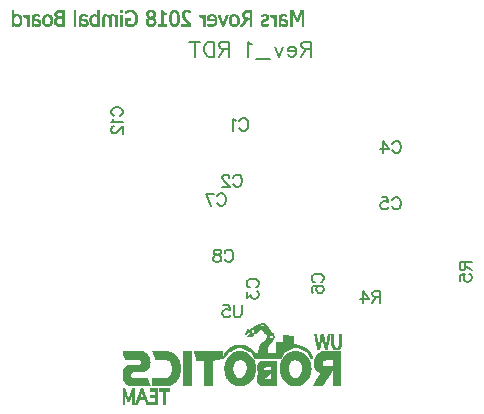
<source format=gbr>
G04 DipTrace 3.2.0.0*
G04 gimbalboard2_BottomSilk.gbr*
%MOMM*%
G04 #@! TF.FileFunction,Legend,Bot*
G04 #@! TF.Part,Single*
%ADD12C,0.0762*%
%ADD45O,0.07592X0.07612*%
%ADD94C,0.15*%
%ADD95C,0.19608*%
%FSLAX35Y35*%
G04*
G71*
G90*
G75*
G01*
G04 BotSilk*
%LPD*%
X-3253722Y-1371600D2*
D12*
X-3276683D1*
X-3246501Y-1379212D2*
X-3289274D1*
X-3239835Y-1386825D2*
X-3253722D1*
X-3276683D2*
X-3302236D1*
X-3233910Y-1394437D2*
X-3253722D1*
X-3284275D2*
X-3315753D1*
X-3228355Y-1402050D2*
X-3329270D1*
X-3222244Y-1409730D2*
X-3342232D1*
X-3216319Y-1417343D2*
X-3355008D1*
X-3210949Y-1424955D2*
X-3367970D1*
X-3390930D2*
X-3398522D1*
X-3205394Y-1432568D2*
X-3269091D1*
X-3293348D2*
X-3337603D1*
X-3360378D2*
X-3399818D1*
X-3199099Y-1440180D2*
X-3261685D1*
X-3303717D2*
X-3337603D1*
X-3360378D2*
X-3401855D1*
X-3192247Y-1447792D2*
X-3255019D1*
X-3315198D2*
X-3337603D1*
X-3360378D2*
X-3404818D1*
X-3185211Y-1455405D2*
X-3249278D1*
X-3325752D2*
X-3368711D1*
X-3400004D2*
X-3408151D1*
X-3179101Y-1463017D2*
X-3243538D1*
X-3334455D2*
X-3370192D1*
X-3402596D2*
X-3411114D1*
X-2598420Y-1470630D2*
X-2613604D1*
X-2666931D2*
X-2682300D1*
X-2697484D2*
X-2712667D1*
X-2750812D2*
X-2773772D1*
X-2811731D2*
X-2827100D1*
X-3174657D2*
X-3237243D1*
X-3341306D2*
X-3377043D1*
X-3406114D2*
X-3413706D1*
X-2598420Y-1478310D2*
X-2613604D1*
X-2666931D2*
X-2682300D1*
X-2698595D2*
X-2713964D1*
X-2750441D2*
X-2773957D1*
X-2811546D2*
X-2825804D1*
D45*
X-3070871Y-1478276D3*
X-3086147Y-1478310D2*
D12*
X-3093739D1*
X-3172064D2*
X-3230392D1*
X-3347046D2*
X-3387042D1*
X-2598420Y-1485923D2*
X-2613604D1*
X-2666931D2*
X-2682300D1*
X-2700632D2*
X-2715815D1*
X-2749515D2*
X-2774883D1*
X-2810435D2*
X-2823952D1*
X-3009859D2*
X-3093739D1*
X-3171138D2*
X-3177619D1*
X-3207986D2*
X-3223170D1*
X-3352786D2*
X-3398522D1*
X-2598420Y-1493535D2*
X-2613604D1*
X-2666931D2*
X-2682300D1*
X-2702483D2*
X-2717852D1*
X-2747664D2*
X-2776735D1*
X-2808769D2*
X-2821915D1*
X-3009859D2*
X-3093739D1*
X-3171138D2*
X-3177619D1*
X-3207986D2*
X-3228355D1*
X-2598420Y-1501148D2*
X-2613604D1*
X-2666931D2*
X-2682300D1*
X-2703965D2*
X-2719148D1*
X-2745812D2*
X-2778772D1*
X-2806732D2*
X-2820619D1*
X-3009859D2*
X-3093739D1*
X-3174286D2*
X-3233539D1*
X-2598420Y-1508760D2*
X-2613604D1*
X-2666931D2*
X-2682300D1*
X-2704890D2*
X-2719889D1*
X-2744516D2*
X-2780068D1*
X-2805436D2*
X-2819693D1*
X-3009674D2*
X-3093739D1*
X-3178360D2*
X-3239465D1*
X-2598420Y-1516372D2*
X-2613604D1*
X-2666931D2*
X-2682300D1*
X-2706187D2*
X-2720074D1*
X-2743775D2*
X-2780809D1*
X-2804695D2*
X-2818397D1*
X-3008563D2*
X-3093739D1*
X-3182989D2*
X-3245390D1*
X-2598420Y-1523985D2*
X-2613604D1*
X-2666931D2*
X-2682300D1*
X-2708038D2*
X-2720259D1*
X-2743220D2*
X-2750812D1*
X-2764514D2*
X-2781364D1*
X-2804139D2*
X-2816360D1*
X-3006896D2*
X-3093739D1*
X-3187989D2*
X-3251500D1*
X-2598420Y-1531597D2*
X-2613604D1*
X-2666931D2*
X-2682300D1*
X-2710075D2*
X-2750812D1*
X-2768958D2*
X-2814324D1*
X-3004859D2*
X-3093739D1*
X-3193914D2*
X-3258907D1*
X-2598420Y-1539210D2*
X-2613604D1*
X-2666931D2*
X-2682300D1*
X-2711556D2*
X-2750441D1*
X-2771921D2*
X-2813027D1*
X-3003563D2*
X-3147067D1*
X-3199654D2*
X-3268536D1*
X-2598420Y-1546890D2*
X-2613974D1*
X-2666746D2*
X-2682300D1*
X-2712482D2*
X-2749515D1*
X-2774143D2*
X-2812102D1*
X-3002823D2*
X-3147067D1*
X-3205209D2*
X-3277979D1*
X-2598790Y-1554503D2*
X-2615270D1*
X-2665450D2*
X-2681930D1*
X-2713778D2*
X-2747664D1*
X-2776365D2*
X-2810805D1*
X-3002267D2*
X-3147067D1*
X-3210579D2*
X-3285941D1*
X-2599716Y-1562115D2*
X-2618233D1*
X-2662302D2*
X-2681004D1*
X-2715815D2*
X-2745812D1*
X-2778587D2*
X-2808769D1*
X-2965975D2*
X-3147067D1*
X-3216504D2*
X-3289274D1*
X-3421298D2*
X-3497586D1*
X-2601753Y-1569728D2*
X-2623232D1*
X-2657488D2*
X-2678782D1*
X-2717667D2*
X-2744146D1*
X-2780253D2*
X-2806732D1*
X-2937829D2*
X-3147067D1*
X-3222244D2*
X-3291867D1*
X-3403892D2*
X-3516103D1*
X-2604901Y-1577340D2*
X-2628972D1*
X-2651748D2*
X-2675634D1*
X-2719148D2*
X-2742294D1*
X-2782290D2*
X-2805436D1*
X-2917276D2*
X-3147067D1*
X-3226318D2*
X-3294459D1*
X-3388523D2*
X-3532212D1*
X-2608974Y-1584952D2*
X-2671561D1*
X-2719889D2*
X-2739331D1*
X-2785252D2*
X-2804695D1*
X-2902092D2*
X-2950791D1*
X-3025042D2*
X-3147067D1*
X-3228725D2*
X-3296681D1*
X-3375562D2*
X-3430556D1*
X-3494809D2*
X-3545359D1*
X-2613604Y-1592565D2*
X-2666931D1*
X-2720259D2*
X-2735628D1*
X-2788956D2*
X-2804139D1*
X-2890797D2*
X-2932274D1*
X-3040041D2*
X-3147067D1*
X-3229651D2*
X-3298162D1*
X-3364452D2*
X-3411114D1*
X-3512399D2*
X-3556099D1*
X-2881724Y-1600177D2*
X-2917646D1*
X-3054114D2*
X-3147067D1*
X-3229281D2*
X-3299273D1*
X-3355749D2*
X-3394634D1*
X-3527027D2*
X-3564801D1*
X-2874503Y-1607790D2*
X-2906166D1*
X-3066149D2*
X-3147067D1*
X-3227614D2*
X-3300755D1*
X-3349083D2*
X-3381302D1*
X-3538878D2*
X-3572023D1*
X-2606012Y-1615470D2*
X-2758403D1*
X-2868577D2*
X-2897093D1*
X-2971715D2*
X-3009859D1*
X-3076148D2*
X-3147067D1*
X-3225392D2*
X-3303532D1*
X-3343158D2*
X-3370747D1*
X-3436666D2*
X-3482402D1*
X-3548692D2*
X-3577948D1*
X-3611834D2*
X-3848105D1*
X-3870881D2*
X-3939577D1*
X-4076785D2*
X-4198625D1*
X-4282505D2*
X-4450080D1*
X-2606012Y-1623083D2*
X-2775624D1*
X-2863948D2*
X-2889686D1*
X-2949865D2*
X-3030968D1*
X-3083925D2*
X-3147067D1*
X-3223170D2*
X-3307050D1*
X-3337603D2*
X-3362785D1*
X-3415928D2*
X-3503141D1*
X-3556469D2*
X-3582577D1*
X-3611834D2*
X-3845143D1*
X-3870881D2*
X-3939577D1*
X-4052158D2*
X-4195662D1*
X-4267877D2*
X-4448969D1*
X-2606012Y-1630695D2*
X-2789882D1*
X-2859689D2*
X-2883576D1*
X-2931534D2*
X-3048373D1*
X-3090036D2*
X-3356490D1*
X-3399448D2*
X-3519621D1*
X-3562765D2*
X-3586836D1*
X-3611834D2*
X-3841995D1*
X-3870881D2*
X-3939577D1*
X-4032531D2*
X-4192514D1*
X-4255841D2*
X-4446932D1*
X-2606012Y-1638308D2*
X-2800992D1*
X-2855616D2*
X-2878206D1*
X-2917091D2*
X-3062261D1*
X-3094850D2*
X-3351675D1*
X-3387042D2*
X-3532027D1*
X-3568320D2*
X-3590539D1*
X-3611834D2*
X-3838662D1*
X-3870881D2*
X-3939577D1*
X-4017532D2*
X-4188996D1*
X-4246212D2*
X-4444710D1*
X-2606012Y-1645920D2*
X-2809324D1*
X-2851912D2*
X-2873021D1*
X-2905981D2*
X-3073186D1*
X-3099109D2*
X-3347416D1*
X-3377228D2*
X-3541841D1*
X-3573689D2*
X-3593872D1*
X-3611834D2*
X-3835699D1*
X-3870881D2*
X-3939577D1*
X-4006237D2*
X-4185293D1*
X-4238991D2*
X-4442488D1*
X-2606012Y-1653532D2*
X-2815435D1*
X-2848209D2*
X-2869318D1*
X-2897093D2*
X-3081148D1*
X-3102997D2*
X-3343528D1*
X-3368711D2*
X-3549988D1*
X-3579800D2*
X-3596650D1*
X-3611834D2*
X-3833107D1*
X-3870881D2*
X-3939577D1*
X-3997905D2*
X-4181774D1*
X-4233806D2*
X-4439526D1*
X-2606012Y-1661145D2*
X-2820249D1*
X-2845061D2*
X-2866911D1*
X-2889686D2*
X-3087629D1*
X-3106145D2*
X-3340380D1*
X-3360934D2*
X-3557024D1*
X-3587021D2*
X-3830329D1*
X-3870881D2*
X-3939577D1*
X-3991424D2*
X-4178997D1*
X-4230103D2*
X-4436193D1*
X-2606012Y-1668757D2*
X-2823582D1*
X-2842284D2*
X-2865059D1*
X-2883946D2*
X-3093369D1*
X-3108923D2*
X-3337603D1*
X-3354082D2*
X-3562765D1*
X-3610908D2*
X-3828107D1*
X-3870881D2*
X-3939577D1*
X-3985869D2*
X-4177145D1*
X-4226955D2*
X-4431934D1*
X-2606012Y-1676370D2*
X-2825434D1*
X-2879132D2*
X-3098368D1*
X-3348713D2*
X-3567394D1*
X-3648867D2*
X-3826441D1*
X-3870881D2*
X-3939577D1*
X-3981610D2*
X-4175849D1*
X-4224363D2*
X-4427305D1*
X-2606012Y-1684050D2*
X-2666931D1*
X-2741368D2*
X-2826730D1*
X-2874873D2*
X-2973381D1*
X-3008378D2*
X-3102442D1*
X-3344269D2*
X-3435741D1*
X-3480551D2*
X-3571652D1*
X-3695714D2*
X-3756633D1*
X-3870881D2*
X-3939577D1*
X-3978277D2*
X-4070860D1*
X-4222881D2*
X-4299170D1*
X-2606012Y-1691663D2*
X-2666931D1*
X-2752108D2*
X-2828026D1*
X-2871170D2*
X-2961531D1*
X-3020228D2*
X-3105960D1*
X-3340936D2*
X-3427223D1*
X-3491661D2*
X-3575356D1*
X-3695714D2*
X-3756633D1*
X-3870881D2*
X-3939577D1*
X-3975314D2*
X-4059750D1*
X-4222141D2*
X-4294726D1*
X-2606012Y-1699275D2*
X-2666931D1*
X-2760440D2*
X-2829692D1*
X-2868392D2*
X-2952272D1*
X-3029301D2*
X-3108737D1*
X-3147067D2*
X-3284275D1*
X-3338899D2*
X-3419816D1*
X-3499623D2*
X-3578133D1*
X-3695714D2*
X-3756633D1*
X-3870881D2*
X-3939577D1*
X-3972907D2*
X-4051788D1*
X-4221770D2*
X-4291763D1*
X-2606012Y-1706888D2*
X-2666931D1*
X-2763033D2*
X-2830803D1*
X-2866540D2*
X-2945606D1*
X-3036152D2*
X-3111330D1*
X-3147067D2*
X-3293903D1*
X-3336862D2*
X-3413706D1*
X-3505363D2*
X-3580170D1*
X-3695714D2*
X-3756633D1*
X-3870881D2*
X-3939577D1*
X-3971056D2*
X-4046048D1*
X-4221585D2*
X-4291763D1*
X-2606012Y-1714500D2*
X-2666931D1*
X-2761922D2*
X-2830248D1*
X-2865429D2*
X-2940607D1*
X-3040967D2*
X-3113737D1*
X-3147067D2*
X-3300755D1*
X-3334640D2*
X-3408892D1*
X-3509252D2*
X-3582022D1*
X-3695714D2*
X-3756633D1*
X-3870881D2*
X-3939577D1*
X-3969389D2*
X-4042159D1*
X-4221770D2*
X-4294911D1*
X-2606012Y-1722112D2*
X-2666931D1*
X-2760255D2*
X-2829137D1*
X-2864133D2*
X-2936903D1*
X-3044485D2*
X-3115218D1*
X-3147067D2*
X-3305384D1*
X-3332603D2*
X-3404818D1*
X-3512399D2*
X-3584244D1*
X-3695714D2*
X-3756633D1*
X-3870881D2*
X-3939577D1*
X-3967167D2*
X-4039011D1*
X-4222696D2*
X-4299725D1*
X-2606012Y-1729725D2*
X-2666931D1*
X-2758403D2*
X-2828026D1*
X-2862096D2*
X-2934126D1*
X-3046337D2*
X-3115959D1*
X-3147067D2*
X-3308902D1*
X-3331307D2*
X-3401855D1*
X-3515177D2*
X-3586281D1*
X-3695714D2*
X-3756633D1*
X-3870881D2*
X-3939577D1*
X-3965130D2*
X-4036234D1*
X-4224548D2*
X-4404344D1*
X-2606012Y-1737337D2*
X-2827100D1*
X-2860060D2*
X-2931348D1*
X-3047262D2*
X-3116329D1*
X-3147067D2*
X-3311679D1*
X-3330566D2*
X-3400004D1*
X-3517584D2*
X-3587762D1*
X-3695714D2*
X-3756633D1*
X-3870881D2*
X-3939577D1*
X-3963649D2*
X-4033827D1*
X-4226770D2*
X-4417861D1*
X-2606012Y-1744950D2*
X-2825989D1*
X-2858763D2*
X-2928941D1*
X-3047818D2*
X-3116514D1*
X-3147067D2*
X-3192803D1*
X-3250389D2*
X-3313346D1*
X-3330196D2*
X-3399078D1*
X-3519065D2*
X-3588503D1*
X-3695714D2*
X-3756633D1*
X-3870881D2*
X-3939577D1*
X-3962908D2*
X-4032346D1*
X-4229362D2*
X-4428971D1*
X-2606012Y-1752630D2*
X-2823582D1*
X-2858023D2*
X-2927645D1*
X-3047818D2*
X-3116514D1*
X-3147067D2*
X-3192803D1*
X-3260018D2*
X-3313716D1*
X-3330011D2*
X-3398707D1*
X-3519806D2*
X-3588873D1*
X-3695714D2*
X-3756633D1*
X-3870881D2*
X-3939577D1*
X-3962538D2*
X-4031605D1*
X-4233251D2*
X-4436933D1*
X-2606012Y-1760243D2*
X-2820434D1*
X-2858023D2*
X-2927830D1*
X-3048003D2*
X-3116514D1*
X-3147067D2*
X-3192803D1*
X-3263907D2*
X-3313161D1*
X-3330011D2*
X-3398893D1*
X-3520176D2*
X-3588873D1*
X-3695714D2*
X-3756633D1*
X-3870881D2*
X-3939577D1*
X-3962538D2*
X-4031235D1*
X-4238991D2*
X-4442488D1*
X-2606012Y-1767855D2*
X-2815620D1*
X-2858763D2*
X-2929497D1*
X-3048003D2*
X-3116514D1*
X-3147067D2*
X-3192803D1*
X-3261314D2*
X-3311309D1*
X-3330011D2*
X-3399818D1*
X-3519991D2*
X-3588688D1*
X-3695714D2*
X-3756633D1*
X-3870881D2*
X-3939577D1*
X-3962723D2*
X-4031420D1*
X-4246583D2*
X-4446377D1*
X-2606012Y-1775468D2*
X-2808583D1*
X-2860615D2*
X-2931534D1*
X-3047633D2*
X-3116514D1*
X-3147067D2*
X-3308346D1*
X-3330011D2*
X-3401670D1*
X-3519065D2*
X-3587762D1*
X-3695714D2*
X-3756633D1*
X-3870881D2*
X-3939577D1*
X-3963649D2*
X-4032346D1*
X-4256396D2*
X-4448414D1*
X-2606012Y-1783080D2*
X-2666931D1*
X-2681004D2*
X-2798770D1*
X-2862467D2*
X-2933756D1*
X-3046707D2*
X-3116329D1*
X-3147067D2*
X-3305569D1*
X-3330196D2*
X-3403892D1*
X-3517029D2*
X-3585910D1*
X-3695714D2*
X-3756633D1*
X-3870881D2*
X-3939577D1*
X-3965501D2*
X-4034197D1*
X-4267136D2*
X-4449339D1*
X-2606012Y-1790692D2*
X-2666931D1*
X-2686744D2*
X-2786734D1*
X-2863948D2*
X-2936533D1*
X-3044670D2*
X-3115403D1*
X-3147067D2*
X-3303162D1*
X-3331122D2*
X-3406114D1*
X-3514066D2*
X-3583873D1*
X-3695714D2*
X-3756633D1*
X-3870881D2*
X-3939577D1*
X-3967537D2*
X-4036419D1*
X-4373606D2*
X-4449895D1*
X-2606012Y-1798305D2*
X-2666931D1*
X-2692114D2*
X-2773772D1*
X-2864874D2*
X-2940051D1*
X-3041337D2*
X-3113367D1*
X-3147067D2*
X-3304088D1*
X-3332974D2*
X-3409077D1*
X-3510733D2*
X-3582392D1*
X-3695714D2*
X-3756633D1*
X-3870881D2*
X-3939577D1*
X-3968834D2*
X-4039011D1*
X-4379902D2*
X-4449895D1*
X-2606012Y-1805917D2*
X-2666931D1*
X-2697484D2*
X-2780068D1*
X-2866170D2*
X-2944680D1*
X-3036893D2*
X-3111145D1*
X-3147067D2*
X-3192803D1*
X-3209653D2*
X-3306310D1*
X-3335196D2*
X-3412965D1*
X-3506659D2*
X-3580726D1*
X-3695714D2*
X-3756633D1*
X-3870881D2*
X-3939577D1*
X-3969759D2*
X-4042715D1*
X-4385087D2*
X-4450080D1*
X-2606012Y-1813530D2*
X-2666931D1*
X-2702483D2*
X-2785808D1*
X-2868392D2*
X-2950421D1*
X-3031153D2*
X-3108923D1*
X-3147067D2*
X-3192803D1*
X-3216504D2*
X-3309087D1*
X-3337603D2*
X-3418520D1*
X-3502030D2*
X-3578504D1*
X-3695714D2*
X-3756633D1*
X-3870881D2*
X-3939577D1*
X-3971056D2*
X-4048085D1*
X-4386568D2*
X-4450080D1*
X-2606012Y-1821210D2*
X-2666931D1*
X-2707668D2*
X-2791178D1*
X-2871355D2*
X-2957087D1*
X-3024487D2*
X-3106145D1*
X-3147067D2*
X-3192803D1*
X-3231132D2*
X-3311679D1*
X-3340380D2*
X-3426853D1*
X-3496290D2*
X-3576096D1*
X-3695714D2*
X-3756633D1*
X-3870881D2*
X-3939577D1*
X-3973278D2*
X-4054565D1*
X-4383791D2*
X-4450080D1*
X-2606012Y-1828823D2*
X-2666931D1*
X-2712853D2*
X-2796548D1*
X-2874873D2*
X-2964123D1*
X-3017451D2*
X-3102812D1*
X-3147067D2*
X-3192803D1*
X-3244649D2*
X-3313346D1*
X-3343898D2*
X-3436666D1*
X-3489994D2*
X-3573504D1*
X-3695714D2*
X-3756633D1*
X-3870881D2*
X-3939577D1*
X-3976425D2*
X-4061787D1*
X-4379347D2*
X-4450080D1*
X-2606012Y-1836435D2*
X-2666931D1*
X-2717852D2*
X-2801362D1*
X-2878761D2*
X-3099294D1*
X-3147067D2*
X-3192803D1*
X-3254278D2*
X-3314087D1*
X-3348157D2*
X-3569986D1*
X-3695714D2*
X-3756633D1*
X-3870881D2*
X-3939577D1*
X-3979758D2*
X-4198625D1*
X-4244361D2*
X-4449710D1*
X-2606012Y-1844048D2*
X-2666931D1*
X-2722852D2*
X-2805621D1*
X-2883576D2*
X-3095220D1*
X-3147067D2*
X-3192803D1*
X-3261314D2*
X-3314457D1*
X-3353157D2*
X-3565542D1*
X-3695714D2*
X-3756633D1*
X-3870881D2*
X-3939577D1*
X-3983832D2*
X-4198625D1*
X-4241768D2*
X-4448784D1*
X-2606012Y-1851660D2*
X-2666931D1*
X-2728036D2*
X-2810065D1*
X-2889501D2*
X-3090406D1*
X-3147067D2*
X-3314272D1*
X-3357971D2*
X-3560728D1*
X-3695714D2*
X-3756633D1*
X-3870881D2*
X-3939577D1*
X-3988461D2*
X-4198625D1*
X-4239176D2*
X-4446747D1*
X-2606012Y-1859272D2*
X-2666931D1*
X-2733036D2*
X-2814694D1*
X-2896352D2*
X-3084481D1*
X-3147067D2*
X-3313346D1*
X-3363526D2*
X-3555358D1*
X-3695714D2*
X-3756633D1*
X-3870881D2*
X-3939577D1*
X-3994386D2*
X-4198625D1*
X-4236769D2*
X-4443414D1*
X-2606012Y-1866885D2*
X-2666931D1*
X-2738035D2*
X-2819508D1*
X-2903759D2*
X-3077444D1*
X-3147067D2*
X-3311309D1*
X-3370933D2*
X-3547951D1*
X-3695714D2*
X-3756633D1*
X-3870881D2*
X-3939577D1*
X-4001423D2*
X-4198625D1*
X-4233806D2*
X-4438970D1*
X-2606012Y-1874497D2*
X-2666931D1*
X-2743220D2*
X-2824137D1*
X-2912832D2*
X-3068742D1*
X-3147067D2*
X-3307791D1*
X-3381302D2*
X-3537767D1*
X-3695714D2*
X-3756633D1*
X-3870881D2*
X-3939577D1*
X-4010311D2*
X-4198625D1*
X-4230658D2*
X-4432860D1*
X-2606012Y-1882110D2*
X-2666931D1*
X-2748219D2*
X-2828396D1*
X-2924682D2*
X-3057076D1*
X-3147067D2*
X-3302236D1*
X-3394819D2*
X-3524250D1*
X-3695714D2*
X-3756633D1*
X-3870881D2*
X-3939577D1*
X-4021976D2*
X-4198625D1*
X-4227325D2*
X-4425083D1*
X-2606012Y-1889790D2*
X-2666931D1*
X-2753219D2*
X-2831729D1*
X-2939681D2*
X-3041893D1*
X-3147067D2*
X-3293903D1*
X-3411114D2*
X-3507770D1*
X-3695714D2*
X-3756633D1*
X-3870881D2*
X-3939577D1*
X-4036975D2*
X-4198625D1*
X-4224177D2*
X-4415269D1*
X-2606012Y-1897403D2*
X-2666931D1*
X-2758403D2*
X-2834692D1*
X-2956531D2*
X-3025228D1*
X-3147067D2*
X-3284275D1*
X-3429075D2*
X-3489994D1*
X-3695714D2*
X-3756633D1*
X-3870881D2*
X-3939577D1*
X-4053825D2*
X-4198625D1*
X-4221400D2*
X-4404344D1*
X-4053825Y-1927852D2*
X-4145297D1*
X-4160480D2*
X-4221400D1*
X-4282505D2*
X-4297688D1*
X-4351016D2*
X-4366200D1*
X-4434896D2*
X-4450080D1*
X-4053825Y-1935465D2*
X-4145297D1*
X-4160480D2*
X-4221400D1*
X-4279542D2*
X-4300281D1*
X-4351016D2*
X-4371014D1*
X-4432119D2*
X-4450080D1*
X-4053825Y-1943077D2*
X-4145297D1*
X-4160480D2*
X-4221400D1*
X-4276209D2*
X-4302873D1*
X-4351016D2*
X-4375088D1*
X-4429712D2*
X-4450080D1*
X-4091969Y-1950690D2*
X-4107153D1*
X-4160480D2*
X-4175849D1*
X-4273061D2*
X-4305280D1*
X-4351016D2*
X-4378421D1*
X-4427305D2*
X-4450080D1*
X-4091969Y-1958370D2*
X-4107153D1*
X-4160480D2*
X-4175849D1*
X-4270099D2*
X-4307873D1*
X-4351016D2*
X-4381198D1*
X-4424712D2*
X-4450080D1*
X-4091969Y-1965983D2*
X-4107153D1*
X-4160480D2*
X-4175849D1*
X-4267321D2*
X-4310465D1*
X-4351016D2*
X-4384161D1*
X-4422120D2*
X-4450080D1*
X-4091969Y-1973595D2*
X-4107153D1*
X-4160480D2*
X-4175849D1*
X-4264729D2*
X-4283986D1*
X-4298059D2*
X-4312872D1*
X-4351016D2*
X-4387494D1*
X-4419713D2*
X-4450080D1*
X-4091969Y-1981208D2*
X-4107153D1*
X-4160480D2*
X-4213808D1*
X-4262137D2*
X-4279542D1*
X-4299170D2*
X-4315835D1*
X-4351016D2*
X-4391012D1*
X-4416935D2*
X-4450080D1*
X-4091969Y-1988820D2*
X-4107153D1*
X-4160480D2*
X-4213808D1*
X-4259544D2*
X-4276765D1*
X-4301762D2*
X-4318982D1*
X-4351016D2*
X-4393975D1*
X-4414343D2*
X-4450080D1*
X-4091969Y-1996432D2*
X-4107153D1*
X-4160480D2*
X-4213808D1*
X-4256767D2*
X-4274728D1*
X-4305280D2*
X-4322315D1*
X-4351016D2*
X-4366200D1*
X-4381754D2*
X-4396752D1*
X-4411936D2*
X-4450080D1*
X-4091969Y-2004045D2*
X-4107153D1*
X-4160480D2*
X-4175849D1*
X-4253434D2*
X-4325278D1*
X-4351016D2*
X-4366200D1*
X-4382865D2*
X-4419342D1*
X-4434896D2*
X-4450080D1*
X-4091969Y-2011657D2*
X-4107153D1*
X-4160480D2*
X-4175849D1*
X-4250101D2*
X-4327870D1*
X-4351016D2*
X-4366200D1*
X-4384902D2*
X-4418417D1*
X-4434896D2*
X-4450080D1*
X-4091969Y-2019270D2*
X-4107153D1*
X-4160480D2*
X-4175849D1*
X-4247508D2*
X-4330648D1*
X-4351016D2*
X-4366200D1*
X-4388049D2*
X-4416380D1*
X-4434896D2*
X-4450080D1*
X-4091969Y-2026950D2*
X-4107153D1*
X-4160480D2*
X-4175849D1*
X-4245657D2*
X-4258433D1*
X-4314168D2*
X-4333055D1*
X-4351016D2*
X-4366200D1*
X-4392123D2*
X-4414158D1*
X-4434896D2*
X-4450080D1*
X-4091969Y-2034563D2*
X-4107153D1*
X-4160480D2*
X-4175849D1*
X-4244361D2*
X-4256582D1*
X-4316390D2*
X-4334536D1*
X-4351016D2*
X-4366200D1*
X-4396752D2*
X-4411936D1*
X-4434896D2*
X-4450080D1*
X-4091969Y-2042175D2*
X-4107153D1*
X-4160480D2*
X-4254545D1*
X-4319538D2*
X-4335833D1*
X-4351016D2*
X-4366200D1*
X-4434896D2*
X-4450080D1*
X-4091969Y-2049788D2*
X-4107153D1*
X-4160480D2*
X-4253063D1*
X-4323612D2*
X-4366200D1*
X-4434896D2*
X-4450080D1*
X-4091969Y-2057400D2*
X-4107153D1*
X-4160480D2*
X-4251952D1*
X-4328241D2*
X-4366200D1*
X-4434896D2*
X-4450080D1*
X-3253722Y-1371600D2*
X-3246501Y-1379212D1*
X-3239835Y-1386825D1*
X-3233910Y-1394437D1*
X-3228355Y-1402050D1*
X-3222244Y-1409730D1*
X-3216319Y-1417343D1*
X-3210949Y-1424955D1*
X-3205394Y-1432568D1*
X-3199099Y-1440180D1*
X-3192247Y-1447792D1*
X-3185211Y-1455405D1*
X-3179101Y-1463017D1*
X-3174657Y-1470630D1*
X-3172064Y-1478310D1*
X-3171138Y-1485923D1*
Y-1493535D1*
X-3174286Y-1501148D1*
X-3178360Y-1508760D1*
X-3182989Y-1516372D1*
X-3187989Y-1523985D1*
X-3193914Y-1531597D1*
X-3199654Y-1539210D1*
X-3205209Y-1546890D1*
X-3210579Y-1554503D1*
X-3216504Y-1562115D1*
X-3222244Y-1569728D1*
X-3226318Y-1577340D1*
X-3228725Y-1584952D1*
X-3229651Y-1592565D1*
X-3229281Y-1600177D1*
X-3227614Y-1607790D1*
X-3225392Y-1615470D1*
X-3223170Y-1623083D1*
X-3276683Y-1371600D2*
X-3289274Y-1379212D1*
X-3302236Y-1386825D1*
X-3315753Y-1394437D1*
X-3329270Y-1402050D1*
X-3342232Y-1409730D1*
X-3355008Y-1417343D1*
X-3367970Y-1424955D1*
X-3253722Y-1379212D2*
Y-1386825D1*
Y-1394437D1*
X-3268906Y-1379212D2*
X-3276683Y-1386825D1*
X-3284275Y-1394437D1*
X-3398522Y-1424955D2*
X-3399818Y-1432568D1*
X-3401855Y-1440180D1*
X-3404818Y-1447792D1*
X-3408151Y-1455405D1*
X-3411114Y-1463017D1*
X-3413706Y-1470630D1*
X-3276683Y-1424955D2*
X-3269091Y-1432568D1*
X-3261685Y-1440180D1*
X-3255019Y-1447792D1*
X-3249278Y-1455405D1*
X-3243538Y-1463017D1*
X-3237243Y-1470630D1*
X-3230392Y-1478310D1*
X-3223170Y-1485923D1*
X-3228355Y-1493535D1*
X-3233539Y-1501148D1*
X-3239465Y-1508760D1*
X-3245390Y-1516372D1*
X-3251500Y-1523985D1*
X-3258907Y-1531597D1*
X-3268536Y-1539210D1*
X-3277979Y-1546890D1*
X-3285941Y-1554503D1*
X-3289274Y-1562115D1*
X-3291867Y-1569728D1*
X-3294459Y-1577340D1*
X-3296681Y-1584952D1*
X-3298162Y-1592565D1*
X-3299273Y-1600177D1*
X-3300755Y-1607790D1*
X-3303532Y-1615470D1*
X-3307050Y-1623083D1*
X-3284275Y-1424955D2*
X-3293348Y-1432568D1*
X-3303717Y-1440180D1*
X-3315198Y-1447792D1*
X-3325752Y-1455405D1*
X-3334455Y-1463017D1*
X-3341306Y-1470630D1*
X-3347046Y-1478310D1*
X-3352786Y-1485923D1*
X-3337603Y-1424955D2*
Y-1432568D1*
Y-1440180D1*
Y-1447792D1*
X-3360378Y-1424955D2*
Y-1432568D1*
Y-1440180D1*
Y-1447792D1*
X-3367970D2*
X-3368711Y-1455405D1*
X-3370192Y-1463017D1*
X-3377043Y-1470630D1*
X-3387042Y-1478310D1*
X-3398522Y-1485923D1*
Y-1447792D2*
X-3400004Y-1455405D1*
X-3402596Y-1463017D1*
X-3406114Y-1470630D1*
X-2598420D2*
Y-1478310D1*
Y-1485923D1*
Y-1493535D1*
Y-1501148D1*
Y-1508760D1*
Y-1516372D1*
Y-1523985D1*
Y-1531597D1*
Y-1539210D1*
Y-1546890D1*
X-2598790Y-1554503D1*
X-2599716Y-1562115D1*
X-2601753Y-1569728D1*
X-2604901Y-1577340D1*
X-2608974Y-1584952D1*
X-2613604Y-1592565D1*
Y-1470630D2*
Y-1478310D1*
Y-1485923D1*
Y-1493535D1*
Y-1501148D1*
Y-1508760D1*
Y-1516372D1*
Y-1523985D1*
Y-1531597D1*
Y-1539210D1*
X-2613974Y-1546890D1*
X-2615270Y-1554503D1*
X-2618233Y-1562115D1*
X-2623232Y-1569728D1*
X-2628972Y-1577340D1*
X-2666931Y-1470630D2*
Y-1478310D1*
Y-1485923D1*
Y-1493535D1*
Y-1501148D1*
Y-1508760D1*
Y-1516372D1*
Y-1523985D1*
Y-1531597D1*
Y-1539210D1*
X-2666746Y-1546890D1*
X-2665450Y-1554503D1*
X-2662302Y-1562115D1*
X-2657488Y-1569728D1*
X-2651748Y-1577340D1*
X-2682300Y-1470630D2*
Y-1478310D1*
Y-1485923D1*
Y-1493535D1*
Y-1501148D1*
Y-1508760D1*
Y-1516372D1*
Y-1523985D1*
Y-1531597D1*
Y-1539210D1*
Y-1546890D1*
X-2681930Y-1554503D1*
X-2681004Y-1562115D1*
X-2678782Y-1569728D1*
X-2675634Y-1577340D1*
X-2671561Y-1584952D1*
X-2666931Y-1592565D1*
X-2697484Y-1470630D2*
X-2698595Y-1478310D1*
X-2700632Y-1485923D1*
X-2702483Y-1493535D1*
X-2703965Y-1501148D1*
X-2704890Y-1508760D1*
X-2706187Y-1516372D1*
X-2708038Y-1523985D1*
X-2710075Y-1531597D1*
X-2711556Y-1539210D1*
X-2712482Y-1546890D1*
X-2713778Y-1554503D1*
X-2715815Y-1562115D1*
X-2717667Y-1569728D1*
X-2719148Y-1577340D1*
X-2719889Y-1584952D1*
X-2720259Y-1592565D1*
X-2712667Y-1470630D2*
X-2713964Y-1478310D1*
X-2715815Y-1485923D1*
X-2717852Y-1493535D1*
X-2719148Y-1501148D1*
X-2719889Y-1508760D1*
X-2720074Y-1516372D1*
X-2720259Y-1523985D1*
X-2750812Y-1470630D2*
X-2750441Y-1478310D1*
X-2749515Y-1485923D1*
X-2747664Y-1493535D1*
X-2745812Y-1501148D1*
X-2744516Y-1508760D1*
X-2743775Y-1516372D1*
X-2743220Y-1523985D1*
X-2773772Y-1470630D2*
X-2773957Y-1478310D1*
X-2774883Y-1485923D1*
X-2776735Y-1493535D1*
X-2778772Y-1501148D1*
X-2780068Y-1508760D1*
X-2780809Y-1516372D1*
X-2781364Y-1523985D1*
X-2811731Y-1470630D2*
X-2811546Y-1478310D1*
X-2810435Y-1485923D1*
X-2808769Y-1493535D1*
X-2806732Y-1501148D1*
X-2805436Y-1508760D1*
X-2804695Y-1516372D1*
X-2804139Y-1523985D1*
X-2827100Y-1470630D2*
X-2825804Y-1478310D1*
X-2823952Y-1485923D1*
X-2821915Y-1493535D1*
X-2820619Y-1501148D1*
X-2819693Y-1508760D1*
X-2818397Y-1516372D1*
X-2816360Y-1523985D1*
X-2814324Y-1531597D1*
X-2813027Y-1539210D1*
X-2812102Y-1546890D1*
X-2810805Y-1554503D1*
X-2808769Y-1562115D1*
X-2806732Y-1569728D1*
X-2805436Y-1577340D1*
X-2804695Y-1584952D1*
X-2804139Y-1592565D1*
X-3070778Y-1478310D2*
X-3009859Y-1485923D1*
Y-1493535D1*
Y-1501148D1*
X-3009674Y-1508760D1*
X-3008563Y-1516372D1*
X-3006896Y-1523985D1*
X-3004859Y-1531597D1*
X-3003563Y-1539210D1*
X-3002823Y-1546890D1*
X-3002267Y-1554503D1*
X-2965975Y-1562115D1*
X-2937829Y-1569728D1*
X-2917276Y-1577340D1*
X-2902092Y-1584952D1*
X-2890797Y-1592565D1*
X-2881724Y-1600177D1*
X-2874503Y-1607790D1*
X-2868577Y-1615470D1*
X-2863948Y-1623083D1*
X-2859689Y-1630695D1*
X-2855616Y-1638308D1*
X-2851912Y-1645920D1*
X-2848209Y-1653532D1*
X-2845061Y-1661145D1*
X-2842284Y-1668757D1*
X-3093739Y-1478310D2*
Y-1485923D1*
Y-1493535D1*
Y-1501148D1*
Y-1508760D1*
Y-1516372D1*
Y-1523985D1*
Y-1531597D1*
Y-1539210D1*
X-3147067D1*
Y-1546890D1*
Y-1554503D1*
Y-1562115D1*
Y-1569728D1*
Y-1577340D1*
Y-1584952D1*
Y-1592565D1*
Y-1600177D1*
Y-1607790D1*
Y-1615470D1*
Y-1623083D1*
X-3177619Y-1478310D2*
Y-1485923D1*
Y-1493535D1*
X-3207986Y-1478310D2*
Y-1485923D1*
Y-1493535D1*
X-2750812Y-1516372D2*
Y-1523985D1*
Y-1531597D1*
X-2750441Y-1539210D1*
X-2749515Y-1546890D1*
X-2747664Y-1554503D1*
X-2745812Y-1562115D1*
X-2744146Y-1569728D1*
X-2742294Y-1577340D1*
X-2739331Y-1584952D1*
X-2735628Y-1592565D1*
X-2758403Y-1516372D2*
X-2764514Y-1523985D1*
X-2768958Y-1531597D1*
X-2771921Y-1539210D1*
X-2774143Y-1546890D1*
X-2776365Y-1554503D1*
X-2778587Y-1562115D1*
X-2780253Y-1569728D1*
X-2782290Y-1577340D1*
X-2785252Y-1584952D1*
X-2788956Y-1592565D1*
X-3421298Y-1562115D2*
X-3403892Y-1569728D1*
X-3388523Y-1577340D1*
X-3375562Y-1584952D1*
X-3364452Y-1592565D1*
X-3355749Y-1600177D1*
X-3349083Y-1607790D1*
X-3343158Y-1615470D1*
X-3337603Y-1623083D1*
X-3497586Y-1562115D2*
X-3516103Y-1569728D1*
X-3532212Y-1577340D1*
X-3545359Y-1584952D1*
X-3556099Y-1592565D1*
X-3564801Y-1600177D1*
X-3572023Y-1607790D1*
X-3577948Y-1615470D1*
X-3582577Y-1623083D1*
X-3586836Y-1630695D1*
X-3590539Y-1638308D1*
X-3593872Y-1645920D1*
X-3596650Y-1653532D1*
X-2971715Y-1577340D2*
X-2950791Y-1584952D1*
X-2932274Y-1592565D1*
X-2917646Y-1600177D1*
X-2906166Y-1607790D1*
X-2897093Y-1615470D1*
X-2889686Y-1623083D1*
X-2883576Y-1630695D1*
X-2878206Y-1638308D1*
X-2873021Y-1645920D1*
X-2869318Y-1653532D1*
X-2866911Y-1661145D1*
X-2865059Y-1668757D1*
X-3009859Y-1577340D2*
X-3025042Y-1584952D1*
X-3040041Y-1592565D1*
X-3054114Y-1600177D1*
X-3066149Y-1607790D1*
X-3076148Y-1615470D1*
X-3083925Y-1623083D1*
X-3090036Y-1630695D1*
X-3094850Y-1638308D1*
X-3099109Y-1645920D1*
X-3102997Y-1653532D1*
X-3106145Y-1661145D1*
X-3108923Y-1668757D1*
X-3451850Y-1577340D2*
X-3430556Y-1584952D1*
X-3411114Y-1592565D1*
X-3394634Y-1600177D1*
X-3381302Y-1607790D1*
X-3370747Y-1615470D1*
X-3362785Y-1623083D1*
X-3356490Y-1630695D1*
X-3351675Y-1638308D1*
X-3347416Y-1645920D1*
X-3343528Y-1653532D1*
X-3340380Y-1661145D1*
X-3337603Y-1668757D1*
X-3474811Y-1577340D2*
X-3494809Y-1584952D1*
X-3512399Y-1592565D1*
X-3527027Y-1600177D1*
X-3538878Y-1607790D1*
X-3548692Y-1615470D1*
X-3556469Y-1623083D1*
X-3562765Y-1630695D1*
X-3568320Y-1638308D1*
X-3573689Y-1645920D1*
X-3579800Y-1653532D1*
X-3587021Y-1661145D1*
X-3610908Y-1668757D1*
X-3648867Y-1676370D1*
X-3695714Y-1684050D1*
Y-1691663D1*
Y-1699275D1*
Y-1706888D1*
Y-1714500D1*
Y-1722112D1*
Y-1729725D1*
Y-1737337D1*
Y-1744950D1*
Y-1752630D1*
Y-1760243D1*
Y-1767855D1*
Y-1775468D1*
Y-1783080D1*
Y-1790692D1*
Y-1798305D1*
Y-1805917D1*
Y-1813530D1*
Y-1821210D1*
Y-1828823D1*
Y-1836435D1*
Y-1844048D1*
Y-1851660D1*
Y-1859272D1*
Y-1866885D1*
Y-1874497D1*
Y-1882110D1*
Y-1889790D1*
Y-1897403D1*
X-2606012Y-1615470D2*
Y-1623083D1*
Y-1630695D1*
Y-1638308D1*
Y-1645920D1*
Y-1653532D1*
Y-1661145D1*
Y-1668757D1*
Y-1676370D1*
Y-1684050D1*
Y-1691663D1*
Y-1699275D1*
Y-1706888D1*
Y-1714500D1*
Y-1722112D1*
Y-1729725D1*
Y-1737337D1*
Y-1744950D1*
Y-1752630D1*
Y-1760243D1*
Y-1767855D1*
Y-1775468D1*
Y-1783080D1*
Y-1790692D1*
Y-1798305D1*
Y-1805917D1*
Y-1813530D1*
Y-1821210D1*
Y-1828823D1*
Y-1836435D1*
Y-1844048D1*
Y-1851660D1*
Y-1859272D1*
Y-1866885D1*
Y-1874497D1*
Y-1882110D1*
Y-1889790D1*
Y-1897403D1*
X-2758403Y-1615470D2*
X-2775624Y-1623083D1*
X-2789882Y-1630695D1*
X-2800992Y-1638308D1*
X-2809324Y-1645920D1*
X-2815435Y-1653532D1*
X-2820249Y-1661145D1*
X-2823582Y-1668757D1*
X-2825434Y-1676370D1*
X-2826730Y-1684050D1*
X-2828026Y-1691663D1*
X-2829692Y-1699275D1*
X-2830803Y-1706888D1*
X-2830248Y-1714500D1*
X-2829137Y-1722112D1*
X-2828026Y-1729725D1*
X-2827100Y-1737337D1*
X-2825989Y-1744950D1*
X-2823582Y-1752630D1*
X-2820434Y-1760243D1*
X-2815620Y-1767855D1*
X-2808583Y-1775468D1*
X-2798770Y-1783080D1*
X-2786734Y-1790692D1*
X-2773772Y-1798305D1*
X-2780068Y-1805917D1*
X-2785808Y-1813530D1*
X-2791178Y-1821210D1*
X-2796548Y-1828823D1*
X-2801362Y-1836435D1*
X-2805621Y-1844048D1*
X-2810065Y-1851660D1*
X-2814694Y-1859272D1*
X-2819508Y-1866885D1*
X-2824137Y-1874497D1*
X-2828396Y-1882110D1*
X-2831729Y-1889790D1*
X-2834692Y-1897403D1*
X-2971715Y-1615470D2*
X-2949865Y-1623083D1*
X-2931534Y-1630695D1*
X-2917091Y-1638308D1*
X-2905981Y-1645920D1*
X-2897093Y-1653532D1*
X-2889686Y-1661145D1*
X-2883946Y-1668757D1*
X-2879132Y-1676370D1*
X-2874873Y-1684050D1*
X-2871170Y-1691663D1*
X-2868392Y-1699275D1*
X-2866540Y-1706888D1*
X-2865429Y-1714500D1*
X-2864133Y-1722112D1*
X-2862096Y-1729725D1*
X-2860060Y-1737337D1*
X-2858763Y-1744950D1*
X-2858023Y-1752630D1*
Y-1760243D1*
X-2858763Y-1767855D1*
X-2860615Y-1775468D1*
X-2862467Y-1783080D1*
X-2863948Y-1790692D1*
X-2864874Y-1798305D1*
X-2866170Y-1805917D1*
X-2868392Y-1813530D1*
X-2871355Y-1821210D1*
X-2874873Y-1828823D1*
X-2878761Y-1836435D1*
X-2883576Y-1844048D1*
X-2889501Y-1851660D1*
X-2896352Y-1859272D1*
X-2903759Y-1866885D1*
X-2912832Y-1874497D1*
X-2924682Y-1882110D1*
X-2939681Y-1889790D1*
X-2956531Y-1897403D1*
X-3009859Y-1615470D2*
X-3030968Y-1623083D1*
X-3048373Y-1630695D1*
X-3062261Y-1638308D1*
X-3073186Y-1645920D1*
X-3081148Y-1653532D1*
X-3087629Y-1661145D1*
X-3093369Y-1668757D1*
X-3098368Y-1676370D1*
X-3102442Y-1684050D1*
X-3105960Y-1691663D1*
X-3108737Y-1699275D1*
X-3111330Y-1706888D1*
X-3113737Y-1714500D1*
X-3115218Y-1722112D1*
X-3115959Y-1729725D1*
X-3116329Y-1737337D1*
X-3116514Y-1744950D1*
Y-1752630D1*
Y-1760243D1*
Y-1767855D1*
Y-1775468D1*
X-3116329Y-1783080D1*
X-3115403Y-1790692D1*
X-3113367Y-1798305D1*
X-3111145Y-1805917D1*
X-3108923Y-1813530D1*
X-3106145Y-1821210D1*
X-3102812Y-1828823D1*
X-3099294Y-1836435D1*
X-3095220Y-1844048D1*
X-3090406Y-1851660D1*
X-3084481Y-1859272D1*
X-3077444Y-1866885D1*
X-3068742Y-1874497D1*
X-3057076Y-1882110D1*
X-3041893Y-1889790D1*
X-3025228Y-1897403D1*
X-3436666Y-1615470D2*
X-3415928Y-1623083D1*
X-3399448Y-1630695D1*
X-3387042Y-1638308D1*
X-3377228Y-1645920D1*
X-3368711Y-1653532D1*
X-3360934Y-1661145D1*
X-3354082Y-1668757D1*
X-3348713Y-1676370D1*
X-3344269Y-1684050D1*
X-3340936Y-1691663D1*
X-3338899Y-1699275D1*
X-3336862Y-1706888D1*
X-3334640Y-1714500D1*
X-3332603Y-1722112D1*
X-3331307Y-1729725D1*
X-3330566Y-1737337D1*
X-3330196Y-1744950D1*
X-3330011Y-1752630D1*
Y-1760243D1*
Y-1767855D1*
Y-1775468D1*
X-3330196Y-1783080D1*
X-3331122Y-1790692D1*
X-3332974Y-1798305D1*
X-3335196Y-1805917D1*
X-3337603Y-1813530D1*
X-3340380Y-1821210D1*
X-3343898Y-1828823D1*
X-3348157Y-1836435D1*
X-3353157Y-1844048D1*
X-3357971Y-1851660D1*
X-3363526Y-1859272D1*
X-3370933Y-1866885D1*
X-3381302Y-1874497D1*
X-3394819Y-1882110D1*
X-3411114Y-1889790D1*
X-3429075Y-1897403D1*
X-3482402Y-1615470D2*
X-3503141Y-1623083D1*
X-3519621Y-1630695D1*
X-3532027Y-1638308D1*
X-3541841Y-1645920D1*
X-3549988Y-1653532D1*
X-3557024Y-1661145D1*
X-3562765Y-1668757D1*
X-3567394Y-1676370D1*
X-3571652Y-1684050D1*
X-3575356Y-1691663D1*
X-3578133Y-1699275D1*
X-3580170Y-1706888D1*
X-3582022Y-1714500D1*
X-3584244Y-1722112D1*
X-3586281Y-1729725D1*
X-3587762Y-1737337D1*
X-3588503Y-1744950D1*
X-3588873Y-1752630D1*
Y-1760243D1*
X-3588688Y-1767855D1*
X-3587762Y-1775468D1*
X-3585910Y-1783080D1*
X-3583873Y-1790692D1*
X-3582392Y-1798305D1*
X-3580726Y-1805917D1*
X-3578504Y-1813530D1*
X-3576096Y-1821210D1*
X-3573504Y-1828823D1*
X-3569986Y-1836435D1*
X-3565542Y-1844048D1*
X-3560728Y-1851660D1*
X-3555358Y-1859272D1*
X-3547951Y-1866885D1*
X-3537767Y-1874497D1*
X-3524250Y-1882110D1*
X-3507770Y-1889790D1*
X-3489994Y-1897403D1*
X-3611834Y-1615470D2*
Y-1623083D1*
Y-1630695D1*
Y-1638308D1*
Y-1645920D1*
Y-1653532D1*
X-3848105Y-1615470D2*
X-3845143Y-1623083D1*
X-3841995Y-1630695D1*
X-3838662Y-1638308D1*
X-3835699Y-1645920D1*
X-3833107Y-1653532D1*
X-3830329Y-1661145D1*
X-3828107Y-1668757D1*
X-3826441Y-1676370D1*
X-3825330Y-1684050D1*
X-3756633D1*
Y-1691663D1*
Y-1699275D1*
Y-1706888D1*
Y-1714500D1*
Y-1722112D1*
Y-1729725D1*
Y-1737337D1*
Y-1744950D1*
Y-1752630D1*
Y-1760243D1*
Y-1767855D1*
Y-1775468D1*
Y-1783080D1*
Y-1790692D1*
Y-1798305D1*
Y-1805917D1*
Y-1813530D1*
Y-1821210D1*
Y-1828823D1*
Y-1836435D1*
Y-1844048D1*
Y-1851660D1*
Y-1859272D1*
Y-1866885D1*
Y-1874497D1*
Y-1882110D1*
Y-1889790D1*
Y-1897403D1*
X-3870881Y-1615470D2*
Y-1623083D1*
Y-1630695D1*
Y-1638308D1*
Y-1645920D1*
Y-1653532D1*
Y-1661145D1*
Y-1668757D1*
Y-1676370D1*
Y-1684050D1*
Y-1691663D1*
Y-1699275D1*
Y-1706888D1*
Y-1714500D1*
Y-1722112D1*
Y-1729725D1*
Y-1737337D1*
Y-1744950D1*
Y-1752630D1*
Y-1760243D1*
Y-1767855D1*
Y-1775468D1*
Y-1783080D1*
Y-1790692D1*
Y-1798305D1*
Y-1805917D1*
Y-1813530D1*
Y-1821210D1*
Y-1828823D1*
Y-1836435D1*
Y-1844048D1*
Y-1851660D1*
Y-1859272D1*
Y-1866885D1*
Y-1874497D1*
Y-1882110D1*
Y-1889790D1*
Y-1897403D1*
X-3939577Y-1615470D2*
Y-1623083D1*
Y-1630695D1*
Y-1638308D1*
Y-1645920D1*
Y-1653532D1*
Y-1661145D1*
Y-1668757D1*
Y-1676370D1*
Y-1684050D1*
Y-1691663D1*
Y-1699275D1*
Y-1706888D1*
Y-1714500D1*
Y-1722112D1*
Y-1729725D1*
Y-1737337D1*
Y-1744950D1*
Y-1752630D1*
Y-1760243D1*
Y-1767855D1*
Y-1775468D1*
Y-1783080D1*
Y-1790692D1*
Y-1798305D1*
Y-1805917D1*
Y-1813530D1*
Y-1821210D1*
Y-1828823D1*
Y-1836435D1*
Y-1844048D1*
Y-1851660D1*
Y-1859272D1*
Y-1866885D1*
Y-1874497D1*
Y-1882110D1*
Y-1889790D1*
Y-1897403D1*
X-4076785Y-1615470D2*
X-4052158Y-1623083D1*
X-4032531Y-1630695D1*
X-4017532Y-1638308D1*
X-4006237Y-1645920D1*
X-3997905Y-1653532D1*
X-3991424Y-1661145D1*
X-3985869Y-1668757D1*
X-3981610Y-1676370D1*
X-3978277Y-1684050D1*
X-3975314Y-1691663D1*
X-3972907Y-1699275D1*
X-3971056Y-1706888D1*
X-3969389Y-1714500D1*
X-3967167Y-1722112D1*
X-3965130Y-1729725D1*
X-3963649Y-1737337D1*
X-3962908Y-1744950D1*
X-3962538Y-1752630D1*
Y-1760243D1*
X-3962723Y-1767855D1*
X-3963649Y-1775468D1*
X-3965501Y-1783080D1*
X-3967537Y-1790692D1*
X-3968834Y-1798305D1*
X-3969759Y-1805917D1*
X-3971056Y-1813530D1*
X-3973278Y-1821210D1*
X-3976425Y-1828823D1*
X-3979758Y-1836435D1*
X-3983832Y-1844048D1*
X-3988461Y-1851660D1*
X-3994386Y-1859272D1*
X-4001423Y-1866885D1*
X-4010311Y-1874497D1*
X-4021976Y-1882110D1*
X-4036975Y-1889790D1*
X-4053825Y-1897403D1*
X-4198625Y-1615470D2*
X-4195662Y-1623083D1*
X-4192514Y-1630695D1*
X-4188996Y-1638308D1*
X-4185293Y-1645920D1*
X-4181774Y-1653532D1*
X-4178997Y-1661145D1*
X-4177145Y-1668757D1*
X-4175849Y-1676370D1*
X-4282505Y-1615470D2*
X-4267877Y-1623083D1*
X-4255841Y-1630695D1*
X-4246212Y-1638308D1*
X-4238991Y-1645920D1*
X-4233806Y-1653532D1*
X-4230103Y-1661145D1*
X-4226955Y-1668757D1*
X-4224363Y-1676370D1*
X-4222881Y-1684050D1*
X-4222141Y-1691663D1*
X-4221770Y-1699275D1*
X-4221585Y-1706888D1*
X-4221770Y-1714500D1*
X-4222696Y-1722112D1*
X-4224548Y-1729725D1*
X-4226770Y-1737337D1*
X-4229362Y-1744950D1*
X-4233251Y-1752630D1*
X-4238991Y-1760243D1*
X-4246583Y-1767855D1*
X-4256396Y-1775468D1*
X-4267136Y-1783080D1*
X-4450080Y-1615470D2*
X-4448969Y-1623083D1*
X-4446932Y-1630695D1*
X-4444710Y-1638308D1*
X-4442488Y-1645920D1*
X-4439526Y-1653532D1*
X-4436193Y-1661145D1*
X-4431934Y-1668757D1*
X-4427305Y-1676370D1*
X-2666931D2*
Y-1684050D1*
Y-1691663D1*
Y-1699275D1*
Y-1706888D1*
Y-1714500D1*
Y-1722112D1*
Y-1729725D1*
X-2728036Y-1676370D2*
X-2741368Y-1684050D1*
X-2752108Y-1691663D1*
X-2760440Y-1699275D1*
X-2763033Y-1706888D1*
X-2761922Y-1714500D1*
X-2760255Y-1722112D1*
X-2758403Y-1729725D1*
X-2987083Y-1676370D2*
X-2973381Y-1684050D1*
X-2961531Y-1691663D1*
X-2952272Y-1699275D1*
X-2945606Y-1706888D1*
X-2940607Y-1714500D1*
X-2936903Y-1722112D1*
X-2934126Y-1729725D1*
X-2931348Y-1737337D1*
X-2928941Y-1744950D1*
X-2927645Y-1752630D1*
X-2927830Y-1760243D1*
X-2929497Y-1767855D1*
X-2931534Y-1775468D1*
X-2933756Y-1783080D1*
X-2936533Y-1790692D1*
X-2940051Y-1798305D1*
X-2944680Y-1805917D1*
X-2950421Y-1813530D1*
X-2957087Y-1821210D1*
X-2964123Y-1828823D1*
X-2994675Y-1676370D2*
X-3008378Y-1684050D1*
X-3020228Y-1691663D1*
X-3029301Y-1699275D1*
X-3036152Y-1706888D1*
X-3040967Y-1714500D1*
X-3044485Y-1722112D1*
X-3046337Y-1729725D1*
X-3047262Y-1737337D1*
X-3047818Y-1744950D1*
Y-1752630D1*
X-3048003Y-1760243D1*
Y-1767855D1*
X-3047633Y-1775468D1*
X-3046707Y-1783080D1*
X-3044670Y-1790692D1*
X-3041337Y-1798305D1*
X-3036893Y-1805917D1*
X-3031153Y-1813530D1*
X-3024487Y-1821210D1*
X-3017451Y-1828823D1*
X-3444258Y-1676370D2*
X-3435741Y-1684050D1*
X-3427223Y-1691663D1*
X-3419816Y-1699275D1*
X-3413706Y-1706888D1*
X-3408892Y-1714500D1*
X-3404818Y-1722112D1*
X-3401855Y-1729725D1*
X-3400004Y-1737337D1*
X-3399078Y-1744950D1*
X-3398707Y-1752630D1*
X-3398893Y-1760243D1*
X-3399818Y-1767855D1*
X-3401670Y-1775468D1*
X-3403892Y-1783080D1*
X-3406114Y-1790692D1*
X-3409077Y-1798305D1*
X-3412965Y-1805917D1*
X-3418520Y-1813530D1*
X-3426853Y-1821210D1*
X-3436666Y-1828823D1*
X-3467034Y-1676370D2*
X-3480551Y-1684050D1*
X-3491661Y-1691663D1*
X-3499623Y-1699275D1*
X-3505363Y-1706888D1*
X-3509252Y-1714500D1*
X-3512399Y-1722112D1*
X-3515177Y-1729725D1*
X-3517584Y-1737337D1*
X-3519065Y-1744950D1*
X-3519806Y-1752630D1*
X-3520176Y-1760243D1*
X-3519991Y-1767855D1*
X-3519065Y-1775468D1*
X-3517029Y-1783080D1*
X-3514066Y-1790692D1*
X-3510733Y-1798305D1*
X-3506659Y-1805917D1*
X-3502030Y-1813530D1*
X-3496290Y-1821210D1*
X-3489994Y-1828823D1*
X-4084377Y-1676370D2*
X-4070860Y-1684050D1*
X-4059750Y-1691663D1*
X-4051788Y-1699275D1*
X-4046048Y-1706888D1*
X-4042159Y-1714500D1*
X-4039011Y-1722112D1*
X-4036234Y-1729725D1*
X-4033827Y-1737337D1*
X-4032346Y-1744950D1*
X-4031605Y-1752630D1*
X-4031235Y-1760243D1*
X-4031420Y-1767855D1*
X-4032346Y-1775468D1*
X-4034197Y-1783080D1*
X-4036419Y-1790692D1*
X-4039011Y-1798305D1*
X-4042715Y-1805917D1*
X-4048085Y-1813530D1*
X-4054565Y-1821210D1*
X-4061787Y-1828823D1*
X-4069008Y-1836435D1*
X-4305280Y-1676370D2*
X-4299170Y-1684050D1*
X-4294726Y-1691663D1*
X-4291763Y-1699275D1*
Y-1706888D1*
X-4294911Y-1714500D1*
X-4299725Y-1722112D1*
X-4305280Y-1729725D1*
X-3147067Y-1699275D2*
Y-1706888D1*
Y-1714500D1*
Y-1722112D1*
Y-1729725D1*
Y-1737337D1*
Y-1744950D1*
Y-1752630D1*
Y-1760243D1*
Y-1767855D1*
Y-1775468D1*
Y-1783080D1*
Y-1790692D1*
Y-1798305D1*
Y-1805917D1*
Y-1813530D1*
Y-1821210D1*
Y-1828823D1*
Y-1836435D1*
Y-1844048D1*
Y-1851660D1*
Y-1859272D1*
Y-1866885D1*
Y-1874497D1*
Y-1882110D1*
Y-1889790D1*
Y-1897403D1*
X-3284275Y-1699275D2*
X-3293903Y-1706888D1*
X-3300755Y-1714500D1*
X-3305384Y-1722112D1*
X-3308902Y-1729725D1*
X-3311679Y-1737337D1*
X-3313346Y-1744950D1*
X-3313716Y-1752630D1*
X-3313161Y-1760243D1*
X-3311309Y-1767855D1*
X-3308346Y-1775468D1*
X-3305569Y-1783080D1*
X-3303162Y-1790692D1*
X-3304088Y-1798305D1*
X-3306310Y-1805917D1*
X-3309087Y-1813530D1*
X-3311679Y-1821210D1*
X-3313346Y-1828823D1*
X-3314087Y-1836435D1*
X-3314457Y-1844048D1*
X-3314272Y-1851660D1*
X-3313346Y-1859272D1*
X-3311309Y-1866885D1*
X-3307791Y-1874497D1*
X-3302236Y-1882110D1*
X-3293903Y-1889790D1*
X-3284275Y-1897403D1*
X-4404344Y-1729725D2*
X-4417861Y-1737337D1*
X-4428971Y-1744950D1*
X-4436933Y-1752630D1*
X-4442488Y-1760243D1*
X-4446377Y-1767855D1*
X-4448414Y-1775468D1*
X-4449339Y-1783080D1*
X-4449895Y-1790692D1*
Y-1798305D1*
X-4450080Y-1805917D1*
Y-1813530D1*
Y-1821210D1*
Y-1828823D1*
X-4449710Y-1836435D1*
X-4448784Y-1844048D1*
X-4446747Y-1851660D1*
X-4443414Y-1859272D1*
X-4438970Y-1866885D1*
X-4432860Y-1874497D1*
X-4425083Y-1882110D1*
X-4415269Y-1889790D1*
X-4404344Y-1897403D1*
X-3192803Y-1737337D2*
Y-1744950D1*
Y-1752630D1*
Y-1760243D1*
Y-1767855D1*
X-3238539Y-1737337D2*
X-3250389Y-1744950D1*
X-3260018Y-1752630D1*
X-3263907Y-1760243D1*
X-3261314Y-1767855D1*
X-2666931Y-1775468D2*
Y-1783080D1*
Y-1790692D1*
Y-1798305D1*
Y-1805917D1*
Y-1813530D1*
Y-1821210D1*
Y-1828823D1*
Y-1836435D1*
Y-1844048D1*
Y-1851660D1*
Y-1859272D1*
Y-1866885D1*
Y-1874497D1*
Y-1882110D1*
Y-1889790D1*
Y-1897403D1*
X-2674708Y-1775468D2*
X-2681004Y-1783080D1*
X-2686744Y-1790692D1*
X-2692114Y-1798305D1*
X-2697484Y-1805917D1*
X-2702483Y-1813530D1*
X-2707668Y-1821210D1*
X-2712853Y-1828823D1*
X-2717852Y-1836435D1*
X-2722852Y-1844048D1*
X-2728036Y-1851660D1*
X-2733036Y-1859272D1*
X-2738035Y-1866885D1*
X-2743220Y-1874497D1*
X-2748219Y-1882110D1*
X-2753219Y-1889790D1*
X-2758403Y-1897403D1*
X-4366200Y-1783080D2*
X-4373606Y-1790692D1*
X-4379902Y-1798305D1*
X-4385087Y-1805917D1*
X-4386568Y-1813530D1*
X-4383791Y-1821210D1*
X-4379347Y-1828823D1*
X-4373792Y-1836435D1*
X-3192803Y-1798305D2*
Y-1805917D1*
Y-1813530D1*
Y-1821210D1*
Y-1828823D1*
Y-1836435D1*
Y-1844048D1*
X-3207986Y-1798305D2*
X-3209653Y-1805917D1*
X-3216504Y-1813530D1*
X-3231132Y-1821210D1*
X-3244649Y-1828823D1*
X-3254278Y-1836435D1*
X-3261314Y-1844048D1*
X-4198625Y-1836435D2*
Y-1844048D1*
Y-1851660D1*
Y-1859272D1*
Y-1866885D1*
Y-1874497D1*
Y-1882110D1*
Y-1889790D1*
Y-1897403D1*
X-4244361Y-1836435D2*
X-4241768Y-1844048D1*
X-4239176Y-1851660D1*
X-4236769Y-1859272D1*
X-4233806Y-1866885D1*
X-4230658Y-1874497D1*
X-4227325Y-1882110D1*
X-4224177Y-1889790D1*
X-4221400Y-1897403D1*
X-4053825Y-1927852D2*
Y-1935465D1*
Y-1943077D1*
Y-1950690D1*
X-4091969D1*
Y-1958370D1*
Y-1965983D1*
Y-1973595D1*
Y-1981208D1*
Y-1988820D1*
Y-1996432D1*
Y-2004045D1*
Y-2011657D1*
Y-2019270D1*
Y-2026950D1*
Y-2034563D1*
Y-2042175D1*
Y-2049788D1*
Y-2057400D1*
X-4145297Y-1927852D2*
Y-1935465D1*
Y-1943077D1*
Y-1950690D1*
X-4107153D1*
Y-1958370D1*
Y-1965983D1*
Y-1973595D1*
Y-1981208D1*
Y-1988820D1*
Y-1996432D1*
Y-2004045D1*
Y-2011657D1*
Y-2019270D1*
Y-2026950D1*
Y-2034563D1*
Y-2042175D1*
Y-2049788D1*
Y-2057400D1*
X-4160480Y-1927852D2*
Y-1935465D1*
Y-1943077D1*
Y-1950690D1*
Y-1958370D1*
Y-1965983D1*
Y-1973595D1*
Y-1981208D1*
Y-1988820D1*
Y-1996432D1*
Y-2004045D1*
Y-2011657D1*
Y-2019270D1*
Y-2026950D1*
Y-2034563D1*
Y-2042175D1*
Y-2049788D1*
Y-2057400D1*
X-4221400Y-1927852D2*
Y-1935465D1*
Y-1943077D1*
Y-1950690D1*
X-4175849D1*
Y-1958370D1*
Y-1965983D1*
Y-1973595D1*
Y-1981208D1*
X-4213808D1*
Y-1988820D1*
Y-1996432D1*
Y-2004045D1*
X-4175849D1*
Y-2011657D1*
Y-2019270D1*
Y-2026950D1*
Y-2034563D1*
X-4282505Y-1927852D2*
X-4279542Y-1935465D1*
X-4276209Y-1943077D1*
X-4273061Y-1950690D1*
X-4270099Y-1958370D1*
X-4267321Y-1965983D1*
X-4264729Y-1973595D1*
X-4262137Y-1981208D1*
X-4259544Y-1988820D1*
X-4256767Y-1996432D1*
X-4253434Y-2004045D1*
X-4250101Y-2011657D1*
X-4247508Y-2019270D1*
X-4245657Y-2026950D1*
X-4244361Y-2034563D1*
X-4297688Y-1927852D2*
X-4300281Y-1935465D1*
X-4302873Y-1943077D1*
X-4305280Y-1950690D1*
X-4307873Y-1958370D1*
X-4310465Y-1965983D1*
X-4312872Y-1973595D1*
X-4315835Y-1981208D1*
X-4318982Y-1988820D1*
X-4322315Y-1996432D1*
X-4325278Y-2004045D1*
X-4327870Y-2011657D1*
X-4330648Y-2019270D1*
X-4333055Y-2026950D1*
X-4334536Y-2034563D1*
X-4335833Y-2042175D1*
X-4351016Y-1927852D2*
Y-1935465D1*
Y-1943077D1*
Y-1950690D1*
Y-1958370D1*
Y-1965983D1*
Y-1973595D1*
Y-1981208D1*
Y-1988820D1*
Y-1996432D1*
Y-2004045D1*
Y-2011657D1*
Y-2019270D1*
Y-2026950D1*
Y-2034563D1*
Y-2042175D1*
X-4366200Y-1927852D2*
X-4371014Y-1935465D1*
X-4375088Y-1943077D1*
X-4378421Y-1950690D1*
X-4381198Y-1958370D1*
X-4384161Y-1965983D1*
X-4387494Y-1973595D1*
X-4391012Y-1981208D1*
X-4393975Y-1988820D1*
X-4396752Y-1996432D1*
X-4434896Y-1927852D2*
X-4432119Y-1935465D1*
X-4429712Y-1943077D1*
X-4427305Y-1950690D1*
X-4424712Y-1958370D1*
X-4422120Y-1965983D1*
X-4419713Y-1973595D1*
X-4416935Y-1981208D1*
X-4414343Y-1988820D1*
X-4411936Y-1996432D1*
X-4450080Y-1927852D2*
Y-1935465D1*
Y-1943077D1*
Y-1950690D1*
Y-1958370D1*
Y-1965983D1*
Y-1973595D1*
Y-1981208D1*
Y-1988820D1*
Y-1996432D1*
Y-2004045D1*
Y-2011657D1*
Y-2019270D1*
Y-2026950D1*
Y-2034563D1*
Y-2042175D1*
Y-2049788D1*
Y-2057400D1*
X-4290097Y-1965983D2*
X-4283986Y-1973595D1*
X-4279542Y-1981208D1*
X-4276765Y-1988820D1*
X-4274728Y-1996432D1*
X-4297688Y-1965983D2*
X-4298059Y-1973595D1*
X-4299170Y-1981208D1*
X-4301762Y-1988820D1*
X-4305280Y-1996432D1*
X-4366200Y-1988820D2*
Y-1996432D1*
Y-2004045D1*
Y-2011657D1*
Y-2019270D1*
Y-2026950D1*
Y-2034563D1*
Y-2042175D1*
Y-2049788D1*
Y-2057400D1*
X-4381569Y-1988820D2*
X-4381754Y-1996432D1*
X-4382865Y-2004045D1*
X-4384902Y-2011657D1*
X-4388049Y-2019270D1*
X-4392123Y-2026950D1*
X-4396752Y-2034563D1*
X-4419528Y-1996432D2*
X-4419342Y-2004045D1*
X-4418417Y-2011657D1*
X-4416380Y-2019270D1*
X-4414158Y-2026950D1*
X-4411936Y-2034563D1*
X-4434896Y-1996432D2*
Y-2004045D1*
Y-2011657D1*
Y-2019270D1*
Y-2026950D1*
Y-2034563D1*
Y-2042175D1*
Y-2049788D1*
Y-2057400D1*
X-4259544Y-2019270D2*
X-4258433Y-2026950D1*
X-4256582Y-2034563D1*
X-4254545Y-2042175D1*
X-4253063Y-2049788D1*
X-4251952Y-2057400D1*
X-4312872Y-2019270D2*
X-4314168Y-2026950D1*
X-4316390Y-2034563D1*
X-4319538Y-2042175D1*
X-4323612Y-2049788D1*
X-4328241Y-2057400D1*
X-5386030Y1275643D2*
X-5374600D1*
X-4860250D2*
X-4848820D1*
X-4662130D2*
X-4650700D1*
X-4403050D2*
X-4372570D1*
X-4223980D2*
X-4201120D1*
X-4025860D2*
X-4003000D1*
X-3926800D2*
X-3896320D1*
X-5386030Y1271833D2*
X-5374600D1*
X-5005030D2*
X-4947880D1*
X-4860250D2*
X-4848820D1*
X-4662130D2*
X-4650700D1*
X-4467820D2*
X-4452580D1*
X-4412822D2*
X-4363940D1*
X-4231293D2*
X-4193807D1*
X-4121110D2*
X-4113490D1*
X-4031414D2*
X-3996718D1*
X-3932354D2*
X-3889741D1*
X-3412450D2*
X-3359110D1*
X-3031450D2*
X-3008590D1*
X-2943820D2*
X-2920960D1*
X-5386030Y1268023D2*
X-5374600D1*
X-5011756D2*
X-4947880D1*
X-4860250D2*
X-4848820D1*
X-4662130D2*
X-4650700D1*
X-4467820D2*
X-4452580D1*
X-4420452D2*
X-4356808D1*
X-4237157D2*
X-4187943D1*
X-4121110D2*
X-4110793D1*
X-4036184D2*
X-3991639D1*
X-3937109D2*
X-3884561D1*
X-3419306D2*
X-3359110D1*
X-3031450D2*
X-3007142D1*
X-2944424D2*
X-2920960D1*
X-5386030Y1264213D2*
X-5374600D1*
X-5017291D2*
X-4947880D1*
X-4860250D2*
X-4848820D1*
X-4662130D2*
X-4650700D1*
X-4467820D2*
X-4452580D1*
X-4426139D2*
X-4351168D1*
X-4241574D2*
X-4183526D1*
X-4121110D2*
X-4107241D1*
X-4040047D2*
X-3987688D1*
X-3940854D2*
X-3882744D1*
X-3425211D2*
X-3359110D1*
X-3031450D2*
X-3005505D1*
X-2945502D2*
X-2920960D1*
X-5386030Y1260403D2*
X-5374600D1*
X-5021315D2*
X-4947880D1*
X-4860250D2*
X-4848820D1*
X-4662130D2*
X-4650700D1*
X-4467820D2*
X-4452580D1*
X-4428008D2*
X-4403050D1*
X-4372730D2*
X-4346508D1*
X-4244814D2*
X-4223965D1*
X-4202029D2*
X-4180286D1*
X-4121110D2*
X-4101933D1*
X-4043042D2*
X-4025715D1*
X-4003015D2*
X-3984546D1*
X-3943496D2*
X-3922975D1*
X-3896320D2*
X-3881729D1*
X-3429796D2*
X-3359110D1*
X-3031450D2*
X-3003736D1*
X-2946989D2*
X-2920960D1*
X-5386030Y1256593D2*
X-5374600D1*
X-5024132D2*
X-4999868D1*
X-4963120D2*
X-4947880D1*
X-4860250D2*
X-4848820D1*
X-4662130D2*
X-4650700D1*
X-4467820D2*
X-4452580D1*
X-4429003D2*
X-4410670D1*
X-4365762D2*
X-4342465D1*
X-4247212D2*
X-4227626D1*
X-4196628D2*
X-4177888D1*
X-4121110D2*
X-4095416D1*
X-4045355D2*
X-4029022D1*
X-3999354D2*
X-3982236D1*
X-3945367D2*
X-3926636D1*
X-3884890D2*
X-3881080D1*
X-3433164D2*
X-3407876D1*
X-3374350D2*
X-3359110D1*
X-3031450D2*
X-3001900D1*
X-2948703D2*
X-2920960D1*
X-5386030Y1252783D2*
X-5374555D1*
X-5025999D2*
X-5004812D1*
X-4963120D2*
X-4947880D1*
X-4860250D2*
X-4848820D1*
X-4662130D2*
X-4650700D1*
X-4429460D2*
X-4418290D1*
X-4359824D2*
X-4339011D1*
X-4248886D2*
X-4230802D1*
X-4192474D2*
X-4176214D1*
X-4121110D2*
X-4089725D1*
X-4047125D2*
X-4031770D1*
X-3996178D2*
X-3980519D1*
X-3946939D2*
X-3929812D1*
X-3435630D2*
X-3413766D1*
X-3374350D2*
X-3359110D1*
X-3031450D2*
X-3000140D1*
X-2950534D2*
X-2920960D1*
X-5386030Y1248973D2*
X-5374120D1*
X-5027023D2*
X-5008277D1*
X-4963120D2*
X-4947880D1*
X-4860250D2*
X-4848820D1*
X-4662130D2*
X-4650700D1*
X-4429720D2*
X-4425910D1*
X-4355228D2*
X-4336209D1*
X-4249831D2*
X-4233065D1*
X-4191031D2*
X-4175254D1*
X-4121110D2*
X-4085487D1*
X-4048557D2*
X-4033968D1*
X-3993900D2*
X-3979012D1*
X-3948198D2*
X-3932075D1*
X-3437335D2*
X-3418217D1*
X-3374350D2*
X-3359110D1*
X-3031450D2*
X-3016210D1*
X-3008445D2*
X-2998607D1*
X-2952407D2*
X-2940614D1*
X-2932390D2*
X-2920960D1*
X-5386030Y1245163D2*
X-5373082D1*
X-5027389D2*
X-5010874D1*
X-4963120D2*
X-4947880D1*
X-4860250D2*
X-4848820D1*
X-4662145D2*
X-4650700D1*
X-4351858D2*
X-4333977D1*
X-4250166D2*
X-4234351D1*
X-4190272D2*
X-4174785D1*
X-4121110D2*
X-4084070D1*
X-4049934D2*
X-4035567D1*
X-3992480D2*
X-3977763D1*
X-3948974D2*
X-3933361D1*
X-3438308D2*
X-3421600D1*
X-3374350D2*
X-3359110D1*
X-3031450D2*
X-3016210D1*
X-3007942D2*
X-2997254D1*
X-2954305D2*
X-2941692D1*
X-2932390D2*
X-2920960D1*
X-5386030Y1241353D2*
X-5368628D1*
X-5359360D2*
X-5336500D1*
X-5199340D2*
X-5165050D1*
X-5100280D2*
X-5077420D1*
X-5027105D2*
X-5011627D1*
X-4963120D2*
X-4947880D1*
X-4860250D2*
X-4848820D1*
X-4799290D2*
X-4765000D1*
X-4704040D2*
X-4684990D1*
X-4662290D2*
X-4650700D1*
X-4604980D2*
X-4585930D1*
X-4547830D2*
X-4528780D1*
X-4349375D2*
X-4332238D1*
X-4249886D2*
X-4234958D1*
X-4190074D2*
X-4174595D1*
X-4121110D2*
X-4109680D1*
X-4051115D2*
X-4036500D1*
X-3991373D2*
X-3976862D1*
X-3949354D2*
X-3933968D1*
X-3709630D2*
X-3686770D1*
X-3519130D2*
X-3496270D1*
X-3438783D2*
X-3422778D1*
X-3374350D2*
X-3359110D1*
X-3263860D2*
X-3237190D1*
X-3107650D2*
X-3073360D1*
X-3031450D2*
X-3016210D1*
X-3006895D2*
X-2995778D1*
X-2956203D2*
X-2943179D1*
X-2932390D2*
X-2920960D1*
X-5386030Y1237543D2*
X-5329644D1*
X-5294590D2*
X-5283160D1*
X-5260300D2*
X-5245060D1*
X-5204894D2*
X-5159773D1*
X-5107136D2*
X-5070107D1*
X-5026130D2*
X-5011870D1*
X-4963120D2*
X-4947880D1*
X-4860250D2*
X-4848820D1*
X-4804844D2*
X-4759724D1*
X-4709609D2*
X-4676670D1*
X-4662879D2*
X-4650700D1*
X-4609945D2*
X-4580048D1*
X-4552964D2*
X-4522497D1*
X-4509730D2*
X-4494490D1*
X-4467820D2*
X-4456390D1*
X-4347536D2*
X-4330817D1*
X-4249040D2*
X-4235078D1*
X-4190255D2*
X-4174662D1*
X-4121110D2*
X-4109680D1*
X-4051861D2*
X-4036960D1*
X-3990192D2*
X-3975985D1*
X-3949397D2*
X-3934103D1*
X-3804880D2*
X-3793450D1*
X-3770590D2*
X-3755350D1*
X-3716356D2*
X-3679914D1*
X-3644860D2*
X-3629620D1*
X-3576280D2*
X-3561040D1*
X-3525986D2*
X-3488957D1*
X-3438974D2*
X-3423398D1*
X-3374350D2*
X-3359110D1*
X-3270439D2*
X-3230464D1*
X-3202900D2*
X-3191470D1*
X-3168610D2*
X-3153370D1*
X-3113204D2*
X-3068084D1*
X-3031450D2*
X-3016210D1*
X-3005417D2*
X-2994110D1*
X-2958095D2*
X-2944893D1*
X-2932390D2*
X-2920960D1*
X-5386030Y1233733D2*
X-5323739D1*
X-5294590D2*
X-5274840D1*
X-5261000D2*
X-5245060D1*
X-5209649D2*
X-5155864D1*
X-5113041D2*
X-5064243D1*
X-5024551D2*
X-5010574D1*
X-4963120D2*
X-4947880D1*
X-4860250D2*
X-4848820D1*
X-4809599D2*
X-4755816D1*
X-4714498D2*
X-4667713D1*
X-4664181D2*
X-4650700D1*
X-4613756D2*
X-4573957D1*
X-4557487D2*
X-4516172D1*
X-4511516D2*
X-4494490D1*
X-4467820D2*
X-4456390D1*
X-4346078D2*
X-4329444D1*
X-4247946D2*
X-4234565D1*
X-4192145D2*
X-4175265D1*
X-4121110D2*
X-4109680D1*
X-4052245D2*
X-4037176D1*
X-3989108D2*
X-3974897D1*
X-3948983D2*
X-3933709D1*
X-3804880D2*
X-3785130D1*
X-3771290D2*
X-3755350D1*
X-3721891D2*
X-3674009D1*
X-3643543D2*
X-3629031D1*
X-3576869D2*
X-3561629D1*
X-3531891D2*
X-3483093D1*
X-3438923D2*
X-3423549D1*
X-3374350D2*
X-3359110D1*
X-3275619D2*
X-3224929D1*
X-3202900D2*
X-3183150D1*
X-3169310D2*
X-3153370D1*
X-3117959D2*
X-3064176D1*
X-3031450D2*
X-3016210D1*
X-3003706D2*
X-2992322D1*
X-2959877D2*
X-2946709D1*
X-2932390D2*
X-2920960D1*
X-5386030Y1229923D2*
X-5319154D1*
X-5294590D2*
X-5265883D1*
X-5262337D2*
X-5245060D1*
X-5213379D2*
X-5154579D1*
X-5117626D2*
X-5059826D1*
X-5022351D2*
X-5007477D1*
X-4963120D2*
X-4947880D1*
X-4860250D2*
X-4848820D1*
X-4813329D2*
X-4754620D1*
X-4718713D2*
X-4650700D1*
X-4616499D2*
X-4566959D1*
X-4562038D2*
X-4494490D1*
X-4467820D2*
X-4456390D1*
X-4344691D2*
X-4328265D1*
X-4246658D2*
X-4233162D1*
X-4195391D2*
X-4176801D1*
X-4121110D2*
X-4109680D1*
X-4052417D2*
X-4037391D1*
X-3988403D2*
X-3973849D1*
X-3948083D2*
X-3932703D1*
X-3804880D2*
X-3776173D1*
X-3772627D2*
X-3755350D1*
X-3725915D2*
X-3669424D1*
X-3642275D2*
X-3628072D1*
X-3577828D2*
X-3562588D1*
X-3536476D2*
X-3478676D1*
X-3438454D2*
X-3423164D1*
X-3374350D2*
X-3359110D1*
X-3277436D2*
X-3220905D1*
X-3202900D2*
X-3174193D1*
X-3170647D2*
X-3153370D1*
X-3121689D2*
X-3062980D1*
X-3031450D2*
X-3016210D1*
X-3001875D2*
X-2990462D1*
X-2961419D2*
X-2948463D1*
X-2932390D2*
X-2920960D1*
X-5386030Y1226113D2*
X-5362261D1*
X-5337394D2*
X-5315771D1*
X-5294590D2*
X-5245060D1*
X-5216306D2*
X-5194178D1*
X-5165050D2*
X-5153620D1*
X-5120994D2*
X-5099386D1*
X-5078314D2*
X-5056571D1*
X-5019478D2*
X-4998133D1*
X-4963120D2*
X-4947880D1*
X-4860250D2*
X-4848820D1*
X-4816256D2*
X-4794128D1*
X-4765000D2*
X-4753973D1*
X-4722149D2*
X-4703895D1*
X-4682692D2*
X-4650700D1*
X-4618340D2*
X-4600566D1*
X-4582884D2*
X-4543860D1*
X-4525734D2*
X-4494490D1*
X-4467820D2*
X-4456390D1*
X-4343507D2*
X-4327519D1*
X-4244762D2*
X-4230851D1*
X-4200570D2*
X-4179306D1*
X-4121110D2*
X-4109680D1*
X-4052488D2*
X-4037908D1*
X-3988036D2*
X-3973157D1*
X-3946982D2*
X-3931240D1*
X-3804880D2*
X-3755350D1*
X-3728747D2*
X-3708721D1*
X-3687534D2*
X-3666041D1*
X-3641052D2*
X-3626951D1*
X-3578949D2*
X-3563709D1*
X-3539844D2*
X-3518236D1*
X-3497164D2*
X-3475421D1*
X-3437404D2*
X-3422131D1*
X-3374350D2*
X-3359110D1*
X-3278451D2*
X-3263860D1*
X-3238688D2*
X-3218088D1*
X-3202900D2*
X-3153370D1*
X-3124616D2*
X-3102488D1*
X-3073360D2*
X-3062333D1*
X-3031450D2*
X-3016210D1*
X-3000003D2*
X-2988578D1*
X-2962775D2*
X-2949994D1*
X-2932390D2*
X-2920960D1*
X-5386030Y1222303D2*
X-5367662D1*
X-5331859D2*
X-5313171D1*
X-5294590D2*
X-5245060D1*
X-5217378D2*
X-5199122D1*
X-5123475D2*
X-5104921D1*
X-5072779D2*
X-5054040D1*
X-5016130D2*
X-4982669D1*
X-4963120D2*
X-4947880D1*
X-4860250D2*
X-4848820D1*
X-4817328D2*
X-4799072D1*
X-4753570D2*
D3*
X-4724646D2*
X-4707202D1*
X-4674575D2*
X-4650700D1*
X-4619387D2*
X-4603283D1*
X-4576994D2*
X-4547033D1*
X-4519844D2*
X-4494490D1*
X-4467820D2*
X-4456390D1*
X-4342760D2*
X-4327135D1*
X-4242078D2*
X-4227436D1*
X-4208399D2*
X-4182329D1*
X-4121110D2*
X-4109680D1*
X-4052515D2*
X-4038831D1*
X-3987869D2*
X-3972794D1*
X-3945821D2*
X-3929519D1*
X-3804880D2*
X-3755350D1*
X-3730747D2*
X-3714122D1*
X-3681629D2*
X-3663441D1*
X-3639632D2*
X-3625784D1*
X-3580102D2*
X-3564876D1*
X-3542325D2*
X-3523771D1*
X-3491629D2*
X-3472890D1*
X-3435796D2*
X-3420267D1*
X-3374350D2*
X-3359110D1*
X-3279100D2*
X-3271480D1*
X-3233536D2*
X-3216221D1*
X-3202900D2*
X-3153370D1*
X-3125688D2*
X-3107432D1*
X-3061930D2*
D3*
X-3031450D2*
X-3016210D1*
X-2998120D2*
X-2986692D1*
X-2964252D2*
X-2951346D1*
X-2932390D2*
X-2920960D1*
X-5386030Y1218493D2*
X-5371816D1*
X-5327835D2*
X-5310980D1*
X-5282014D2*
X-5245060D1*
X-5217959D2*
X-5202588D1*
X-5125314D2*
X-5108945D1*
X-5068755D2*
X-5051880D1*
X-5012530D2*
X-4947880D1*
X-4860250D2*
X-4848820D1*
X-4817909D2*
X-4802538D1*
X-4726455D2*
X-4709950D1*
X-4668055D2*
X-4650700D1*
X-4620018D2*
X-4605472D1*
X-4572543D2*
X-4549295D1*
X-4515393D2*
X-4494490D1*
X-4467820D2*
X-4456390D1*
X-4342375D2*
X-4326963D1*
X-4238824D2*
X-4222435D1*
X-4219165D2*
X-4185087D1*
X-4121110D2*
X-4109680D1*
X-4052525D2*
X-4039812D1*
X-3987801D2*
X-3972629D1*
X-3944407D2*
X-3927571D1*
X-3792304D2*
X-3755350D1*
X-3732273D2*
X-3718276D1*
X-3677044D2*
X-3661250D1*
X-3638002D2*
X-3624383D1*
X-3581383D2*
X-3566277D1*
X-3544164D2*
X-3527795D1*
X-3487605D2*
X-3470730D1*
X-3433586D2*
X-3417589D1*
X-3374350D2*
X-3359110D1*
X-3231520D2*
X-3215182D1*
X-3190324D2*
X-3153370D1*
X-3126269D2*
X-3110898D1*
X-3031450D2*
X-3016210D1*
X-2996341D2*
X-2984897D1*
X-2965935D2*
X-2952822D1*
X-2932390D2*
X-2920960D1*
X-5386030Y1214683D2*
X-5373259D1*
X-5325018D2*
X-5309095D1*
X-5272385D2*
X-5245060D1*
X-5218221D2*
X-5204815D1*
X-5126773D2*
X-5111762D1*
X-5065923D2*
X-5050007D1*
X-5008840D2*
X-4947880D1*
X-4860250D2*
X-4848820D1*
X-4818171D2*
X-4804765D1*
X-4728003D2*
X-4712148D1*
X-4664704D2*
X-4650700D1*
X-4620719D2*
X-4607068D1*
X-4569160D2*
X-4550581D1*
X-4512010D2*
X-4494490D1*
X-4467820D2*
X-4456390D1*
X-4342203D2*
X-4326892D1*
X-4235266D2*
X-4187216D1*
X-4121110D2*
X-4109680D1*
X-4052528D2*
X-4040478D1*
X-3987775D2*
X-3972561D1*
X-3942650D2*
X-3925332D1*
X-3782675D2*
X-3755350D1*
X-3733685D2*
X-3719879D1*
X-3673676D2*
X-3659365D1*
X-3636341D2*
X-3622759D1*
X-3582656D2*
X-3567901D1*
X-3545623D2*
X-3530612D1*
X-3484773D2*
X-3468857D1*
X-3430695D2*
X-3407482D1*
X-3374350D2*
X-3359110D1*
X-3230216D2*
X-3214697D1*
X-3180695D2*
X-3153370D1*
X-3126531D2*
X-3113125D1*
X-3031450D2*
X-3016210D1*
X-2994801D2*
X-2983200D1*
X-2967880D2*
X-2954490D1*
X-2932390D2*
X-2920960D1*
X-5386030Y1210873D2*
X-5374033D1*
X-5323136D2*
X-5307644D1*
X-5265112D2*
X-5245060D1*
X-5218328D2*
X-5206091D1*
X-5128159D2*
X-5113629D1*
X-5063923D2*
X-5048561D1*
X-5016022D2*
X-4947880D1*
X-4860250D2*
X-4848820D1*
X-4818278D2*
X-4806041D1*
X-4729253D2*
X-4713747D1*
X-4663364D2*
X-4650700D1*
X-4621717D2*
X-4608000D1*
X-4567982D2*
X-4551203D1*
X-4510832D2*
X-4494490D1*
X-4467820D2*
X-4456390D1*
X-4342132D2*
X-4326865D1*
X-4231600D2*
X-4186916D1*
X-4121110D2*
X-4109680D1*
X-4052529D2*
X-4040831D1*
X-3987765D2*
X-3972534D1*
X-3940506D2*
X-3922874D1*
X-3775402D2*
X-3755350D1*
X-3734878D2*
X-3721290D1*
X-3671209D2*
X-3657914D1*
X-3634850D2*
X-3621100D1*
X-3583873D2*
X-3569560D1*
X-3547009D2*
X-3532479D1*
X-3482773D2*
X-3467411D1*
X-3427226D2*
X-3391051D1*
X-3374350D2*
X-3359110D1*
X-3230413D2*
X-3214615D1*
X-3173422D2*
X-3153370D1*
X-3126638D2*
X-3114401D1*
X-3031450D2*
X-3016210D1*
X-2993445D2*
X-2981164D1*
X-2970428D2*
X-2956278D1*
X-2932390D2*
X-2920960D1*
X-5386030Y1207063D2*
X-5374380D1*
X-5321963D2*
X-5306773D1*
X-5262189D2*
X-5245060D1*
X-5218368D2*
X-5206960D1*
X-5129343D2*
X-5114668D1*
X-5062397D2*
X-5047692D1*
X-5021518D2*
X-4947880D1*
X-4860250D2*
X-4848820D1*
X-4818318D2*
X-4806910D1*
X-4730026D2*
X-4714680D1*
X-4662650D2*
X-4650700D1*
X-4622726D2*
X-4608460D1*
X-4567347D2*
X-4551472D1*
X-4510197D2*
X-4494490D1*
X-4467820D2*
X-4456390D1*
X-4429720D2*
X-4384000D1*
X-4342105D2*
X-4326855D1*
X-4236698D2*
X-4184559D1*
X-4121110D2*
X-4109680D1*
X-4052530D2*
X-4040978D1*
X-3987762D2*
X-3972525D1*
X-3938088D2*
X-3920411D1*
X-3772479D2*
X-3755350D1*
X-3735628D2*
X-3723170D1*
X-3669493D2*
X-3657043D1*
X-3633529D2*
X-3619610D1*
X-3585179D2*
X-3571050D1*
X-3548193D2*
X-3533518D1*
X-3481247D2*
X-3466542D1*
X-3423296D2*
X-3359110D1*
X-3232725D2*
X-3215029D1*
X-3170499D2*
X-3153370D1*
X-3126678D2*
X-3115270D1*
X-3031450D2*
X-3016210D1*
X-2991968D2*
X-2978106D1*
X-2973934D2*
X-2958138D1*
X-2932390D2*
X-2920960D1*
X-5386030Y1203253D2*
X-5374519D1*
X-5320977D2*
X-5306337D1*
X-5261173D2*
X-5245060D1*
X-5218383D2*
X-5188558D1*
X-5130090D2*
X-5115168D1*
X-5060985D2*
X-5047256D1*
X-5025373D2*
X-5004121D1*
X-4963120D2*
X-4947880D1*
X-4860250D2*
X-4848820D1*
X-4818333D2*
X-4788508D1*
X-4730420D2*
X-4715140D1*
X-4662332D2*
X-4650700D1*
X-4623402D2*
X-4608662D1*
X-4567062D2*
X-4551578D1*
X-4509912D2*
X-4494490D1*
X-4467820D2*
X-4456390D1*
X-4429720D2*
X-4384000D1*
X-4342095D2*
X-4326852D1*
X-4241493D2*
X-4212390D1*
X-4197325D2*
X-4181654D1*
X-4121110D2*
X-4109680D1*
X-4052530D2*
X-4040911D1*
X-3987761D2*
X-3972522D1*
X-3935642D2*
X-3917770D1*
X-3771463D2*
X-3755350D1*
X-3736014D2*
X-3725751D1*
X-3668452D2*
X-3656607D1*
X-3632178D2*
X-3618289D1*
X-3586461D2*
X-3572371D1*
X-3548940D2*
X-3534018D1*
X-3479835D2*
X-3466106D1*
X-3419438D2*
X-3359110D1*
X-3239382D2*
X-3216073D1*
X-3169483D2*
X-3153370D1*
X-3126693D2*
X-3096868D1*
X-3031450D2*
X-3016210D1*
X-2990300D2*
X-2960022D1*
X-2932390D2*
X-2920960D1*
X-5386030Y1199443D2*
X-5374572D1*
X-5319849D2*
X-5306144D1*
X-5260655D2*
X-5245060D1*
X-5218388D2*
X-5173796D1*
X-5130475D2*
X-5115384D1*
X-5059792D2*
X-5047064D1*
X-5028063D2*
X-5009522D1*
X-4963120D2*
X-4947880D1*
X-4860250D2*
X-4848820D1*
X-4818338D2*
X-4773746D1*
X-4730596D2*
X-4715342D1*
X-4662204D2*
X-4650700D1*
X-4623760D2*
X-4608743D1*
X-4566947D2*
X-4551618D1*
X-4509797D2*
X-4494490D1*
X-4467820D2*
X-4456390D1*
X-4429720D2*
X-4384000D1*
X-4342107D2*
X-4326851D1*
X-4245405D2*
X-4219373D1*
X-4193664D2*
X-4178689D1*
X-4121110D2*
X-4109680D1*
X-4052530D2*
X-4040451D1*
X-3987760D2*
X-3972521D1*
X-3933007D2*
X-3914703D1*
X-3770945D2*
X-3755350D1*
X-3736187D2*
X-3656414D1*
X-3630879D2*
X-3616938D1*
X-3587696D2*
X-3573722D1*
X-3549325D2*
X-3534234D1*
X-3478642D2*
X-3465914D1*
X-3416138D2*
X-3359110D1*
X-3248048D2*
X-3217821D1*
X-3168965D2*
X-3153370D1*
X-3126698D2*
X-3082106D1*
X-3031450D2*
X-3016210D1*
X-2988512D2*
X-2961908D1*
X-2932390D2*
X-2920960D1*
X-5386030Y1195633D2*
X-5374590D1*
X-5318801D2*
X-5306066D1*
X-5260433D2*
X-5245060D1*
X-5218389D2*
X-5163357D1*
X-5130647D2*
X-5115470D1*
X-5059042D2*
X-5046986D1*
X-5029860D2*
X-5013676D1*
X-4963120D2*
X-4947880D1*
X-4860250D2*
X-4848820D1*
X-4818339D2*
X-4763307D1*
X-4730668D2*
X-4715423D1*
X-4662156D2*
X-4650700D1*
X-4623923D2*
X-4608773D1*
X-4566904D2*
X-4551633D1*
X-4509754D2*
X-4494490D1*
X-4467820D2*
X-4456390D1*
X-4429720D2*
X-4384000D1*
X-4342239D2*
X-4326865D1*
X-4248176D2*
X-4225430D1*
X-4190488D2*
X-4176080D1*
X-4121110D2*
X-4109680D1*
X-4052530D2*
X-4039548D1*
X-3987760D2*
X-3972535D1*
X-3929941D2*
X-3911275D1*
X-3770723D2*
X-3755350D1*
X-3736258D2*
X-3656336D1*
X-3629638D2*
X-3615639D1*
X-3589122D2*
X-3575021D1*
X-3549497D2*
X-3534320D1*
X-3477892D2*
X-3465836D1*
X-3414875D2*
X-3359110D1*
X-3257271D2*
X-3220144D1*
X-3168743D2*
X-3153370D1*
X-3126699D2*
X-3071667D1*
X-3031450D2*
X-3016210D1*
X-2986652D2*
X-2963688D1*
X-2932390D2*
X-2920960D1*
X-5386030Y1191823D2*
X-5374597D1*
X-5318238D2*
X-5306036D1*
X-5260348D2*
X-5245060D1*
X-5218390D2*
X-5156307D1*
X-5130718D2*
X-5115503D1*
X-5058671D2*
X-5046956D1*
X-5030869D2*
X-5015119D1*
X-4963120D2*
X-4947880D1*
X-4860250D2*
X-4848820D1*
X-4818340D2*
X-4756257D1*
X-4730695D2*
X-4715453D1*
X-4662139D2*
X-4650700D1*
X-4623990D2*
X-4608784D1*
X-4566888D2*
X-4551638D1*
X-4509738D2*
X-4494490D1*
X-4467820D2*
X-4456390D1*
X-4429720D2*
X-4414480D1*
X-4342725D2*
X-4326999D1*
X-4250116D2*
X-4230378D1*
X-4188225D2*
X-4173934D1*
X-4121110D2*
X-4109680D1*
X-4052530D2*
X-4038575D1*
X-3987775D2*
X-3972669D1*
X-3926515D2*
X-3907638D1*
X-3770638D2*
X-3755350D1*
X-3736286D2*
X-3656306D1*
X-3628209D2*
X-3614412D1*
X-3590756D2*
X-3576262D1*
X-3549568D2*
X-3534353D1*
X-3477521D2*
X-3465806D1*
X-3417487D2*
X-3397195D1*
X-3374350D2*
X-3359110D1*
X-3265424D2*
X-3225261D1*
X-3168658D2*
X-3153370D1*
X-3126700D2*
X-3064617D1*
X-3031450D2*
X-3016210D1*
X-2984757D2*
X-2965240D1*
X-2932390D2*
X-2920960D1*
X-5386030Y1188013D2*
X-5374599D1*
X-5318359D2*
X-5306026D1*
X-5260316D2*
X-5245060D1*
X-5218390D2*
X-5206960D1*
X-5186346D2*
X-5150962D1*
X-5130745D2*
X-5115514D1*
X-5058632D2*
X-5046946D1*
X-5031356D2*
X-5015893D1*
X-4963120D2*
X-4947880D1*
X-4860250D2*
X-4848820D1*
X-4818340D2*
X-4806910D1*
X-4786296D2*
X-4750912D1*
X-4730690D2*
X-4715464D1*
X-4662133D2*
X-4650700D1*
X-4624016D2*
X-4608788D1*
X-4566883D2*
X-4551639D1*
X-4509733D2*
X-4494490D1*
X-4467820D2*
X-4456390D1*
X-4429720D2*
X-4414480D1*
X-4343652D2*
X-4327484D1*
X-4251719D2*
X-4234175D1*
X-4186939D2*
X-4172354D1*
X-4121110D2*
X-4109680D1*
X-4052530D2*
X-4037911D1*
X-3987909D2*
X-3973154D1*
X-3922878D2*
X-3903898D1*
X-3770606D2*
X-3755350D1*
X-3736300D2*
X-3656296D1*
X-3626574D2*
X-3613103D1*
X-3592418D2*
X-3577691D1*
X-3549595D2*
X-3534364D1*
X-3477482D2*
X-3465796D1*
X-3420473D2*
X-3400871D1*
X-3374350D2*
X-3359110D1*
X-3271601D2*
X-3232327D1*
X-3168626D2*
X-3153370D1*
X-3126700D2*
X-3115270D1*
X-3094656D2*
X-3059272D1*
X-3031450D2*
X-3016210D1*
X-2982757D2*
X-2966687D1*
X-2932390D2*
X-2920960D1*
X-5386030Y1184203D2*
X-5374600D1*
X-5319106D2*
X-5306022D1*
X-5260305D2*
X-5245060D1*
X-5218390D2*
X-5206960D1*
X-5175867D2*
X-5148557D1*
X-5130740D2*
X-5115518D1*
X-5059046D2*
X-5046942D1*
X-5031567D2*
X-5016240D1*
X-4963120D2*
X-4947880D1*
X-4860250D2*
X-4848820D1*
X-4818340D2*
X-4806910D1*
X-4775817D2*
X-4748507D1*
X-4730559D2*
X-4715453D1*
X-4662131D2*
X-4650700D1*
X-4624025D2*
X-4608789D1*
X-4566881D2*
X-4551640D1*
X-4509731D2*
X-4494490D1*
X-4467820D2*
X-4456390D1*
X-4429720D2*
X-4414480D1*
X-4344763D2*
X-4328412D1*
X-4252991D2*
X-4237131D1*
X-4186317D2*
X-4171427D1*
X-4121110D2*
X-4109680D1*
X-4052515D2*
X-4037558D1*
X-3988394D2*
X-3974067D1*
X-3919138D2*
X-3900115D1*
X-3770595D2*
X-3755350D1*
X-3667865D2*
X-3656292D1*
X-3624912D2*
X-3611820D1*
X-3593909D2*
X-3579326D1*
X-3549590D2*
X-3534368D1*
X-3477896D2*
X-3465792D1*
X-3423468D2*
X-3404196D1*
X-3374350D2*
X-3359110D1*
X-3276230D2*
X-3241296D1*
X-3168615D2*
X-3153370D1*
X-3126700D2*
X-3115270D1*
X-3084177D2*
X-3056867D1*
X-3031450D2*
X-3016210D1*
X-2980536D2*
X-2968443D1*
X-2932390D2*
X-2920960D1*
X-5386030Y1180393D2*
X-5374600D1*
X-5320014D2*
X-5306035D1*
X-5260302D2*
X-5245060D1*
X-5218390D2*
X-5206960D1*
X-5168377D2*
X-5147152D1*
X-5130609D2*
X-5115504D1*
X-5059947D2*
X-5046955D1*
X-5031651D2*
X-5016364D1*
X-4963120D2*
X-4947880D1*
X-4860250D2*
X-4848820D1*
X-4818340D2*
X-4806910D1*
X-4768327D2*
X-4747102D1*
X-4730075D2*
X-4715321D1*
X-4662130D2*
X-4650700D1*
X-4624028D2*
X-4608790D1*
X-4566880D2*
X-4551640D1*
X-4509730D2*
X-4494490D1*
X-4467820D2*
X-4456390D1*
X-4429720D2*
X-4414480D1*
X-4345928D2*
X-4329523D1*
X-4253757D2*
X-4238191D1*
X-4186063D2*
X-4170969D1*
X-4121110D2*
X-4109680D1*
X-4052381D2*
X-4037382D1*
X-3989307D2*
X-3975059D1*
X-3915355D2*
X-3896315D1*
X-3770592D2*
X-3755350D1*
X-3668368D2*
X-3656305D1*
X-3623421D2*
X-3610584D1*
X-3595246D2*
X-3580988D1*
X-3549459D2*
X-3534354D1*
X-3478797D2*
X-3465805D1*
X-3426227D2*
X-3407093D1*
X-3374350D2*
X-3359110D1*
X-3278307D2*
X-3250656D1*
X-3168612D2*
X-3153370D1*
X-3126700D2*
X-3115270D1*
X-3076687D2*
X-3055462D1*
X-3031450D2*
X-3016210D1*
X-2978110D2*
X-2970490D1*
X-2932390D2*
X-2920960D1*
X-5386030Y1176583D2*
X-5374585D1*
X-5320668D2*
X-5306169D1*
X-5260301D2*
X-5245060D1*
X-5218390D2*
X-5206945D1*
X-5162641D2*
X-5146473D1*
X-5130125D2*
X-5115356D1*
X-5061048D2*
X-5047089D1*
X-5031668D2*
X-5016268D1*
X-4963120D2*
X-4947880D1*
X-4860250D2*
X-4848820D1*
X-4818340D2*
X-4806895D1*
X-4762591D2*
X-4746423D1*
X-4729148D2*
X-4714821D1*
X-4662130D2*
X-4650700D1*
X-4624029D2*
X-4608790D1*
X-4566880D2*
X-4551640D1*
X-4509730D2*
X-4494490D1*
X-4467820D2*
X-4456390D1*
X-4429720D2*
X-4414480D1*
X-4347342D2*
X-4330687D1*
X-4254019D2*
X-4238639D1*
X-4186090D2*
X-4170783D1*
X-4121110D2*
X-4109680D1*
X-4051896D2*
X-4037181D1*
X-3990299D2*
X-3975857D1*
X-3911555D2*
X-3892508D1*
X-3770591D2*
X-3755350D1*
X-3669415D2*
X-3656439D1*
X-3622084D2*
X-3609146D1*
X-3596727D2*
X-3582479D1*
X-3548975D2*
X-3534206D1*
X-3479898D2*
X-3465939D1*
X-3429006D2*
X-3409926D1*
X-3374350D2*
X-3359110D1*
X-3280034D2*
X-3258265D1*
X-3168611D2*
X-3153370D1*
X-3126700D2*
X-3115255D1*
X-3070951D2*
X-3054783D1*
X-3031450D2*
X-3016210D1*
X-2932390D2*
X-2920960D1*
X-5386030Y1172773D2*
X-5374421D1*
X-5321160D2*
X-5306654D1*
X-5260300D2*
X-5245060D1*
X-5218390D2*
X-5206796D1*
X-5159781D2*
X-5146181D1*
X-5129198D2*
X-5114737D1*
X-5062209D2*
X-5047589D1*
X-5031530D2*
X-5015637D1*
X-4963120D2*
X-4947880D1*
X-4860250D2*
X-4848820D1*
X-4818340D2*
X-4806746D1*
X-4759731D2*
X-4746131D1*
X-4728037D2*
X-4713759D1*
X-4662130D2*
X-4650700D1*
X-4624030D2*
X-4608790D1*
X-4566880D2*
X-4551640D1*
X-4509730D2*
X-4494490D1*
X-4467820D2*
X-4456390D1*
X-4429720D2*
X-4414480D1*
X-4349130D2*
X-4332102D1*
X-4253696D2*
X-4238402D1*
X-4186551D2*
X-4170836D1*
X-4121110D2*
X-4109680D1*
X-4050968D2*
X-4036655D1*
X-3991112D2*
X-3976696D1*
X-3907748D2*
X-3888714D1*
X-3770590D2*
X-3755350D1*
X-3670893D2*
X-3656939D1*
X-3620614D2*
X-3607399D1*
X-3598491D2*
X-3583816D1*
X-3548048D2*
X-3533587D1*
X-3481059D2*
X-3466439D1*
X-3432132D2*
X-3413057D1*
X-3374350D2*
X-3359110D1*
X-3281244D2*
X-3264010D1*
X-3168610D2*
X-3153370D1*
X-3126700D2*
X-3115106D1*
X-3068091D2*
X-3054491D1*
X-3031450D2*
X-3016210D1*
X-2932390D2*
X-2920960D1*
X-5386030Y1168963D2*
X-5374020D1*
X-5321953D2*
X-5307582D1*
X-5260300D2*
X-5245060D1*
X-5218390D2*
X-5206147D1*
X-5158790D2*
X-5146066D1*
X-5128087D2*
X-5113309D1*
X-5063638D2*
X-5048636D1*
X-5030915D2*
X-5014412D1*
X-4963120D2*
X-4947880D1*
X-4860250D2*
X-4848820D1*
X-4818340D2*
X-4806097D1*
X-4758740D2*
X-4746016D1*
X-4726872D2*
X-4712148D1*
X-4662175D2*
X-4650700D1*
X-4624030D2*
X-4608790D1*
X-4566880D2*
X-4551640D1*
X-4509730D2*
X-4494490D1*
X-4467820D2*
X-4456390D1*
X-4429720D2*
X-4414450D1*
X-4351557D2*
X-4333860D1*
X-4252722D2*
X-4237432D1*
X-4187613D2*
X-4171306D1*
X-4121110D2*
X-4109680D1*
X-4049857D2*
X-4035584D1*
X-3992100D2*
X-3977785D1*
X-3903939D2*
X-3885054D1*
X-3770590D2*
X-3755350D1*
X-3672649D2*
X-3657986D1*
X-3618964D2*
X-3605302D1*
X-3600595D2*
X-3585286D1*
X-3546937D2*
X-3532159D1*
X-3482488D2*
X-3467486D1*
X-3435567D2*
X-3416380D1*
X-3374350D2*
X-3359110D1*
X-3281898D2*
X-3266195D1*
X-3168610D2*
X-3153370D1*
X-3126700D2*
X-3114457D1*
X-3067100D2*
X-3054376D1*
X-3031450D2*
X-3016210D1*
X-2932390D2*
X-2920960D1*
X-5386030Y1165153D2*
X-5372092D1*
X-5323224D2*
X-5308693D1*
X-5260300D2*
X-5245060D1*
X-5218390D2*
X-5204914D1*
X-5159341D2*
X-5146038D1*
X-5126922D2*
X-5111048D1*
X-5065633D2*
X-5050113D1*
X-5029488D2*
X-5010795D1*
X-4963120D2*
X-4947880D1*
X-4860250D2*
X-4848820D1*
X-4818340D2*
X-4804864D1*
X-4759291D2*
X-4745988D1*
X-4725458D2*
X-4709847D1*
X-4662409D2*
X-4650700D1*
X-4624030D2*
X-4608790D1*
X-4566880D2*
X-4551640D1*
X-4509730D2*
X-4494490D1*
X-4467820D2*
X-4456390D1*
X-4429720D2*
X-4414361D1*
X-4355213D2*
X-4336019D1*
X-4251272D2*
X-4235638D1*
X-4189442D2*
X-4172356D1*
X-4121110D2*
X-4109680D1*
X-4048693D2*
X-4033895D1*
X-3993883D2*
X-3978977D1*
X-3900130D2*
X-3881878D1*
X-3770590D2*
X-3755350D1*
X-3675000D2*
X-3659463D1*
X-3617295D2*
X-3586936D1*
X-3545772D2*
X-3529898D1*
X-3484483D2*
X-3468963D1*
X-3439079D2*
X-3419542D1*
X-3374350D2*
X-3359110D1*
X-3281132D2*
X-3266582D1*
X-3168610D2*
X-3153370D1*
X-3126700D2*
X-3113224D1*
X-3067651D2*
X-3054348D1*
X-3031450D2*
X-3016210D1*
X-2932390D2*
X-2920960D1*
X-5386030Y1161343D2*
X-5366764D1*
X-5326811D2*
X-5309857D1*
X-5260300D2*
X-5245060D1*
X-5218390D2*
X-5201533D1*
X-5161502D2*
X-5146172D1*
X-5125508D2*
X-5108254D1*
X-5068268D2*
X-5051839D1*
X-5027317D2*
X-4999695D1*
X-4963120D2*
X-4947880D1*
X-4860250D2*
X-4848820D1*
X-4818340D2*
X-4801483D1*
X-4761452D2*
X-4746122D1*
X-4723685D2*
X-4706887D1*
X-4662844D2*
X-4650700D1*
X-4624030D2*
X-4608790D1*
X-4566880D2*
X-4551640D1*
X-4509730D2*
X-4494490D1*
X-4467820D2*
X-4456390D1*
X-4429705D2*
X-4412962D1*
X-4361280D2*
X-4338570D1*
X-4249556D2*
X-4233106D1*
X-4191991D2*
X-4173964D1*
X-4121110D2*
X-4109680D1*
X-4047278D2*
X-4031700D1*
X-3996453D2*
X-3980287D1*
X-3896320D2*
X-3879615D1*
X-3770590D2*
X-3755350D1*
X-3736300D2*
X-3732490D1*
X-3678153D2*
X-3661189D1*
X-3615802D2*
X-3588605D1*
X-3544358D2*
X-3527104D1*
X-3487118D2*
X-3470689D1*
X-3442336D2*
X-3422373D1*
X-3374350D2*
X-3359110D1*
X-3280126D2*
X-3264692D1*
X-3168610D2*
X-3153370D1*
X-3126700D2*
X-3109843D1*
X-3069812D2*
X-3054482D1*
X-3031450D2*
X-3016210D1*
X-2932390D2*
X-2920960D1*
X-5386030Y1157533D2*
X-5357980D1*
X-5333029D2*
X-5311287D1*
X-5260300D2*
X-5245060D1*
X-5218390D2*
X-5193089D1*
X-5168836D2*
X-5146801D1*
X-5123720D2*
X-5100591D1*
X-5076397D2*
X-5053803D1*
X-5024526D2*
X-4981734D1*
X-4963120D2*
X-4947880D1*
X-4860250D2*
X-4848820D1*
X-4818340D2*
X-4793039D1*
X-4768786D2*
X-4746751D1*
X-4721407D2*
X-4699415D1*
X-4672786D2*
X-4650700D1*
X-4624030D2*
X-4608790D1*
X-4566880D2*
X-4551640D1*
X-4509730D2*
X-4494490D1*
X-4467820D2*
X-4456390D1*
X-4429527D2*
X-4404168D1*
X-4372122D2*
X-4341518D1*
X-4247580D2*
X-4224992D1*
X-4200107D2*
X-4176174D1*
X-4121110D2*
X-4109680D1*
X-4045505D2*
X-4025325D1*
X-4003169D2*
X-3982078D1*
X-3892510D2*
X-3878329D1*
X-3770590D2*
X-3755350D1*
X-3736270D2*
X-3720403D1*
X-3688712D2*
X-3663168D1*
X-3614480D2*
X-3590098D1*
X-3542570D2*
X-3519441D1*
X-3495247D2*
X-3472653D1*
X-3445208D2*
X-3425181D1*
X-3374350D2*
X-3359110D1*
X-3278886D2*
X-3256939D1*
X-3221950D2*
X-3214330D1*
X-3168610D2*
X-3153370D1*
X-3126700D2*
X-3101399D1*
X-3077146D2*
X-3055111D1*
X-3031450D2*
X-3016210D1*
X-2932390D2*
X-2920960D1*
X-5386030Y1153723D2*
X-5344744D1*
X-5343096D2*
X-5313209D1*
X-5260300D2*
X-5245060D1*
X-5218390D2*
X-5180414D1*
X-5180743D2*
X-5148361D1*
X-5121293D2*
X-5088507D1*
X-5088870D2*
X-5056206D1*
X-5020758D2*
X-4947880D1*
X-4860250D2*
X-4848820D1*
X-4818340D2*
X-4780364D1*
X-4780693D2*
X-4748311D1*
X-4718489D2*
X-4687852D1*
X-4688494D2*
X-4650700D1*
X-4624030D2*
X-4608790D1*
X-4566880D2*
X-4551640D1*
X-4509730D2*
X-4494490D1*
X-4467820D2*
X-4456390D1*
X-4429080D2*
X-4388621D1*
X-4389428D2*
X-4345229D1*
X-4245059D2*
X-4212526D1*
X-4212574D2*
X-4179065D1*
X-4147780D2*
X-4083010D1*
X-4043212D2*
X-4015346D1*
X-4013363D2*
X-3984430D1*
X-3953470D2*
X-3877707D1*
X-3770590D2*
X-3755350D1*
X-3735958D2*
X-3703307D1*
X-3705007D2*
X-3665690D1*
X-3613143D2*
X-3591423D1*
X-3540143D2*
X-3507357D1*
X-3507720D2*
X-3475056D1*
X-3448031D2*
X-3428317D1*
X-3374350D2*
X-3359110D1*
X-3276995D2*
X-3244667D1*
X-3242310D2*
X-3214520D1*
X-3168610D2*
X-3153370D1*
X-3126700D2*
X-3088724D1*
X-3089053D2*
X-3056671D1*
X-3031450D2*
X-3016210D1*
X-2932390D2*
X-2920960D1*
X-5386030Y1149913D2*
X-5316120D1*
X-5260300D2*
X-5245060D1*
X-5218390D2*
X-5151029D1*
X-5117757D2*
X-5059440D1*
X-5015558D2*
X-4947880D1*
X-4860250D2*
X-4848820D1*
X-4818340D2*
X-4750979D1*
X-4714985D2*
X-4650700D1*
X-4624030D2*
X-4608790D1*
X-4566880D2*
X-4551640D1*
X-4509730D2*
X-4494490D1*
X-4467820D2*
X-4456390D1*
X-4426691D2*
X-4350050D1*
X-4241482D2*
X-4182560D1*
X-4147780D2*
X-4083010D1*
X-4040164D2*
X-3987406D1*
X-3953470D2*
X-3877438D1*
X-3770590D2*
X-3755350D1*
X-3735199D2*
X-3669267D1*
X-3611967D2*
X-3592792D1*
X-3536607D2*
X-3478290D1*
X-3451170D2*
X-3431769D1*
X-3374350D2*
X-3359110D1*
X-3274173D2*
X-3214970D1*
X-3168610D2*
X-3153370D1*
X-3126700D2*
X-3059339D1*
X-3031450D2*
X-3016210D1*
X-2932390D2*
X-2920960D1*
X-5386030Y1146103D2*
X-5374600D1*
X-5366980D2*
X-5320553D1*
X-5260300D2*
X-5245060D1*
X-5218390D2*
X-5206960D1*
X-5199340D2*
X-5154805D1*
X-5112865D2*
X-5063992D1*
X-5008835D2*
X-4947880D1*
X-4860250D2*
X-4848820D1*
X-4818340D2*
X-4806910D1*
X-4799290D2*
X-4754755D1*
X-4710785D2*
X-4650700D1*
X-4624030D2*
X-4608790D1*
X-4566880D2*
X-4551640D1*
X-4509730D2*
X-4494490D1*
X-4467820D2*
X-4456390D1*
X-4420422D2*
X-4356265D1*
X-4236574D2*
X-4186757D1*
X-4147780D2*
X-4083010D1*
X-4036217D2*
X-3991520D1*
X-3953470D2*
X-3877328D1*
X-3770590D2*
X-3755350D1*
X-3731053D2*
X-3674175D1*
X-3611166D2*
X-3594122D1*
X-3531715D2*
X-3482842D1*
X-3454606D2*
X-3435410D1*
X-3374350D2*
X-3359110D1*
X-3270334D2*
X-3217325D1*
X-3168610D2*
X-3153370D1*
X-3126700D2*
X-3115270D1*
X-3107650D2*
X-3063115D1*
X-3031450D2*
X-3016210D1*
X-2932390D2*
X-2920960D1*
X-5386030Y1142293D2*
X-5374600D1*
X-5359360D2*
X-5326326D1*
X-5260300D2*
X-5245060D1*
X-5218390D2*
X-5206960D1*
X-5191720D2*
X-5159639D1*
X-5106824D2*
X-5070208D1*
X-5001220D2*
X-4947880D1*
X-4860250D2*
X-4848820D1*
X-4818340D2*
X-4806910D1*
X-4791670D2*
X-4759589D1*
X-4705755D2*
X-4669750D1*
X-4662130D2*
X-4650700D1*
X-4624030D2*
X-4608790D1*
X-4566880D2*
X-4551640D1*
X-4509730D2*
X-4494490D1*
X-4467820D2*
X-4456390D1*
X-4412220D2*
X-4364008D1*
X-4230528D2*
X-4191786D1*
X-4147780D2*
X-4083010D1*
X-4031310D2*
X-3996944D1*
X-3953470D2*
X-3877270D1*
X-3770590D2*
X-3755350D1*
X-3724755D2*
X-3680222D1*
X-3610570D2*
X-3595330D1*
X-3525674D2*
X-3489058D1*
X-3458170D2*
X-3439120D1*
X-3374350D2*
X-3359110D1*
X-3265474D2*
X-3222991D1*
X-3168610D2*
X-3153370D1*
X-3126700D2*
X-3115270D1*
X-3100030D2*
X-3067949D1*
X-3031450D2*
X-3016210D1*
X-2932390D2*
X-2920960D1*
X-5351740Y1138483D2*
X-5332690D1*
X-5184100D2*
X-5165050D1*
X-5100280D2*
X-5077420D1*
X-4784050D2*
X-4765000D1*
X-4700230D2*
X-4677370D1*
X-4403050D2*
X-4372570D1*
X-4223980D2*
X-4197310D1*
X-4025860D2*
X-4003000D1*
X-3717250D2*
X-3686770D1*
X-3519130D2*
X-3496270D1*
X-3260050D2*
X-3229570D1*
X-3092410D2*
X-3073360D1*
X-5386030Y1275643D2*
Y1271833D1*
Y1268023D1*
Y1264213D1*
Y1260403D1*
Y1256593D1*
Y1252783D1*
Y1248973D1*
Y1245163D1*
Y1241353D1*
Y1237543D1*
Y1233733D1*
Y1229923D1*
Y1226113D1*
Y1222303D1*
Y1218493D1*
Y1214683D1*
Y1210873D1*
Y1207063D1*
Y1203253D1*
Y1199443D1*
Y1195633D1*
Y1191823D1*
Y1188013D1*
Y1184203D1*
Y1180393D1*
Y1176583D1*
Y1172773D1*
Y1168963D1*
Y1165153D1*
Y1161343D1*
Y1157533D1*
Y1153723D1*
Y1149913D1*
Y1146103D1*
Y1142293D1*
X-5374600Y1275643D2*
Y1271833D1*
Y1268023D1*
Y1264213D1*
Y1260403D1*
Y1256593D1*
X-5374555Y1252783D1*
X-5374120Y1248973D1*
X-5373082Y1245163D1*
X-5368628Y1241353D1*
X-5363170Y1237543D1*
X-4860250Y1275643D2*
Y1271833D1*
Y1268023D1*
Y1264213D1*
Y1260403D1*
Y1256593D1*
Y1252783D1*
Y1248973D1*
Y1245163D1*
Y1241353D1*
Y1237543D1*
Y1233733D1*
Y1229923D1*
Y1226113D1*
Y1222303D1*
Y1218493D1*
Y1214683D1*
Y1210873D1*
Y1207063D1*
Y1203253D1*
Y1199443D1*
Y1195633D1*
Y1191823D1*
Y1188013D1*
Y1184203D1*
Y1180393D1*
Y1176583D1*
Y1172773D1*
Y1168963D1*
Y1165153D1*
Y1161343D1*
Y1157533D1*
Y1153723D1*
Y1149913D1*
Y1146103D1*
Y1142293D1*
X-4848820Y1275643D2*
Y1271833D1*
Y1268023D1*
Y1264213D1*
Y1260403D1*
Y1256593D1*
Y1252783D1*
Y1248973D1*
Y1245163D1*
Y1241353D1*
Y1237543D1*
Y1233733D1*
Y1229923D1*
Y1226113D1*
Y1222303D1*
Y1218493D1*
Y1214683D1*
Y1210873D1*
Y1207063D1*
Y1203253D1*
Y1199443D1*
Y1195633D1*
Y1191823D1*
Y1188013D1*
Y1184203D1*
Y1180393D1*
Y1176583D1*
Y1172773D1*
Y1168963D1*
Y1165153D1*
Y1161343D1*
Y1157533D1*
Y1153723D1*
Y1149913D1*
Y1146103D1*
Y1142293D1*
X-4662130Y1275643D2*
Y1271833D1*
Y1268023D1*
Y1264213D1*
Y1260403D1*
Y1256593D1*
Y1252783D1*
Y1248973D1*
X-4662145Y1245163D1*
X-4662290Y1241353D1*
X-4662879Y1237543D1*
X-4664181Y1233733D1*
X-4665940Y1229923D1*
X-4650700Y1275643D2*
Y1271833D1*
Y1268023D1*
Y1264213D1*
Y1260403D1*
Y1256593D1*
Y1252783D1*
Y1248973D1*
Y1245163D1*
Y1241353D1*
Y1237543D1*
Y1233733D1*
Y1229923D1*
Y1226113D1*
Y1222303D1*
Y1218493D1*
Y1214683D1*
Y1210873D1*
Y1207063D1*
Y1203253D1*
Y1199443D1*
Y1195633D1*
Y1191823D1*
Y1188013D1*
Y1184203D1*
Y1180393D1*
Y1176583D1*
Y1172773D1*
Y1168963D1*
Y1165153D1*
Y1161343D1*
Y1157533D1*
Y1153723D1*
Y1149913D1*
Y1146103D1*
Y1142293D1*
X-4403050Y1275643D2*
X-4412822Y1271833D1*
X-4420452Y1268023D1*
X-4426139Y1264213D1*
X-4428008Y1260403D1*
X-4429003Y1256593D1*
X-4429460Y1252783D1*
X-4429720Y1248973D1*
X-4372570Y1275643D2*
X-4363940Y1271833D1*
X-4356808Y1268023D1*
X-4351168Y1264213D1*
X-4346508Y1260403D1*
X-4342465Y1256593D1*
X-4339011Y1252783D1*
X-4336209Y1248973D1*
X-4333977Y1245163D1*
X-4332238Y1241353D1*
X-4330817Y1237543D1*
X-4329444Y1233733D1*
X-4328265Y1229923D1*
X-4327519Y1226113D1*
X-4327135Y1222303D1*
X-4326963Y1218493D1*
X-4326892Y1214683D1*
X-4326865Y1210873D1*
X-4326855Y1207063D1*
X-4326852Y1203253D1*
X-4326851Y1199443D1*
X-4326865Y1195633D1*
X-4326999Y1191823D1*
X-4327484Y1188013D1*
X-4328412Y1184203D1*
X-4329523Y1180393D1*
X-4330687Y1176583D1*
X-4332102Y1172773D1*
X-4333860Y1168963D1*
X-4336019Y1165153D1*
X-4338570Y1161343D1*
X-4341518Y1157533D1*
X-4345229Y1153723D1*
X-4350050Y1149913D1*
X-4356265Y1146103D1*
X-4364008Y1142293D1*
X-4372570Y1138483D1*
X-4223980Y1275643D2*
X-4231293Y1271833D1*
X-4237157Y1268023D1*
X-4241574Y1264213D1*
X-4244814Y1260403D1*
X-4247212Y1256593D1*
X-4248886Y1252783D1*
X-4249831Y1248973D1*
X-4250166Y1245163D1*
X-4249886Y1241353D1*
X-4249040Y1237543D1*
X-4247946Y1233733D1*
X-4246658Y1229923D1*
X-4244762Y1226113D1*
X-4242078Y1222303D1*
X-4238824Y1218493D1*
X-4235266Y1214683D1*
X-4231600Y1210873D1*
X-4236698Y1207063D1*
X-4241493Y1203253D1*
X-4245405Y1199443D1*
X-4248176Y1195633D1*
X-4250116Y1191823D1*
X-4251719Y1188013D1*
X-4252991Y1184203D1*
X-4253757Y1180393D1*
X-4254019Y1176583D1*
X-4253696Y1172773D1*
X-4252722Y1168963D1*
X-4251272Y1165153D1*
X-4249556Y1161343D1*
X-4247580Y1157533D1*
X-4245059Y1153723D1*
X-4241482Y1149913D1*
X-4236574Y1146103D1*
X-4230528Y1142293D1*
X-4223980Y1138483D1*
X-4201120Y1275643D2*
X-4193807Y1271833D1*
X-4187943Y1268023D1*
X-4183526Y1264213D1*
X-4180286Y1260403D1*
X-4177888Y1256593D1*
X-4176214Y1252783D1*
X-4175254Y1248973D1*
X-4174785Y1245163D1*
X-4174595Y1241353D1*
X-4174662Y1237543D1*
X-4175265Y1233733D1*
X-4176801Y1229923D1*
X-4179306Y1226113D1*
X-4182329Y1222303D1*
X-4185087Y1218493D1*
X-4187216Y1214683D1*
X-4186916Y1210873D1*
X-4184559Y1207063D1*
X-4181654Y1203253D1*
X-4178689Y1199443D1*
X-4176080Y1195633D1*
X-4173934Y1191823D1*
X-4172354Y1188013D1*
X-4171427Y1184203D1*
X-4170969Y1180393D1*
X-4170783Y1176583D1*
X-4170836Y1172773D1*
X-4171306Y1168963D1*
X-4172356Y1165153D1*
X-4173964Y1161343D1*
X-4176174Y1157533D1*
X-4179065Y1153723D1*
X-4182560Y1149913D1*
X-4186757Y1146103D1*
X-4191786Y1142293D1*
X-4197310Y1138483D1*
X-4025860Y1275643D2*
X-4031414Y1271833D1*
X-4036184Y1268023D1*
X-4040047Y1264213D1*
X-4043042Y1260403D1*
X-4045355Y1256593D1*
X-4047125Y1252783D1*
X-4048557Y1248973D1*
X-4049934Y1245163D1*
X-4051115Y1241353D1*
X-4051861Y1237543D1*
X-4052245Y1233733D1*
X-4052417Y1229923D1*
X-4052488Y1226113D1*
X-4052515Y1222303D1*
X-4052525Y1218493D1*
X-4052528Y1214683D1*
X-4052529Y1210873D1*
X-4052530Y1207063D1*
Y1203253D1*
Y1199443D1*
Y1195633D1*
Y1191823D1*
Y1188013D1*
X-4052515Y1184203D1*
X-4052381Y1180393D1*
X-4051896Y1176583D1*
X-4050968Y1172773D1*
X-4049857Y1168963D1*
X-4048693Y1165153D1*
X-4047278Y1161343D1*
X-4045505Y1157533D1*
X-4043212Y1153723D1*
X-4040164Y1149913D1*
X-4036217Y1146103D1*
X-4031310Y1142293D1*
X-4025860Y1138483D1*
X-4003000Y1275643D2*
X-3996718Y1271833D1*
X-3991639Y1268023D1*
X-3987688Y1264213D1*
X-3984546Y1260403D1*
X-3982236Y1256593D1*
X-3980519Y1252783D1*
X-3979012Y1248973D1*
X-3977763Y1245163D1*
X-3976862Y1241353D1*
X-3975985Y1237543D1*
X-3974897Y1233733D1*
X-3973849Y1229923D1*
X-3973157Y1226113D1*
X-3972794Y1222303D1*
X-3972629Y1218493D1*
X-3972561Y1214683D1*
X-3972534Y1210873D1*
X-3972525Y1207063D1*
X-3972522Y1203253D1*
X-3972521Y1199443D1*
X-3972535Y1195633D1*
X-3972669Y1191823D1*
X-3973154Y1188013D1*
X-3974067Y1184203D1*
X-3975059Y1180393D1*
X-3975857Y1176583D1*
X-3976696Y1172773D1*
X-3977785Y1168963D1*
X-3978977Y1165153D1*
X-3980287Y1161343D1*
X-3982078Y1157533D1*
X-3984430Y1153723D1*
X-3987406Y1149913D1*
X-3991520Y1146103D1*
X-3996944Y1142293D1*
X-4003000Y1138483D1*
X-3926800Y1275643D2*
X-3932354Y1271833D1*
X-3937109Y1268023D1*
X-3940854Y1264213D1*
X-3943496Y1260403D1*
X-3945367Y1256593D1*
X-3946939Y1252783D1*
X-3948198Y1248973D1*
X-3948974Y1245163D1*
X-3949354Y1241353D1*
X-3949397Y1237543D1*
X-3948983Y1233733D1*
X-3948083Y1229923D1*
X-3946982Y1226113D1*
X-3945821Y1222303D1*
X-3944407Y1218493D1*
X-3942650Y1214683D1*
X-3940506Y1210873D1*
X-3938088Y1207063D1*
X-3935642Y1203253D1*
X-3933007Y1199443D1*
X-3929941Y1195633D1*
X-3926515Y1191823D1*
X-3922878Y1188013D1*
X-3919138Y1184203D1*
X-3915355Y1180393D1*
X-3911555Y1176583D1*
X-3907748Y1172773D1*
X-3903939Y1168963D1*
X-3900130Y1165153D1*
X-3896320Y1161343D1*
X-3892510Y1157533D1*
X-3888700Y1153723D1*
X-3896320Y1275643D2*
X-3889741Y1271833D1*
X-3884561Y1268023D1*
X-3882744Y1264213D1*
X-3881729Y1260403D1*
X-3881080Y1256593D1*
X-5005030Y1271833D2*
X-5011756Y1268023D1*
X-5017291Y1264213D1*
X-5021315Y1260403D1*
X-5024132Y1256593D1*
X-5025999Y1252783D1*
X-5027023Y1248973D1*
X-5027389Y1245163D1*
X-5027105Y1241353D1*
X-5026130Y1237543D1*
X-5024551Y1233733D1*
X-5022351Y1229923D1*
X-5019478Y1226113D1*
X-5016130Y1222303D1*
X-5012530Y1218493D1*
X-5008840Y1214683D1*
X-5016022Y1210873D1*
X-5021518Y1207063D1*
X-5025373Y1203253D1*
X-5028063Y1199443D1*
X-5029860Y1195633D1*
X-5030869Y1191823D1*
X-5031356Y1188013D1*
X-5031567Y1184203D1*
X-5031651Y1180393D1*
X-5031668Y1176583D1*
X-5031530Y1172773D1*
X-5030915Y1168963D1*
X-5029488Y1165153D1*
X-5027317Y1161343D1*
X-5024526Y1157533D1*
X-5020758Y1153723D1*
X-5015558Y1149913D1*
X-5008835Y1146103D1*
X-5001220Y1142293D1*
X-4947880Y1271833D2*
Y1268023D1*
Y1264213D1*
Y1260403D1*
Y1256593D1*
Y1252783D1*
Y1248973D1*
Y1245163D1*
Y1241353D1*
Y1237543D1*
Y1233733D1*
Y1229923D1*
Y1226113D1*
Y1222303D1*
Y1218493D1*
Y1214683D1*
Y1210873D1*
Y1207063D1*
Y1203253D1*
Y1199443D1*
Y1195633D1*
Y1191823D1*
Y1188013D1*
Y1184203D1*
Y1180393D1*
Y1176583D1*
Y1172773D1*
Y1168963D1*
Y1165153D1*
Y1161343D1*
Y1157533D1*
Y1153723D1*
Y1149913D1*
Y1146103D1*
Y1142293D1*
X-4467820Y1271833D2*
Y1268023D1*
Y1264213D1*
Y1260403D1*
Y1256593D1*
X-4452580Y1271833D2*
Y1268023D1*
Y1264213D1*
Y1260403D1*
Y1256593D1*
X-4121110Y1271833D2*
Y1268023D1*
Y1264213D1*
Y1260403D1*
Y1256593D1*
Y1252783D1*
Y1248973D1*
Y1245163D1*
Y1241353D1*
Y1237543D1*
Y1233733D1*
Y1229923D1*
Y1226113D1*
Y1222303D1*
Y1218493D1*
Y1214683D1*
Y1210873D1*
Y1207063D1*
Y1203253D1*
Y1199443D1*
Y1195633D1*
Y1191823D1*
Y1188013D1*
Y1184203D1*
Y1180393D1*
Y1176583D1*
Y1172773D1*
Y1168963D1*
Y1165153D1*
Y1161343D1*
Y1157533D1*
Y1153723D1*
X-4147780D1*
Y1149913D1*
Y1146103D1*
Y1142293D1*
X-4113490Y1271833D2*
X-4110793Y1268023D1*
X-4107241Y1264213D1*
X-4101933Y1260403D1*
X-4095416Y1256593D1*
X-4089725Y1252783D1*
X-4085487Y1248973D1*
X-4084070Y1245163D1*
X-4083010Y1241353D1*
X-4109680D1*
Y1237543D1*
Y1233733D1*
Y1229923D1*
Y1226113D1*
Y1222303D1*
Y1218493D1*
Y1214683D1*
Y1210873D1*
Y1207063D1*
Y1203253D1*
Y1199443D1*
Y1195633D1*
Y1191823D1*
Y1188013D1*
Y1184203D1*
Y1180393D1*
Y1176583D1*
Y1172773D1*
Y1168963D1*
Y1165153D1*
Y1161343D1*
Y1157533D1*
Y1153723D1*
X-4083010D1*
Y1149913D1*
Y1146103D1*
Y1142293D1*
X-3412450Y1271833D2*
X-3419306Y1268023D1*
X-3425211Y1264213D1*
X-3429796Y1260403D1*
X-3433164Y1256593D1*
X-3435630Y1252783D1*
X-3437335Y1248973D1*
X-3438308Y1245163D1*
X-3438783Y1241353D1*
X-3438974Y1237543D1*
X-3438923Y1233733D1*
X-3438454Y1229923D1*
X-3437404Y1226113D1*
X-3435796Y1222303D1*
X-3433586Y1218493D1*
X-3430695Y1214683D1*
X-3427226Y1210873D1*
X-3423296Y1207063D1*
X-3419438Y1203253D1*
X-3416138Y1199443D1*
X-3414875Y1195633D1*
X-3417487Y1191823D1*
X-3420473Y1188013D1*
X-3423468Y1184203D1*
X-3426227Y1180393D1*
X-3429006Y1176583D1*
X-3432132Y1172773D1*
X-3435567Y1168963D1*
X-3439079Y1165153D1*
X-3442336Y1161343D1*
X-3445208Y1157533D1*
X-3448031Y1153723D1*
X-3451170Y1149913D1*
X-3454606Y1146103D1*
X-3458170Y1142293D1*
X-3359110Y1271833D2*
Y1268023D1*
Y1264213D1*
Y1260403D1*
Y1256593D1*
Y1252783D1*
Y1248973D1*
Y1245163D1*
Y1241353D1*
Y1237543D1*
Y1233733D1*
Y1229923D1*
Y1226113D1*
Y1222303D1*
Y1218493D1*
Y1214683D1*
Y1210873D1*
Y1207063D1*
Y1203253D1*
Y1199443D1*
Y1195633D1*
Y1191823D1*
Y1188013D1*
Y1184203D1*
Y1180393D1*
Y1176583D1*
Y1172773D1*
Y1168963D1*
Y1165153D1*
Y1161343D1*
Y1157533D1*
Y1153723D1*
Y1149913D1*
Y1146103D1*
Y1142293D1*
X-3031450Y1271833D2*
Y1268023D1*
Y1264213D1*
Y1260403D1*
Y1256593D1*
Y1252783D1*
Y1248973D1*
Y1245163D1*
Y1241353D1*
Y1237543D1*
Y1233733D1*
Y1229923D1*
Y1226113D1*
Y1222303D1*
Y1218493D1*
Y1214683D1*
Y1210873D1*
Y1207063D1*
Y1203253D1*
Y1199443D1*
Y1195633D1*
Y1191823D1*
Y1188013D1*
Y1184203D1*
Y1180393D1*
Y1176583D1*
Y1172773D1*
Y1168963D1*
Y1165153D1*
Y1161343D1*
Y1157533D1*
Y1153723D1*
Y1149913D1*
Y1146103D1*
Y1142293D1*
X-3008590Y1271833D2*
X-3007142Y1268023D1*
X-3005505Y1264213D1*
X-3003736Y1260403D1*
X-3001900Y1256593D1*
X-3000140Y1252783D1*
X-2998607Y1248973D1*
X-2997254Y1245163D1*
X-2995778Y1241353D1*
X-2994110Y1237543D1*
X-2992322Y1233733D1*
X-2990462Y1229923D1*
X-2988578Y1226113D1*
X-2986692Y1222303D1*
X-2984897Y1218493D1*
X-2983200Y1214683D1*
X-2981164Y1210873D1*
X-2978106Y1207063D1*
X-2974300Y1203253D1*
X-2943820Y1271833D2*
X-2944424Y1268023D1*
X-2945502Y1264213D1*
X-2946989Y1260403D1*
X-2948703Y1256593D1*
X-2950534Y1252783D1*
X-2952407Y1248973D1*
X-2954305Y1245163D1*
X-2956203Y1241353D1*
X-2958095Y1237543D1*
X-2959877Y1233733D1*
X-2961419Y1229923D1*
X-2962775Y1226113D1*
X-2964252Y1222303D1*
X-2965935Y1218493D1*
X-2967880Y1214683D1*
X-2970428Y1210873D1*
X-2973934Y1207063D1*
X-2978110Y1203253D1*
X-2920960Y1271833D2*
Y1268023D1*
Y1264213D1*
Y1260403D1*
Y1256593D1*
Y1252783D1*
Y1248973D1*
Y1245163D1*
Y1241353D1*
Y1237543D1*
Y1233733D1*
Y1229923D1*
Y1226113D1*
Y1222303D1*
Y1218493D1*
Y1214683D1*
Y1210873D1*
Y1207063D1*
Y1203253D1*
Y1199443D1*
Y1195633D1*
Y1191823D1*
Y1188013D1*
Y1184203D1*
Y1180393D1*
Y1176583D1*
Y1172773D1*
Y1168963D1*
Y1165153D1*
Y1161343D1*
Y1157533D1*
Y1153723D1*
Y1149913D1*
Y1146103D1*
Y1142293D1*
X-4395430Y1264213D2*
X-4403050Y1260403D1*
X-4410670Y1256593D1*
X-4418290Y1252783D1*
X-4425910Y1248973D1*
X-4380190Y1264213D2*
X-4372730Y1260403D1*
X-4365762Y1256593D1*
X-4359824Y1252783D1*
X-4355228Y1248973D1*
X-4351858Y1245163D1*
X-4349375Y1241353D1*
X-4347536Y1237543D1*
X-4346078Y1233733D1*
X-4344691Y1229923D1*
X-4343507Y1226113D1*
X-4342760Y1222303D1*
X-4342375Y1218493D1*
X-4342203Y1214683D1*
X-4342132Y1210873D1*
X-4342105Y1207063D1*
X-4342095Y1203253D1*
X-4342107Y1199443D1*
X-4342239Y1195633D1*
X-4342725Y1191823D1*
X-4343652Y1188013D1*
X-4344763Y1184203D1*
X-4345928Y1180393D1*
X-4347342Y1176583D1*
X-4349130Y1172773D1*
X-4351557Y1168963D1*
X-4355213Y1165153D1*
X-4361280Y1161343D1*
X-4372122Y1157533D1*
X-4389428Y1153723D1*
X-4410670Y1149913D1*
X-4220170Y1264213D2*
X-4223965Y1260403D1*
X-4227626Y1256593D1*
X-4230802Y1252783D1*
X-4233065Y1248973D1*
X-4234351Y1245163D1*
X-4234958Y1241353D1*
X-4235078Y1237543D1*
X-4234565Y1233733D1*
X-4233162Y1229923D1*
X-4230851Y1226113D1*
X-4227436Y1222303D1*
X-4222435Y1218493D1*
X-4216360Y1214683D1*
X-4208740Y1264213D2*
X-4202029Y1260403D1*
X-4196628Y1256593D1*
X-4192474Y1252783D1*
X-4191031Y1248973D1*
X-4190272Y1245163D1*
X-4190074Y1241353D1*
X-4190255Y1237543D1*
X-4192145Y1233733D1*
X-4195391Y1229923D1*
X-4200570Y1226113D1*
X-4208399Y1222303D1*
X-4219165Y1218493D1*
X-4231600Y1214683D1*
X-4022050Y1264213D2*
X-4025715Y1260403D1*
X-4029022Y1256593D1*
X-4031770Y1252783D1*
X-4033968Y1248973D1*
X-4035567Y1245163D1*
X-4036500Y1241353D1*
X-4036960Y1237543D1*
X-4037176Y1233733D1*
X-4037391Y1229923D1*
X-4037908Y1226113D1*
X-4038831Y1222303D1*
X-4039812Y1218493D1*
X-4040478Y1214683D1*
X-4040831Y1210873D1*
X-4040978Y1207063D1*
X-4040911Y1203253D1*
X-4040451Y1199443D1*
X-4039548Y1195633D1*
X-4038575Y1191823D1*
X-4037911Y1188013D1*
X-4037558Y1184203D1*
X-4037382Y1180393D1*
X-4037181Y1176583D1*
X-4036655Y1172773D1*
X-4035584Y1168963D1*
X-4033895Y1165153D1*
X-4031700Y1161343D1*
X-4025325Y1157533D1*
X-4015346Y1153723D1*
X-4003000Y1149913D1*
X-4006810Y1264213D2*
X-4003015Y1260403D1*
X-3999354Y1256593D1*
X-3996178Y1252783D1*
X-3993900Y1248973D1*
X-3992480Y1245163D1*
X-3991373Y1241353D1*
X-3990192Y1237543D1*
X-3989108Y1233733D1*
X-3988403Y1229923D1*
X-3988036Y1226113D1*
X-3987869Y1222303D1*
X-3987801Y1218493D1*
X-3987775Y1214683D1*
X-3987765Y1210873D1*
X-3987762Y1207063D1*
X-3987761Y1203253D1*
X-3987760Y1199443D1*
Y1195633D1*
X-3987775Y1191823D1*
X-3987909Y1188013D1*
X-3988394Y1184203D1*
X-3989307Y1180393D1*
X-3990299Y1176583D1*
X-3991112Y1172773D1*
X-3992100Y1168963D1*
X-3993883Y1165153D1*
X-3996453Y1161343D1*
X-4003169Y1157533D1*
X-4013363Y1153723D1*
X-4025860Y1149913D1*
X-3919180Y1264213D2*
X-3922975Y1260403D1*
X-3926636Y1256593D1*
X-3929812Y1252783D1*
X-3932075Y1248973D1*
X-3933361Y1245163D1*
X-3933968Y1241353D1*
X-3934103Y1237543D1*
X-3933709Y1233733D1*
X-3932703Y1229923D1*
X-3931240Y1226113D1*
X-3929519Y1222303D1*
X-3927571Y1218493D1*
X-3925332Y1214683D1*
X-3922874Y1210873D1*
X-3920411Y1207063D1*
X-3917770Y1203253D1*
X-3914703Y1199443D1*
X-3911275Y1195633D1*
X-3907638Y1191823D1*
X-3903898Y1188013D1*
X-3900115Y1184203D1*
X-3896315Y1180393D1*
X-3892508Y1176583D1*
X-3888714Y1172773D1*
X-3885054Y1168963D1*
X-3881878Y1165153D1*
X-3879615Y1161343D1*
X-3878329Y1157533D1*
X-3877707Y1153723D1*
X-3877438Y1149913D1*
X-3877328Y1146103D1*
X-3877270Y1142293D1*
X-3907750Y1264213D2*
X-3896320Y1260403D1*
X-3884890Y1256593D1*
X-4993600Y1260403D2*
X-4999868Y1256593D1*
X-5004812Y1252783D1*
X-5008277Y1248973D1*
X-5010874Y1245163D1*
X-5011627Y1241353D1*
X-5011870Y1237543D1*
X-5010574Y1233733D1*
X-5007477Y1229923D1*
X-4998133Y1226113D1*
X-4982669Y1222303D1*
X-4963120Y1218493D1*
Y1260403D2*
Y1256593D1*
Y1252783D1*
Y1248973D1*
Y1245163D1*
Y1241353D1*
Y1237543D1*
Y1233733D1*
Y1229923D1*
Y1226113D1*
Y1222303D1*
X-4997410Y1218493D1*
X-3401020Y1260403D2*
X-3407876Y1256593D1*
X-3413766Y1252783D1*
X-3418217Y1248973D1*
X-3421600Y1245163D1*
X-3422778Y1241353D1*
X-3423398Y1237543D1*
X-3423549Y1233733D1*
X-3423164Y1229923D1*
X-3422131Y1226113D1*
X-3420267Y1222303D1*
X-3417589Y1218493D1*
X-3407482Y1214683D1*
X-3391051Y1210873D1*
X-3370540Y1207063D1*
X-3374350Y1260403D2*
Y1256593D1*
Y1252783D1*
Y1248973D1*
Y1245163D1*
Y1241353D1*
Y1237543D1*
Y1233733D1*
Y1229923D1*
Y1226113D1*
Y1222303D1*
Y1218493D1*
Y1214683D1*
Y1210873D1*
X-3404830Y1207063D1*
X-3016210Y1252783D2*
Y1248973D1*
Y1245163D1*
Y1241353D1*
Y1237543D1*
Y1233733D1*
Y1229923D1*
Y1226113D1*
Y1222303D1*
Y1218493D1*
Y1214683D1*
Y1210873D1*
Y1207063D1*
Y1203253D1*
Y1199443D1*
Y1195633D1*
Y1191823D1*
Y1188013D1*
Y1184203D1*
Y1180393D1*
Y1176583D1*
Y1172773D1*
Y1168963D1*
Y1165153D1*
Y1161343D1*
Y1157533D1*
Y1153723D1*
Y1149913D1*
Y1146103D1*
Y1142293D1*
X-3008590Y1252783D2*
X-3008445Y1248973D1*
X-3007942Y1245163D1*
X-3006895Y1241353D1*
X-3005417Y1237543D1*
X-3003706Y1233733D1*
X-3001875Y1229923D1*
X-3000003Y1226113D1*
X-2998120Y1222303D1*
X-2996341Y1218493D1*
X-2994801Y1214683D1*
X-2993445Y1210873D1*
X-2991968Y1207063D1*
X-2990300Y1203253D1*
X-2988512Y1199443D1*
X-2986652Y1195633D1*
X-2984757Y1191823D1*
X-2982757Y1188013D1*
X-2980536Y1184203D1*
X-2978110Y1180393D1*
X-2940010Y1252783D2*
X-2940614Y1248973D1*
X-2941692Y1245163D1*
X-2943179Y1241353D1*
X-2944893Y1237543D1*
X-2946709Y1233733D1*
X-2948463Y1229923D1*
X-2949994Y1226113D1*
X-2951346Y1222303D1*
X-2952822Y1218493D1*
X-2954490Y1214683D1*
X-2956278Y1210873D1*
X-2958138Y1207063D1*
X-2960022Y1203253D1*
X-2961908Y1199443D1*
X-2963688Y1195633D1*
X-2965240Y1191823D1*
X-2966687Y1188013D1*
X-2968443Y1184203D1*
X-2970490Y1180393D1*
X-2932390Y1252783D2*
Y1248973D1*
Y1245163D1*
Y1241353D1*
Y1237543D1*
Y1233733D1*
Y1229923D1*
Y1226113D1*
Y1222303D1*
Y1218493D1*
Y1214683D1*
Y1210873D1*
Y1207063D1*
Y1203253D1*
Y1199443D1*
Y1195633D1*
Y1191823D1*
Y1188013D1*
Y1184203D1*
Y1180393D1*
Y1176583D1*
Y1172773D1*
Y1168963D1*
Y1165153D1*
Y1161343D1*
Y1157533D1*
Y1153723D1*
Y1149913D1*
Y1146103D1*
Y1142293D1*
X-5359360Y1241353D2*
X-5363170Y1237543D1*
X-5336500Y1241353D2*
X-5329644Y1237543D1*
X-5323739Y1233733D1*
X-5319154Y1229923D1*
X-5315771Y1226113D1*
X-5313171Y1222303D1*
X-5310980Y1218493D1*
X-5309095Y1214683D1*
X-5307644Y1210873D1*
X-5306773Y1207063D1*
X-5306337Y1203253D1*
X-5306144Y1199443D1*
X-5306066Y1195633D1*
X-5306036Y1191823D1*
X-5306026Y1188013D1*
X-5306022Y1184203D1*
X-5306035Y1180393D1*
X-5306169Y1176583D1*
X-5306654Y1172773D1*
X-5307582Y1168963D1*
X-5308693Y1165153D1*
X-5309857Y1161343D1*
X-5311287Y1157533D1*
X-5313209Y1153723D1*
X-5316120Y1149913D1*
X-5320553Y1146103D1*
X-5326326Y1142293D1*
X-5332690Y1138483D1*
X-5199340Y1241353D2*
X-5204894Y1237543D1*
X-5209649Y1233733D1*
X-5213379Y1229923D1*
X-5216306Y1226113D1*
X-5217378Y1222303D1*
X-5217959Y1218493D1*
X-5218221Y1214683D1*
X-5218328Y1210873D1*
X-5218368Y1207063D1*
X-5218383Y1203253D1*
X-5218388Y1199443D1*
X-5218389Y1195633D1*
X-5218390Y1191823D1*
Y1188013D1*
Y1184203D1*
Y1180393D1*
Y1176583D1*
Y1172773D1*
Y1168963D1*
Y1165153D1*
Y1161343D1*
Y1157533D1*
Y1153723D1*
Y1149913D1*
Y1146103D1*
Y1142293D1*
X-5165050Y1241353D2*
X-5159773Y1237543D1*
X-5155864Y1233733D1*
X-5154579Y1229923D1*
X-5153620Y1226113D1*
X-5100280Y1241353D2*
X-5107136Y1237543D1*
X-5113041Y1233733D1*
X-5117626Y1229923D1*
X-5120994Y1226113D1*
X-5123475Y1222303D1*
X-5125314Y1218493D1*
X-5126773Y1214683D1*
X-5128159Y1210873D1*
X-5129343Y1207063D1*
X-5130090Y1203253D1*
X-5130475Y1199443D1*
X-5130647Y1195633D1*
X-5130718Y1191823D1*
X-5130745Y1188013D1*
X-5130740Y1184203D1*
X-5130609Y1180393D1*
X-5130125Y1176583D1*
X-5129198Y1172773D1*
X-5128087Y1168963D1*
X-5126922Y1165153D1*
X-5125508Y1161343D1*
X-5123720Y1157533D1*
X-5121293Y1153723D1*
X-5117757Y1149913D1*
X-5112865Y1146103D1*
X-5106824Y1142293D1*
X-5100280Y1138483D1*
X-5077420Y1241353D2*
X-5070107Y1237543D1*
X-5064243Y1233733D1*
X-5059826Y1229923D1*
X-5056571Y1226113D1*
X-5054040Y1222303D1*
X-5051880Y1218493D1*
X-5050007Y1214683D1*
X-5048561Y1210873D1*
X-5047692Y1207063D1*
X-5047256Y1203253D1*
X-5047064Y1199443D1*
X-5046986Y1195633D1*
X-5046956Y1191823D1*
X-5046946Y1188013D1*
X-5046942Y1184203D1*
X-5046955Y1180393D1*
X-5047089Y1176583D1*
X-5047589Y1172773D1*
X-5048636Y1168963D1*
X-5050113Y1165153D1*
X-5051839Y1161343D1*
X-5053803Y1157533D1*
X-5056206Y1153723D1*
X-5059440Y1149913D1*
X-5063992Y1146103D1*
X-5070208Y1142293D1*
X-5077420Y1138483D1*
X-4799290Y1241353D2*
X-4804844Y1237543D1*
X-4809599Y1233733D1*
X-4813329Y1229923D1*
X-4816256Y1226113D1*
X-4817328Y1222303D1*
X-4817909Y1218493D1*
X-4818171Y1214683D1*
X-4818278Y1210873D1*
X-4818318Y1207063D1*
X-4818333Y1203253D1*
X-4818338Y1199443D1*
X-4818339Y1195633D1*
X-4818340Y1191823D1*
Y1188013D1*
Y1184203D1*
Y1180393D1*
Y1176583D1*
Y1172773D1*
Y1168963D1*
Y1165153D1*
Y1161343D1*
Y1157533D1*
Y1153723D1*
Y1149913D1*
Y1146103D1*
Y1142293D1*
X-4765000Y1241353D2*
X-4759724Y1237543D1*
X-4755816Y1233733D1*
X-4754620Y1229923D1*
X-4753973Y1226113D1*
X-4753570Y1222303D1*
X-4704040Y1241353D2*
X-4709609Y1237543D1*
X-4714498Y1233733D1*
X-4718713Y1229923D1*
X-4722149Y1226113D1*
X-4724646Y1222303D1*
X-4726455Y1218493D1*
X-4728003Y1214683D1*
X-4729253Y1210873D1*
X-4730026Y1207063D1*
X-4730420Y1203253D1*
X-4730596Y1199443D1*
X-4730668Y1195633D1*
X-4730695Y1191823D1*
X-4730690Y1188013D1*
X-4730559Y1184203D1*
X-4730075Y1180393D1*
X-4729148Y1176583D1*
X-4728037Y1172773D1*
X-4726872Y1168963D1*
X-4725458Y1165153D1*
X-4723685Y1161343D1*
X-4721407Y1157533D1*
X-4718489Y1153723D1*
X-4714985Y1149913D1*
X-4710785Y1146103D1*
X-4705755Y1142293D1*
X-4700230Y1138483D1*
X-4684990Y1241353D2*
X-4676670Y1237543D1*
X-4667713Y1233733D1*
X-4658320Y1229923D1*
X-4604980Y1241353D2*
X-4609945Y1237543D1*
X-4613756Y1233733D1*
X-4616499Y1229923D1*
X-4618340Y1226113D1*
X-4619387Y1222303D1*
X-4620018Y1218493D1*
X-4620719Y1214683D1*
X-4621717Y1210873D1*
X-4622726Y1207063D1*
X-4623402Y1203253D1*
X-4623760Y1199443D1*
X-4623923Y1195633D1*
X-4623990Y1191823D1*
X-4624016Y1188013D1*
X-4624025Y1184203D1*
X-4624028Y1180393D1*
X-4624029Y1176583D1*
X-4624030Y1172773D1*
Y1168963D1*
Y1165153D1*
Y1161343D1*
Y1157533D1*
Y1153723D1*
Y1149913D1*
Y1146103D1*
Y1142293D1*
X-4585930Y1241353D2*
X-4580048Y1237543D1*
X-4573957Y1233733D1*
X-4566959Y1229923D1*
X-4559260Y1226113D1*
X-4547830Y1241353D2*
X-4552964Y1237543D1*
X-4557487Y1233733D1*
X-4562038Y1229923D1*
X-4566880Y1226113D1*
X-4528780Y1241353D2*
X-4522497Y1237543D1*
X-4516172Y1233733D1*
X-4509730Y1229923D1*
X-3709630Y1241353D2*
X-3716356Y1237543D1*
X-3721891Y1233733D1*
X-3725915Y1229923D1*
X-3728747Y1226113D1*
X-3730747Y1222303D1*
X-3732273Y1218493D1*
X-3733685Y1214683D1*
X-3734878Y1210873D1*
X-3735628Y1207063D1*
X-3736014Y1203253D1*
X-3736187Y1199443D1*
X-3736258Y1195633D1*
X-3736286Y1191823D1*
X-3736300Y1188013D1*
X-3686770Y1241353D2*
X-3679914Y1237543D1*
X-3674009Y1233733D1*
X-3669424Y1229923D1*
X-3666041Y1226113D1*
X-3663441Y1222303D1*
X-3661250Y1218493D1*
X-3659365Y1214683D1*
X-3657914Y1210873D1*
X-3657043Y1207063D1*
X-3656607Y1203253D1*
X-3656414Y1199443D1*
X-3656336Y1195633D1*
X-3656306Y1191823D1*
X-3656296Y1188013D1*
X-3656292Y1184203D1*
X-3656305Y1180393D1*
X-3656439Y1176583D1*
X-3656939Y1172773D1*
X-3657986Y1168963D1*
X-3659463Y1165153D1*
X-3661189Y1161343D1*
X-3663168Y1157533D1*
X-3665690Y1153723D1*
X-3669267Y1149913D1*
X-3674175Y1146103D1*
X-3680222Y1142293D1*
X-3686770Y1138483D1*
X-3519130Y1241353D2*
X-3525986Y1237543D1*
X-3531891Y1233733D1*
X-3536476Y1229923D1*
X-3539844Y1226113D1*
X-3542325Y1222303D1*
X-3544164Y1218493D1*
X-3545623Y1214683D1*
X-3547009Y1210873D1*
X-3548193Y1207063D1*
X-3548940Y1203253D1*
X-3549325Y1199443D1*
X-3549497Y1195633D1*
X-3549568Y1191823D1*
X-3549595Y1188013D1*
X-3549590Y1184203D1*
X-3549459Y1180393D1*
X-3548975Y1176583D1*
X-3548048Y1172773D1*
X-3546937Y1168963D1*
X-3545772Y1165153D1*
X-3544358Y1161343D1*
X-3542570Y1157533D1*
X-3540143Y1153723D1*
X-3536607Y1149913D1*
X-3531715Y1146103D1*
X-3525674Y1142293D1*
X-3519130Y1138483D1*
X-3496270Y1241353D2*
X-3488957Y1237543D1*
X-3483093Y1233733D1*
X-3478676Y1229923D1*
X-3475421Y1226113D1*
X-3472890Y1222303D1*
X-3470730Y1218493D1*
X-3468857Y1214683D1*
X-3467411Y1210873D1*
X-3466542Y1207063D1*
X-3466106Y1203253D1*
X-3465914Y1199443D1*
X-3465836Y1195633D1*
X-3465806Y1191823D1*
X-3465796Y1188013D1*
X-3465792Y1184203D1*
X-3465805Y1180393D1*
X-3465939Y1176583D1*
X-3466439Y1172773D1*
X-3467486Y1168963D1*
X-3468963Y1165153D1*
X-3470689Y1161343D1*
X-3472653Y1157533D1*
X-3475056Y1153723D1*
X-3478290Y1149913D1*
X-3482842Y1146103D1*
X-3489058Y1142293D1*
X-3496270Y1138483D1*
X-3263860Y1241353D2*
X-3270439Y1237543D1*
X-3275619Y1233733D1*
X-3277436Y1229923D1*
X-3278451Y1226113D1*
X-3279100Y1222303D1*
X-3237190Y1241353D2*
X-3230464Y1237543D1*
X-3224929Y1233733D1*
X-3220905Y1229923D1*
X-3218088Y1226113D1*
X-3216221Y1222303D1*
X-3215182Y1218493D1*
X-3214697Y1214683D1*
X-3214615Y1210873D1*
X-3215029Y1207063D1*
X-3216073Y1203253D1*
X-3217821Y1199443D1*
X-3220144Y1195633D1*
X-3225261Y1191823D1*
X-3232327Y1188013D1*
X-3241296Y1184203D1*
X-3250656Y1180393D1*
X-3258265Y1176583D1*
X-3264010Y1172773D1*
X-3266195Y1168963D1*
X-3266582Y1165153D1*
X-3264692Y1161343D1*
X-3256939Y1157533D1*
X-3244667Y1153723D1*
X-3229570Y1149913D1*
X-3107650Y1241353D2*
X-3113204Y1237543D1*
X-3117959Y1233733D1*
X-3121689Y1229923D1*
X-3124616Y1226113D1*
X-3125688Y1222303D1*
X-3126269Y1218493D1*
X-3126531Y1214683D1*
X-3126638Y1210873D1*
X-3126678Y1207063D1*
X-3126693Y1203253D1*
X-3126698Y1199443D1*
X-3126699Y1195633D1*
X-3126700Y1191823D1*
Y1188013D1*
Y1184203D1*
Y1180393D1*
Y1176583D1*
Y1172773D1*
Y1168963D1*
Y1165153D1*
Y1161343D1*
Y1157533D1*
Y1153723D1*
Y1149913D1*
Y1146103D1*
Y1142293D1*
X-3073360Y1241353D2*
X-3068084Y1237543D1*
X-3064176Y1233733D1*
X-3062980Y1229923D1*
X-3062333Y1226113D1*
X-3061930Y1222303D1*
X-5294590Y1237543D2*
Y1233733D1*
Y1229923D1*
Y1226113D1*
Y1222303D1*
X-5282014Y1218493D1*
X-5272385Y1214683D1*
X-5265112Y1210873D1*
X-5262189Y1207063D1*
X-5261173Y1203253D1*
X-5260655Y1199443D1*
X-5260433Y1195633D1*
X-5260348Y1191823D1*
X-5260316Y1188013D1*
X-5260305Y1184203D1*
X-5260302Y1180393D1*
X-5260301Y1176583D1*
X-5260300Y1172773D1*
Y1168963D1*
Y1165153D1*
Y1161343D1*
Y1157533D1*
Y1153723D1*
Y1149913D1*
Y1146103D1*
Y1142293D1*
X-5283160Y1237543D2*
X-5274840Y1233733D1*
X-5265883Y1229923D1*
X-5256490Y1226113D1*
X-5260300Y1237543D2*
X-5261000Y1233733D1*
X-5262337Y1229923D1*
X-5264110Y1226113D1*
X-5245060Y1237543D2*
Y1233733D1*
Y1229923D1*
Y1226113D1*
Y1222303D1*
Y1218493D1*
Y1214683D1*
Y1210873D1*
Y1207063D1*
Y1203253D1*
Y1199443D1*
Y1195633D1*
Y1191823D1*
Y1188013D1*
Y1184203D1*
Y1180393D1*
Y1176583D1*
Y1172773D1*
Y1168963D1*
Y1165153D1*
Y1161343D1*
Y1157533D1*
Y1153723D1*
Y1149913D1*
Y1146103D1*
Y1142293D1*
X-4509730Y1237543D2*
X-4511516Y1233733D1*
X-4513540Y1229923D1*
X-4494490Y1237543D2*
Y1233733D1*
Y1229923D1*
Y1226113D1*
Y1222303D1*
Y1218493D1*
Y1214683D1*
Y1210873D1*
Y1207063D1*
Y1203253D1*
Y1199443D1*
Y1195633D1*
Y1191823D1*
Y1188013D1*
Y1184203D1*
Y1180393D1*
Y1176583D1*
Y1172773D1*
Y1168963D1*
Y1165153D1*
Y1161343D1*
Y1157533D1*
Y1153723D1*
Y1149913D1*
Y1146103D1*
Y1142293D1*
X-4467820Y1237543D2*
Y1233733D1*
Y1229923D1*
Y1226113D1*
Y1222303D1*
Y1218493D1*
Y1214683D1*
Y1210873D1*
Y1207063D1*
Y1203253D1*
Y1199443D1*
Y1195633D1*
Y1191823D1*
Y1188013D1*
Y1184203D1*
Y1180393D1*
Y1176583D1*
Y1172773D1*
Y1168963D1*
Y1165153D1*
Y1161343D1*
Y1157533D1*
Y1153723D1*
Y1149913D1*
Y1146103D1*
Y1142293D1*
X-4456390Y1237543D2*
Y1233733D1*
Y1229923D1*
Y1226113D1*
Y1222303D1*
Y1218493D1*
Y1214683D1*
Y1210873D1*
Y1207063D1*
Y1203253D1*
Y1199443D1*
Y1195633D1*
Y1191823D1*
Y1188013D1*
Y1184203D1*
Y1180393D1*
Y1176583D1*
Y1172773D1*
Y1168963D1*
Y1165153D1*
Y1161343D1*
Y1157533D1*
Y1153723D1*
Y1149913D1*
Y1146103D1*
Y1142293D1*
X-3804880Y1237543D2*
Y1233733D1*
Y1229923D1*
Y1226113D1*
Y1222303D1*
X-3792304Y1218493D1*
X-3782675Y1214683D1*
X-3775402Y1210873D1*
X-3772479Y1207063D1*
X-3771463Y1203253D1*
X-3770945Y1199443D1*
X-3770723Y1195633D1*
X-3770638Y1191823D1*
X-3770606Y1188013D1*
X-3770595Y1184203D1*
X-3770592Y1180393D1*
X-3770591Y1176583D1*
X-3770590Y1172773D1*
Y1168963D1*
Y1165153D1*
Y1161343D1*
Y1157533D1*
Y1153723D1*
Y1149913D1*
Y1146103D1*
Y1142293D1*
X-3793450Y1237543D2*
X-3785130Y1233733D1*
X-3776173Y1229923D1*
X-3766780Y1226113D1*
X-3770590Y1237543D2*
X-3771290Y1233733D1*
X-3772627Y1229923D1*
X-3774400Y1226113D1*
X-3755350Y1237543D2*
Y1233733D1*
Y1229923D1*
Y1226113D1*
Y1222303D1*
Y1218493D1*
Y1214683D1*
Y1210873D1*
Y1207063D1*
Y1203253D1*
Y1199443D1*
Y1195633D1*
Y1191823D1*
Y1188013D1*
Y1184203D1*
Y1180393D1*
Y1176583D1*
Y1172773D1*
Y1168963D1*
Y1165153D1*
Y1161343D1*
Y1157533D1*
Y1153723D1*
Y1149913D1*
Y1146103D1*
Y1142293D1*
X-3644860Y1237543D2*
X-3643543Y1233733D1*
X-3642275Y1229923D1*
X-3641052Y1226113D1*
X-3639632Y1222303D1*
X-3638002Y1218493D1*
X-3636341Y1214683D1*
X-3634850Y1210873D1*
X-3633529Y1207063D1*
X-3632178Y1203253D1*
X-3630879Y1199443D1*
X-3629638Y1195633D1*
X-3628209Y1191823D1*
X-3626574Y1188013D1*
X-3624912Y1184203D1*
X-3623421Y1180393D1*
X-3622084Y1176583D1*
X-3620614Y1172773D1*
X-3618964Y1168963D1*
X-3617295Y1165153D1*
X-3615802Y1161343D1*
X-3614480Y1157533D1*
X-3613143Y1153723D1*
X-3611967Y1149913D1*
X-3611166Y1146103D1*
X-3610570Y1142293D1*
X-3629620Y1237543D2*
X-3629031Y1233733D1*
X-3628072Y1229923D1*
X-3626951Y1226113D1*
X-3625784Y1222303D1*
X-3624383Y1218493D1*
X-3622759Y1214683D1*
X-3621100Y1210873D1*
X-3619610Y1207063D1*
X-3618289Y1203253D1*
X-3616938Y1199443D1*
X-3615639Y1195633D1*
X-3614412Y1191823D1*
X-3613103Y1188013D1*
X-3611820Y1184203D1*
X-3610584Y1180393D1*
X-3609146Y1176583D1*
X-3607399Y1172773D1*
X-3605302Y1168963D1*
X-3602950Y1165153D1*
X-3576280Y1237543D2*
X-3576869Y1233733D1*
X-3577828Y1229923D1*
X-3578949Y1226113D1*
X-3580102Y1222303D1*
X-3581383Y1218493D1*
X-3582656Y1214683D1*
X-3583873Y1210873D1*
X-3585179Y1207063D1*
X-3586461Y1203253D1*
X-3587696Y1199443D1*
X-3589122Y1195633D1*
X-3590756Y1191823D1*
X-3592418Y1188013D1*
X-3593909Y1184203D1*
X-3595246Y1180393D1*
X-3596727Y1176583D1*
X-3598491Y1172773D1*
X-3600595Y1168963D1*
X-3602950Y1165153D1*
X-3561040Y1237543D2*
X-3561629Y1233733D1*
X-3562588Y1229923D1*
X-3563709Y1226113D1*
X-3564876Y1222303D1*
X-3566277Y1218493D1*
X-3567901Y1214683D1*
X-3569560Y1210873D1*
X-3571050Y1207063D1*
X-3572371Y1203253D1*
X-3573722Y1199443D1*
X-3575021Y1195633D1*
X-3576262Y1191823D1*
X-3577691Y1188013D1*
X-3579326Y1184203D1*
X-3580988Y1180393D1*
X-3582479Y1176583D1*
X-3583816Y1172773D1*
X-3585286Y1168963D1*
X-3586936Y1165153D1*
X-3588605Y1161343D1*
X-3590098Y1157533D1*
X-3591423Y1153723D1*
X-3592792Y1149913D1*
X-3594122Y1146103D1*
X-3595330Y1142293D1*
X-3202900Y1237543D2*
Y1233733D1*
Y1229923D1*
Y1226113D1*
Y1222303D1*
X-3190324Y1218493D1*
X-3180695Y1214683D1*
X-3173422Y1210873D1*
X-3170499Y1207063D1*
X-3169483Y1203253D1*
X-3168965Y1199443D1*
X-3168743Y1195633D1*
X-3168658Y1191823D1*
X-3168626Y1188013D1*
X-3168615Y1184203D1*
X-3168612Y1180393D1*
X-3168611Y1176583D1*
X-3168610Y1172773D1*
Y1168963D1*
Y1165153D1*
Y1161343D1*
Y1157533D1*
Y1153723D1*
Y1149913D1*
Y1146103D1*
Y1142293D1*
X-3191470Y1237543D2*
X-3183150Y1233733D1*
X-3174193Y1229923D1*
X-3164800Y1226113D1*
X-3168610Y1237543D2*
X-3169310Y1233733D1*
X-3170647Y1229923D1*
X-3172420Y1226113D1*
X-3153370Y1237543D2*
Y1233733D1*
Y1229923D1*
Y1226113D1*
Y1222303D1*
Y1218493D1*
Y1214683D1*
Y1210873D1*
Y1207063D1*
Y1203253D1*
Y1199443D1*
Y1195633D1*
Y1191823D1*
Y1188013D1*
Y1184203D1*
Y1180393D1*
Y1176583D1*
Y1172773D1*
Y1168963D1*
Y1165153D1*
Y1161343D1*
Y1157533D1*
Y1153723D1*
Y1149913D1*
Y1146103D1*
Y1142293D1*
X-5355550Y1229923D2*
X-5362261Y1226113D1*
X-5367662Y1222303D1*
X-5371816Y1218493D1*
X-5373259Y1214683D1*
X-5374033Y1210873D1*
X-5374380Y1207063D1*
X-5374519Y1203253D1*
X-5374572Y1199443D1*
X-5374590Y1195633D1*
X-5374597Y1191823D1*
X-5374599Y1188013D1*
X-5374600Y1184203D1*
Y1180393D1*
X-5374585Y1176583D1*
X-5374421Y1172773D1*
X-5374020Y1168963D1*
X-5372092Y1165153D1*
X-5366764Y1161343D1*
X-5357980Y1157533D1*
X-5344744Y1153723D1*
X-5328880Y1149913D1*
X-5344120Y1229923D2*
X-5337394Y1226113D1*
X-5331859Y1222303D1*
X-5327835Y1218493D1*
X-5325018Y1214683D1*
X-5323136Y1210873D1*
X-5321963Y1207063D1*
X-5320977Y1203253D1*
X-5319849Y1199443D1*
X-5318801Y1195633D1*
X-5318238Y1191823D1*
X-5318359Y1188013D1*
X-5319106Y1184203D1*
X-5320014Y1180393D1*
X-5320668Y1176583D1*
X-5321160Y1172773D1*
X-5321953Y1168963D1*
X-5323224Y1165153D1*
X-5326811Y1161343D1*
X-5333029Y1157533D1*
X-5343096Y1153723D1*
X-5355550Y1149913D1*
X-5187910Y1229923D2*
X-5194178Y1226113D1*
X-5199122Y1222303D1*
X-5202588Y1218493D1*
X-5204815Y1214683D1*
X-5206091Y1210873D1*
X-5206960Y1207063D1*
X-5188558Y1203253D1*
X-5173796Y1199443D1*
X-5163357Y1195633D1*
X-5156307Y1191823D1*
X-5150962Y1188013D1*
X-5148557Y1184203D1*
X-5147152Y1180393D1*
X-5146473Y1176583D1*
X-5146181Y1172773D1*
X-5146066Y1168963D1*
X-5146038Y1165153D1*
X-5146172Y1161343D1*
X-5146801Y1157533D1*
X-5148361Y1153723D1*
X-5151029Y1149913D1*
X-5154805Y1146103D1*
X-5159639Y1142293D1*
X-5165050Y1138483D1*
X-5168860Y1229923D2*
X-5165050Y1226113D1*
X-5092660Y1229923D2*
X-5099386Y1226113D1*
X-5104921Y1222303D1*
X-5108945Y1218493D1*
X-5111762Y1214683D1*
X-5113629Y1210873D1*
X-5114668Y1207063D1*
X-5115168Y1203253D1*
X-5115384Y1199443D1*
X-5115470Y1195633D1*
X-5115503Y1191823D1*
X-5115514Y1188013D1*
X-5115518Y1184203D1*
X-5115504Y1180393D1*
X-5115356Y1176583D1*
X-5114737Y1172773D1*
X-5113309Y1168963D1*
X-5111048Y1165153D1*
X-5108254Y1161343D1*
X-5100591Y1157533D1*
X-5088507Y1153723D1*
X-5073610Y1149913D1*
X-5085040Y1229923D2*
X-5078314Y1226113D1*
X-5072779Y1222303D1*
X-5068755Y1218493D1*
X-5065923Y1214683D1*
X-5063923Y1210873D1*
X-5062397Y1207063D1*
X-5060985Y1203253D1*
X-5059792Y1199443D1*
X-5059042Y1195633D1*
X-5058671Y1191823D1*
X-5058632Y1188013D1*
X-5059046Y1184203D1*
X-5059947Y1180393D1*
X-5061048Y1176583D1*
X-5062209Y1172773D1*
X-5063638Y1168963D1*
X-5065633Y1165153D1*
X-5068268Y1161343D1*
X-5076397Y1157533D1*
X-5088870Y1153723D1*
X-5104090Y1149913D1*
X-4787860Y1229923D2*
X-4794128Y1226113D1*
X-4799072Y1222303D1*
X-4802538Y1218493D1*
X-4804765Y1214683D1*
X-4806041Y1210873D1*
X-4806910Y1207063D1*
X-4788508Y1203253D1*
X-4773746Y1199443D1*
X-4763307Y1195633D1*
X-4756257Y1191823D1*
X-4750912Y1188013D1*
X-4748507Y1184203D1*
X-4747102Y1180393D1*
X-4746423Y1176583D1*
X-4746131Y1172773D1*
X-4746016Y1168963D1*
X-4745988Y1165153D1*
X-4746122Y1161343D1*
X-4746751Y1157533D1*
X-4748311Y1153723D1*
X-4750979Y1149913D1*
X-4754755Y1146103D1*
X-4759589Y1142293D1*
X-4765000Y1138483D1*
X-4776430Y1229923D2*
X-4765000Y1226113D1*
X-4753570Y1222303D1*
X-4700230Y1229923D2*
X-4703895Y1226113D1*
X-4707202Y1222303D1*
X-4709950Y1218493D1*
X-4712148Y1214683D1*
X-4713747Y1210873D1*
X-4714680Y1207063D1*
X-4715140Y1203253D1*
X-4715342Y1199443D1*
X-4715423Y1195633D1*
X-4715453Y1191823D1*
X-4715464Y1188013D1*
X-4715453Y1184203D1*
X-4715321Y1180393D1*
X-4714821Y1176583D1*
X-4713759Y1172773D1*
X-4712148Y1168963D1*
X-4709847Y1165153D1*
X-4706887Y1161343D1*
X-4699415Y1157533D1*
X-4687852Y1153723D1*
X-4673560Y1149913D1*
X-4692610Y1229923D2*
X-4682692Y1226113D1*
X-4674575Y1222303D1*
X-4668055Y1218493D1*
X-4664704Y1214683D1*
X-4663364Y1210873D1*
X-4662650Y1207063D1*
X-4662332Y1203253D1*
X-4662204Y1199443D1*
X-4662156Y1195633D1*
X-4662139Y1191823D1*
X-4662133Y1188013D1*
X-4662131Y1184203D1*
X-4662130Y1180393D1*
Y1176583D1*
Y1172773D1*
X-4662175Y1168963D1*
X-4662409Y1165153D1*
X-4662844Y1161343D1*
X-4672786Y1157533D1*
X-4688494Y1153723D1*
X-4707850Y1149913D1*
X-4597360Y1229923D2*
X-4600566Y1226113D1*
X-4603283Y1222303D1*
X-4605472Y1218493D1*
X-4607068Y1214683D1*
X-4608000Y1210873D1*
X-4608460Y1207063D1*
X-4608662Y1203253D1*
X-4608743Y1199443D1*
X-4608773Y1195633D1*
X-4608784Y1191823D1*
X-4608788Y1188013D1*
X-4608789Y1184203D1*
X-4608790Y1180393D1*
Y1176583D1*
Y1172773D1*
Y1168963D1*
Y1165153D1*
Y1161343D1*
Y1157533D1*
Y1153723D1*
Y1149913D1*
Y1146103D1*
Y1142293D1*
X-4589740Y1229923D2*
X-4582884Y1226113D1*
X-4576994Y1222303D1*
X-4572543Y1218493D1*
X-4569160Y1214683D1*
X-4567982Y1210873D1*
X-4567347Y1207063D1*
X-4567062Y1203253D1*
X-4566947Y1199443D1*
X-4566904Y1195633D1*
X-4566888Y1191823D1*
X-4566883Y1188013D1*
X-4566881Y1184203D1*
X-4566880Y1180393D1*
Y1176583D1*
Y1172773D1*
Y1168963D1*
Y1165153D1*
Y1161343D1*
Y1157533D1*
Y1153723D1*
Y1149913D1*
Y1146103D1*
Y1142293D1*
X-4540210Y1229923D2*
X-4543860Y1226113D1*
X-4547033Y1222303D1*
X-4549295Y1218493D1*
X-4550581Y1214683D1*
X-4551203Y1210873D1*
X-4551472Y1207063D1*
X-4551578Y1203253D1*
X-4551618Y1199443D1*
X-4551633Y1195633D1*
X-4551638Y1191823D1*
X-4551639Y1188013D1*
X-4551640Y1184203D1*
Y1180393D1*
Y1176583D1*
Y1172773D1*
Y1168963D1*
Y1165153D1*
Y1161343D1*
Y1157533D1*
Y1153723D1*
Y1149913D1*
Y1146103D1*
Y1142293D1*
X-4532590Y1229923D2*
X-4525734Y1226113D1*
X-4519844Y1222303D1*
X-4515393Y1218493D1*
X-4512010Y1214683D1*
X-4510832Y1210873D1*
X-4510197Y1207063D1*
X-4509912Y1203253D1*
X-4509797Y1199443D1*
X-4509754Y1195633D1*
X-4509738Y1191823D1*
X-4509733Y1188013D1*
X-4509731Y1184203D1*
X-4509730Y1180393D1*
Y1176583D1*
Y1172773D1*
Y1168963D1*
Y1165153D1*
Y1161343D1*
Y1157533D1*
Y1153723D1*
Y1149913D1*
Y1146103D1*
Y1142293D1*
X-3702010Y1229923D2*
X-3708721Y1226113D1*
X-3714122Y1222303D1*
X-3718276Y1218493D1*
X-3719879Y1214683D1*
X-3721290Y1210873D1*
X-3723170Y1207063D1*
X-3725751Y1203253D1*
X-3728680Y1199443D1*
X-3694390Y1229923D2*
X-3687534Y1226113D1*
X-3681629Y1222303D1*
X-3677044Y1218493D1*
X-3673676Y1214683D1*
X-3671209Y1210873D1*
X-3669493Y1207063D1*
X-3668452Y1203253D1*
X-3667720Y1199443D1*
X-3511510Y1229923D2*
X-3518236Y1226113D1*
X-3523771Y1222303D1*
X-3527795Y1218493D1*
X-3530612Y1214683D1*
X-3532479Y1210873D1*
X-3533518Y1207063D1*
X-3534018Y1203253D1*
X-3534234Y1199443D1*
X-3534320Y1195633D1*
X-3534353Y1191823D1*
X-3534364Y1188013D1*
X-3534368Y1184203D1*
X-3534354Y1180393D1*
X-3534206Y1176583D1*
X-3533587Y1172773D1*
X-3532159Y1168963D1*
X-3529898Y1165153D1*
X-3527104Y1161343D1*
X-3519441Y1157533D1*
X-3507357Y1153723D1*
X-3492460Y1149913D1*
X-3503890Y1229923D2*
X-3497164Y1226113D1*
X-3491629Y1222303D1*
X-3487605Y1218493D1*
X-3484773Y1214683D1*
X-3482773Y1210873D1*
X-3481247Y1207063D1*
X-3479835Y1203253D1*
X-3478642Y1199443D1*
X-3477892Y1195633D1*
X-3477521Y1191823D1*
X-3477482Y1188013D1*
X-3477896Y1184203D1*
X-3478797Y1180393D1*
X-3479898Y1176583D1*
X-3481059Y1172773D1*
X-3482488Y1168963D1*
X-3484483Y1165153D1*
X-3487118Y1161343D1*
X-3495247Y1157533D1*
X-3507720Y1153723D1*
X-3522940Y1149913D1*
X-3256240Y1229923D2*
X-3263860Y1226113D1*
X-3271480Y1222303D1*
X-3244810Y1229923D2*
X-3238688Y1226113D1*
X-3233536Y1222303D1*
X-3231520Y1218493D1*
X-3230216Y1214683D1*
X-3230413Y1210873D1*
X-3232725Y1207063D1*
X-3239382Y1203253D1*
X-3248048Y1199443D1*
X-3257271Y1195633D1*
X-3265424Y1191823D1*
X-3271601Y1188013D1*
X-3276230Y1184203D1*
X-3278307Y1180393D1*
X-3280034Y1176583D1*
X-3281244Y1172773D1*
X-3281898Y1168963D1*
X-3281132Y1165153D1*
X-3280126Y1161343D1*
X-3278886Y1157533D1*
X-3276995Y1153723D1*
X-3274173Y1149913D1*
X-3270334Y1146103D1*
X-3265474Y1142293D1*
X-3260050Y1138483D1*
X-3096220Y1229923D2*
X-3102488Y1226113D1*
X-3107432Y1222303D1*
X-3110898Y1218493D1*
X-3113125Y1214683D1*
X-3114401Y1210873D1*
X-3115270Y1207063D1*
X-3096868Y1203253D1*
X-3082106Y1199443D1*
X-3071667Y1195633D1*
X-3064617Y1191823D1*
X-3059272Y1188013D1*
X-3056867Y1184203D1*
X-3055462Y1180393D1*
X-3054783Y1176583D1*
X-3054491Y1172773D1*
X-3054376Y1168963D1*
X-3054348Y1165153D1*
X-3054482Y1161343D1*
X-3055111Y1157533D1*
X-3056671Y1153723D1*
X-3059339Y1149913D1*
X-3063115Y1146103D1*
X-3067949Y1142293D1*
X-3073360Y1138483D1*
X-3084790Y1229923D2*
X-3073360Y1226113D1*
X-3061930Y1222303D1*
X-4429720Y1207063D2*
Y1203253D1*
Y1199443D1*
Y1195633D1*
Y1191823D1*
Y1188013D1*
Y1184203D1*
Y1180393D1*
Y1176583D1*
Y1172773D1*
Y1168963D1*
Y1165153D1*
X-4429705Y1161343D1*
X-4429527Y1157533D1*
X-4429080Y1153723D1*
X-4426691Y1149913D1*
X-4420422Y1146103D1*
X-4412220Y1142293D1*
X-4403050Y1138483D1*
X-4384000Y1207063D2*
Y1203253D1*
Y1199443D1*
Y1195633D1*
Y1191823D1*
X-4414480D1*
Y1188013D1*
Y1184203D1*
Y1180393D1*
Y1176583D1*
Y1172773D1*
X-4414450Y1168963D1*
X-4414361Y1165153D1*
X-4412962Y1161343D1*
X-4404168Y1157533D1*
X-4388621Y1153723D1*
X-4368760Y1149913D1*
X-4997410Y1207063D2*
X-5004121Y1203253D1*
X-5009522Y1199443D1*
X-5013676Y1195633D1*
X-5015119Y1191823D1*
X-5015893Y1188013D1*
X-5016240Y1184203D1*
X-5016364Y1180393D1*
X-5016268Y1176583D1*
X-5015637Y1172773D1*
X-5014412Y1168963D1*
X-5010795Y1165153D1*
X-4999695Y1161343D1*
X-4981734Y1157533D1*
X-4959310Y1153723D1*
X-4963120Y1207063D2*
Y1203253D1*
Y1199443D1*
Y1195633D1*
Y1191823D1*
Y1188013D1*
Y1184203D1*
Y1180393D1*
Y1176583D1*
Y1172773D1*
Y1168963D1*
Y1165153D1*
Y1161343D1*
Y1157533D1*
X-4997410Y1153723D1*
X-4204930Y1207063D2*
X-4212390Y1203253D1*
X-4219373Y1199443D1*
X-4225430Y1195633D1*
X-4230378Y1191823D1*
X-4234175Y1188013D1*
X-4237131Y1184203D1*
X-4238191Y1180393D1*
X-4238639Y1176583D1*
X-4238402Y1172773D1*
X-4237432Y1168963D1*
X-4235638Y1165153D1*
X-4233106Y1161343D1*
X-4224992Y1157533D1*
X-4212526Y1153723D1*
X-4197310Y1149913D1*
X-4201120Y1207063D2*
X-4197325Y1203253D1*
X-4193664Y1199443D1*
X-4190488Y1195633D1*
X-4188225Y1191823D1*
X-4186939Y1188013D1*
X-4186317Y1184203D1*
X-4186063Y1180393D1*
X-4186090Y1176583D1*
X-4186551Y1172773D1*
X-4187613Y1168963D1*
X-4189442Y1165153D1*
X-4191991Y1161343D1*
X-4200107Y1157533D1*
X-4212574Y1153723D1*
X-4227790Y1149913D1*
X-3393400Y1195633D2*
X-3397195Y1191823D1*
X-3400871Y1188013D1*
X-3404196Y1184203D1*
X-3407093Y1180393D1*
X-3409926Y1176583D1*
X-3413057Y1172773D1*
X-3416380Y1168963D1*
X-3419542Y1165153D1*
X-3422373Y1161343D1*
X-3425181Y1157533D1*
X-3428317Y1153723D1*
X-3431769Y1149913D1*
X-3435410Y1146103D1*
X-3439120Y1142293D1*
X-3374350Y1195633D2*
Y1191823D1*
Y1188013D1*
Y1184203D1*
Y1180393D1*
Y1176583D1*
Y1172773D1*
Y1168963D1*
Y1165153D1*
Y1161343D1*
Y1157533D1*
Y1153723D1*
Y1149913D1*
Y1146103D1*
Y1142293D1*
X-5206960Y1191823D2*
Y1188013D1*
Y1184203D1*
Y1180393D1*
X-5206945Y1176583D1*
X-5206796Y1172773D1*
X-5206147Y1168963D1*
X-5204914Y1165153D1*
X-5201533Y1161343D1*
X-5193089Y1157533D1*
X-5180414Y1153723D1*
X-5165050Y1149913D1*
X-5199340Y1191823D2*
X-5186346Y1188013D1*
X-5175867Y1184203D1*
X-5168377Y1180393D1*
X-5162641Y1176583D1*
X-5159781Y1172773D1*
X-5158790Y1168963D1*
X-5159341Y1165153D1*
X-5161502Y1161343D1*
X-5168836Y1157533D1*
X-5180743Y1153723D1*
X-5195530Y1149913D1*
X-4806910Y1191823D2*
Y1188013D1*
Y1184203D1*
Y1180393D1*
X-4806895Y1176583D1*
X-4806746Y1172773D1*
X-4806097Y1168963D1*
X-4804864Y1165153D1*
X-4801483Y1161343D1*
X-4793039Y1157533D1*
X-4780364Y1153723D1*
X-4765000Y1149913D1*
X-4799290Y1191823D2*
X-4786296Y1188013D1*
X-4775817Y1184203D1*
X-4768327Y1180393D1*
X-4762591Y1176583D1*
X-4759731Y1172773D1*
X-4758740Y1168963D1*
X-4759291Y1165153D1*
X-4761452Y1161343D1*
X-4768786Y1157533D1*
X-4780693Y1153723D1*
X-4795480Y1149913D1*
X-3115270Y1191823D2*
Y1188013D1*
Y1184203D1*
Y1180393D1*
X-3115255Y1176583D1*
X-3115106Y1172773D1*
X-3114457Y1168963D1*
X-3113224Y1165153D1*
X-3109843Y1161343D1*
X-3101399Y1157533D1*
X-3088724Y1153723D1*
X-3073360Y1149913D1*
X-3107650Y1191823D2*
X-3094656Y1188013D1*
X-3084177Y1184203D1*
X-3076687Y1180393D1*
X-3070951Y1176583D1*
X-3068091Y1172773D1*
X-3067100Y1168963D1*
X-3067651Y1165153D1*
X-3069812Y1161343D1*
X-3077146Y1157533D1*
X-3089053Y1153723D1*
X-3103840Y1149913D1*
X-3667720Y1188013D2*
X-3667865Y1184203D1*
X-3668368Y1180393D1*
X-3669415Y1176583D1*
X-3670893Y1172773D1*
X-3672649Y1168963D1*
X-3675000Y1165153D1*
X-3678153Y1161343D1*
X-3688712Y1157533D1*
X-3705007Y1153723D1*
X-3724870Y1149913D1*
X-3736300Y1161343D2*
X-3736270Y1157533D1*
X-3735958Y1153723D1*
X-3735199Y1149913D1*
X-3731053Y1146103D1*
X-3724755Y1142293D1*
X-3717250Y1138483D1*
X-3732490Y1161343D2*
X-3720403Y1157533D1*
X-3703307Y1153723D1*
X-3682960Y1149913D1*
X-3221950Y1157533D2*
X-3242310Y1153723D1*
X-3263860Y1149913D1*
X-3214330Y1157533D2*
X-3214520Y1153723D1*
X-3214970Y1149913D1*
X-3217325Y1146103D1*
X-3222991Y1142293D1*
X-3229570Y1138483D1*
X-3953470Y1153723D2*
Y1149913D1*
Y1146103D1*
Y1142293D1*
X-5374600Y1149913D2*
Y1146103D1*
Y1142293D1*
Y1149913D2*
X-5366980Y1146103D1*
X-5359360Y1142293D1*
X-5351740Y1138483D1*
X-5206960Y1149913D2*
Y1146103D1*
Y1142293D1*
Y1149913D2*
X-5199340Y1146103D1*
X-5191720Y1142293D1*
X-5184100Y1138483D1*
X-4806910Y1149913D2*
Y1146103D1*
Y1142293D1*
Y1149913D2*
X-4799290Y1146103D1*
X-4791670Y1142293D1*
X-4784050Y1138483D1*
X-3115270Y1149913D2*
Y1146103D1*
Y1142293D1*
Y1149913D2*
X-3107650Y1146103D1*
X-3100030Y1142293D1*
X-3092410Y1138483D1*
X-4662130Y1146103D2*
X-4669750Y1142293D1*
X-4677370Y1138483D1*
X-4665940Y1146103D2*
X-4662130Y1142293D1*
X-3459758Y332938D2*
D94*
X-3454929Y342596D1*
X-3445158Y352367D1*
X-3435500Y357196D1*
X-3416071D1*
X-3406300Y352367D1*
X-3396642Y342596D1*
X-3391700Y332938D1*
X-3386871Y318338D1*
Y293967D1*
X-3391700Y279479D1*
X-3396642Y269708D1*
X-3406300Y260050D1*
X-3416071Y255108D1*
X-3435500D1*
X-3445158Y260050D1*
X-3454929Y269708D1*
X-3459758Y279479D1*
X-3489758Y337655D2*
X-3499529Y342596D1*
X-3514129Y357084D1*
Y255108D1*
X-3512665Y-143312D2*
X-3507835Y-133654D1*
X-3498065Y-123883D1*
X-3488406Y-119054D1*
X-3468977D1*
X-3459206Y-123883D1*
X-3449548Y-133654D1*
X-3444606Y-143312D1*
X-3439777Y-157912D1*
Y-182283D1*
X-3444606Y-196771D1*
X-3449548Y-206542D1*
X-3459206Y-216200D1*
X-3468977Y-221142D1*
X-3488406D1*
X-3498065Y-216200D1*
X-3507835Y-206542D1*
X-3512665Y-196771D1*
X-3547606Y-143425D2*
Y-138595D1*
X-3552435Y-128825D1*
X-3557265Y-123995D1*
X-3567035Y-119166D1*
X-3586465D1*
X-3596123Y-123995D1*
X-3600952Y-128825D1*
X-3605894Y-138595D1*
Y-148254D1*
X-3600952Y-158025D1*
X-3591294Y-172512D1*
X-3542665Y-221142D1*
X-3610723D1*
X-3374188Y-1072414D2*
X-3383846Y-1067585D1*
X-3393617Y-1057814D1*
X-3398446Y-1048156D1*
Y-1028727D1*
X-3393617Y-1018956D1*
X-3383846Y-1009298D1*
X-3374188Y-1004356D1*
X-3359588Y-999527D1*
X-3335217D1*
X-3320729Y-1004356D1*
X-3310958Y-1009298D1*
X-3301300Y-1018956D1*
X-3296358Y-1028727D1*
Y-1048156D1*
X-3301300Y-1057815D1*
X-3310958Y-1067585D1*
X-3320729Y-1072415D1*
X-3398334Y-1112185D2*
Y-1165531D1*
X-3359475Y-1136444D1*
Y-1151044D1*
X-3354646Y-1160702D1*
X-3349817Y-1165531D1*
X-3335217Y-1170473D1*
X-3325558D1*
X-3310958Y-1165531D1*
X-3301188Y-1155873D1*
X-3296358Y-1141273D1*
Y-1126673D1*
X-3301188Y-1112185D1*
X-3306129Y-1107356D1*
X-3315788Y-1102414D1*
X-2165500Y142438D2*
X-2160671Y152096D1*
X-2150900Y161867D1*
X-2141242Y166696D1*
X-2121812D1*
X-2112042Y161867D1*
X-2102383Y152096D1*
X-2097442Y142438D1*
X-2092612Y127838D1*
Y103467D1*
X-2097442Y88979D1*
X-2102383Y79208D1*
X-2112042Y69550D1*
X-2121812Y64608D1*
X-2141242D1*
X-2150900Y69550D1*
X-2160671Y79208D1*
X-2165500Y88979D1*
X-2244129Y64608D2*
Y166584D1*
X-2195500Y98638D1*
X-2268388D1*
X-2167915Y-333812D2*
X-2163085Y-324154D1*
X-2153315Y-314383D1*
X-2143656Y-309554D1*
X-2124227D1*
X-2114456Y-314383D1*
X-2104798Y-324154D1*
X-2099856Y-333812D1*
X-2095027Y-348412D1*
Y-372783D1*
X-2099856Y-387271D1*
X-2104798Y-397042D1*
X-2114456Y-406700D1*
X-2124227Y-411642D1*
X-2143656D1*
X-2153315Y-406700D1*
X-2163085Y-397042D1*
X-2167915Y-387271D1*
X-2256202Y-309666D2*
X-2207685D1*
X-2202856Y-353354D1*
X-2207685Y-348525D1*
X-2222285Y-343583D1*
X-2236773D1*
X-2251373Y-348525D1*
X-2261144Y-358183D1*
X-2265973Y-372783D1*
Y-382442D1*
X-2261144Y-397042D1*
X-2251373Y-406812D1*
X-2236773Y-411642D1*
X-2222285D1*
X-2207685Y-406812D1*
X-2202856Y-401871D1*
X-2197915Y-392212D1*
X-2824438Y-1028135D2*
X-2834096Y-1023306D1*
X-2843867Y-1013535D1*
X-2848696Y-1003877D1*
Y-984448D1*
X-2843867Y-974677D1*
X-2834096Y-965018D1*
X-2824438Y-960077D1*
X-2809838Y-955248D1*
X-2785467D1*
X-2770979Y-960077D1*
X-2761208Y-965018D1*
X-2751550Y-974677D1*
X-2746608Y-984448D1*
Y-1003877D1*
X-2751550Y-1013535D1*
X-2761208Y-1023306D1*
X-2770979Y-1028135D1*
X-2834096Y-1116423D2*
X-2843755Y-1111594D1*
X-2848584Y-1096994D1*
Y-1087335D1*
X-2843755Y-1072735D1*
X-2829154Y-1062964D1*
X-2804896Y-1058135D1*
X-2780638D1*
X-2761208Y-1062964D1*
X-2751438Y-1072735D1*
X-2746608Y-1087335D1*
Y-1092164D1*
X-2751438Y-1106652D1*
X-2761208Y-1116423D1*
X-2775808Y-1121252D1*
X-2780638D1*
X-2795238Y-1116423D1*
X-2804896Y-1106652D1*
X-2809725Y-1092164D1*
Y-1087335D1*
X-2804896Y-1072735D1*
X-2795238Y-1062964D1*
X-2780638Y-1058135D1*
X-3648915Y-302062D2*
X-3644085Y-292404D1*
X-3634315Y-282633D1*
X-3624656Y-277804D1*
X-3605227D1*
X-3595456Y-282633D1*
X-3585798Y-292404D1*
X-3580856Y-302062D1*
X-3576027Y-316662D1*
Y-341033D1*
X-3580856Y-355521D1*
X-3585798Y-365292D1*
X-3595456Y-374950D1*
X-3605227Y-379892D1*
X-3624656D1*
X-3634315Y-374950D1*
X-3644085Y-365292D1*
X-3648915Y-355521D1*
X-3698344Y-379892D2*
X-3746973Y-277916D1*
X-3678915D1*
X-3585471Y-778312D2*
X-3580642Y-768654D1*
X-3570871Y-758883D1*
X-3561212Y-754054D1*
X-3541783D1*
X-3532012Y-758883D1*
X-3522354Y-768654D1*
X-3517412Y-778312D1*
X-3512583Y-792912D1*
Y-817283D1*
X-3517412Y-831771D1*
X-3522354Y-841542D1*
X-3532012Y-851200D1*
X-3541783Y-856142D1*
X-3561212D1*
X-3570871Y-851200D1*
X-3580642Y-841542D1*
X-3585471Y-831771D1*
X-3639729Y-754166D2*
X-3625242Y-758995D1*
X-3620300Y-768654D1*
Y-778425D1*
X-3625242Y-788083D1*
X-3634900Y-793025D1*
X-3654329Y-797854D1*
X-3668929Y-802683D1*
X-3678588Y-812454D1*
X-3683417Y-822112D1*
Y-836712D1*
X-3678588Y-846371D1*
X-3673758Y-851312D1*
X-3659158Y-856142D1*
X-3639729D1*
X-3625242Y-851312D1*
X-3620300Y-846371D1*
X-3615471Y-836712D1*
Y-822112D1*
X-3620300Y-812454D1*
X-3630071Y-802683D1*
X-3644558Y-797854D1*
X-3663988Y-793025D1*
X-3673758Y-788083D1*
X-3678588Y-778425D1*
Y-768654D1*
X-3673758Y-758995D1*
X-3659158Y-754166D1*
X-3639729D1*
X-4523938Y378771D2*
X-4533596Y383600D1*
X-4543367Y393371D1*
X-4548196Y403029D1*
Y422459D1*
X-4543367Y432229D1*
X-4533596Y441888D1*
X-4523938Y446829D1*
X-4509338Y451659D1*
X-4484967Y451658D1*
X-4470479Y446829D1*
X-4460708Y441888D1*
X-4451050Y432229D1*
X-4446108Y422458D1*
Y403029D1*
X-4451050Y393371D1*
X-4460708Y383600D1*
X-4470479Y378771D1*
X-4528654Y348771D2*
X-4533596Y339000D1*
X-4548084Y324400D1*
X-4446108D1*
X-4523825Y289459D2*
X-4528654D1*
X-4538425Y284630D1*
X-4543255Y279800D1*
X-4548084Y270030D1*
Y250600D1*
X-4543255Y240942D1*
X-4538425Y236113D1*
X-4528655Y231171D1*
X-4518996D1*
X-4509225Y236113D1*
X-4494738Y245771D1*
X-4446108Y294400D1*
Y226342D1*
X-2268527Y-1152183D2*
X-2312215D1*
X-2326815Y-1147242D1*
X-2331756Y-1142412D1*
X-2336585Y-1132754D1*
Y-1122983D1*
X-2331756Y-1113325D1*
X-2326815Y-1108383D1*
X-2312215Y-1103554D1*
X-2268527D1*
Y-1205642D1*
X-2302556Y-1152183D2*
X-2336585Y-1205642D1*
X-2415215D2*
Y-1103666D1*
X-2366585Y-1171612D1*
X-2439473D1*
X-1546817Y-859191D2*
Y-902879D1*
X-1551758Y-917479D1*
X-1556588Y-922421D1*
X-1566246Y-927250D1*
X-1576017D1*
X-1585675Y-922421D1*
X-1590617Y-917479D1*
X-1595446Y-902879D1*
Y-859191D1*
X-1493358Y-859192D1*
X-1546817Y-893221D2*
X-1493358Y-927250D1*
X-1595334Y-1015537D2*
Y-967020D1*
X-1551646Y-962191D1*
X-1556475Y-967021D1*
X-1561417Y-981620D1*
Y-996108D1*
X-1556475Y-1010708D1*
X-1546817Y-1020479D1*
X-1532217Y-1025308D1*
X-1522558D1*
X-1507958Y-1020479D1*
X-1498188Y-1010708D1*
X-1493358Y-996108D1*
Y-981621D1*
X-1498188Y-967021D1*
X-1503129Y-962191D1*
X-1512788Y-957250D1*
X-3441192Y-1223154D2*
Y-1296042D1*
X-3446021Y-1310642D1*
X-3455792Y-1320300D1*
X-3470392Y-1325242D1*
X-3480050D1*
X-3494650Y-1320300D1*
X-3504421Y-1310642D1*
X-3509250Y-1296042D1*
Y-1223154D1*
X-3597538Y-1223266D2*
X-3549021D1*
X-3544192Y-1266954D1*
X-3549021Y-1262125D1*
X-3563621Y-1257183D1*
X-3578108D1*
X-3592708Y-1262125D1*
X-3602479Y-1271783D1*
X-3607308Y-1286383D1*
Y-1296042D1*
X-3602479Y-1310642D1*
X-3592708Y-1320412D1*
X-3578108Y-1325242D1*
X-3563621D1*
X-3549021Y-1320412D1*
X-3544192Y-1315471D1*
X-3539250Y-1305812D1*
X-2853435Y947602D2*
D95*
X-2908045D1*
X-2926295Y953779D1*
X-2932472Y959815D1*
X-2938508Y971888D1*
Y984102D1*
X-2932472Y996175D1*
X-2926295Y1002352D1*
X-2908045Y1008388D1*
X-2853435D1*
Y880779D1*
X-2895972Y947602D2*
X-2938508Y880779D1*
X-2977724Y929352D2*
X-3050584D1*
Y941565D1*
X-3044547Y953779D1*
X-3038511Y959815D1*
X-3026297Y965852D1*
X-3008047D1*
X-2995974Y959815D1*
X-2983761Y947602D1*
X-2977724Y929352D1*
Y917279D1*
X-2983761Y899029D1*
X-2995974Y886956D1*
X-3008047Y880779D1*
X-3026297D1*
X-3038511Y886956D1*
X-3050584Y899029D1*
X-3089799Y965852D2*
X-3126299Y880779D1*
X-3162659Y965852D1*
X-3201875Y859721D2*
X-3317271D1*
X-3356487Y983961D2*
X-3368700Y990138D1*
X-3386950Y1008248D1*
Y880779D1*
X-3549612Y947602D2*
X-3604222D1*
X-3622472Y953779D1*
X-3628649Y959815D1*
X-3634685Y971888D1*
Y984102D1*
X-3628649Y996175D1*
X-3622472Y1002352D1*
X-3604222Y1008388D1*
X-3549612D1*
Y880779D1*
X-3592149Y947602D2*
X-3634685Y880779D1*
X-3673901Y1008388D2*
Y880779D1*
X-3716437D1*
X-3734687Y886956D1*
X-3746901Y899029D1*
X-3752937Y911242D1*
X-3758974Y929352D1*
Y959815D1*
X-3752937Y978065D1*
X-3746901Y990138D1*
X-3734687Y1002352D1*
X-3716437Y1008388D1*
X-3673901D1*
X-3840726D2*
Y880779D1*
X-3798190Y1008388D2*
X-3883263D1*
M02*

</source>
